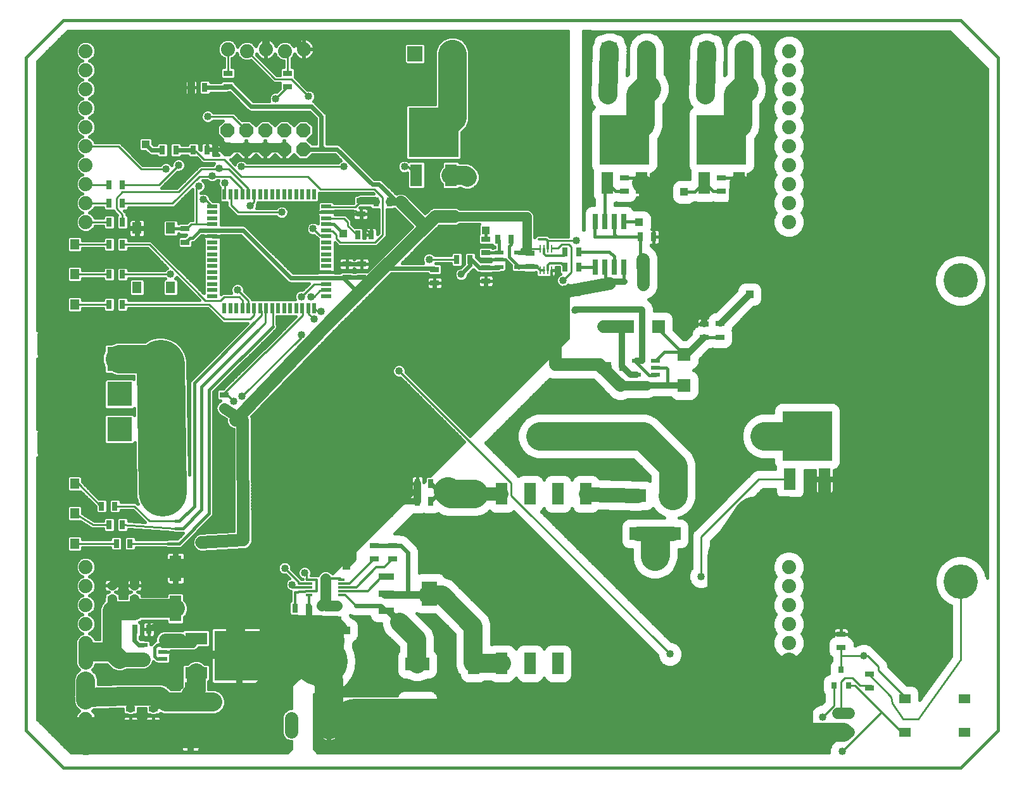
<source format=gtl>
G75*
G70*
%OFA0B0*%
%FSLAX24Y24*%
%IPPOS*%
%LPD*%
%AMOC8*
5,1,8,0,0,1.08239X$1,22.5*
%
%ADD10C,0.0160*%
%ADD11C,0.0740*%
%ADD12R,0.0315X0.0472*%
%ADD13R,0.0598X0.1150*%
%ADD14R,0.0500X0.0579*%
%ADD15R,0.0260X0.0800*%
%ADD16R,0.0472X0.0315*%
%ADD17R,0.0110X0.0420*%
%ADD18R,0.0800X0.0800*%
%ADD19C,0.0800*%
%ADD20R,0.0610X0.0512*%
%ADD21C,0.0705*%
%ADD22C,0.0600*%
%ADD23R,0.0315X0.0354*%
%ADD24R,0.0200X0.0580*%
%ADD25R,0.0580X0.0200*%
%ADD26C,0.1810*%
%ADD27OC8,0.1810*%
%ADD28R,0.0472X0.0551*%
%ADD29OC8,0.0740*%
%ADD30R,0.1300X0.1300*%
%ADD31R,0.1181X0.1181*%
%ADD32R,0.0709X0.0669*%
%ADD33R,0.0669X0.0709*%
%ADD34R,0.0866X0.0709*%
%ADD35R,0.0472X0.0217*%
%ADD36R,0.0515X0.0515*%
%ADD37R,0.2638X0.2638*%
%ADD38R,0.0630X0.1181*%
%ADD39R,0.0846X0.0374*%
%ADD40R,0.0846X0.1280*%
%ADD41C,0.0397*%
%ADD42R,0.0630X0.1378*%
%ADD43R,0.1260X0.0709*%
%ADD44R,0.0382X0.0122*%
%ADD45R,0.0512X0.0610*%
%ADD46R,0.1181X0.0630*%
%ADD47C,0.0320*%
%ADD48C,0.0120*%
%ADD49C,0.2540*%
%ADD50C,0.0700*%
%ADD51C,0.1500*%
%ADD52C,0.1000*%
%ADD53C,0.0100*%
%ADD54C,0.0500*%
%ADD55C,0.0660*%
%ADD56C,0.0240*%
%ADD57C,0.0400*%
%ADD58R,0.0396X0.0396*%
%ADD59C,0.0240*%
%ADD60C,0.0560*%
%ADD61C,0.0400*%
%ADD62C,0.0360*%
%ADD63C,0.0760*%
D10*
X038833Y002149D02*
X038833Y037582D01*
X040802Y039550D01*
X088046Y039550D01*
X090014Y037582D01*
X090014Y002149D01*
X088046Y000180D01*
X040802Y000180D01*
X038833Y002149D01*
X039424Y002739D02*
X039424Y016514D01*
X040661Y016514D01*
X040755Y016608D01*
X040755Y017922D01*
X040661Y018016D01*
X039424Y018016D01*
X039424Y021714D01*
X040661Y021714D01*
X040755Y021808D01*
X040755Y023122D01*
X040661Y023216D01*
X039424Y023216D01*
X039424Y037380D01*
X041034Y038990D01*
X067377Y038990D01*
X067377Y028146D01*
X066437Y028146D01*
X066434Y028148D01*
X066394Y028147D01*
X066306Y028235D01*
X065730Y028235D01*
X065606Y028110D01*
X065606Y028838D01*
X065607Y028841D01*
X065606Y028919D01*
X065606Y028998D01*
X065605Y029000D01*
X065602Y029198D01*
X065602Y029275D01*
X065600Y029279D01*
X065600Y029283D01*
X065570Y029355D01*
X065540Y029426D01*
X065537Y029429D01*
X065536Y029433D01*
X065480Y029487D01*
X065426Y029542D01*
X065422Y029544D01*
X065419Y029547D01*
X065347Y029575D01*
X065275Y029605D01*
X065271Y029605D01*
X065267Y029607D01*
X065190Y029606D01*
X061677Y029624D01*
X061670Y029631D01*
X061490Y029705D01*
X060291Y029705D01*
X060111Y029631D01*
X059973Y029493D01*
X059847Y029367D01*
X058835Y030379D01*
X058655Y030453D01*
X058460Y030453D01*
X058324Y030397D01*
X057575Y031146D01*
X057472Y031188D01*
X057178Y031188D01*
X055378Y032988D01*
X055275Y033031D01*
X054665Y033031D01*
X054665Y034547D01*
X054622Y034650D01*
X054543Y034728D01*
X054110Y035161D01*
X054110Y035161D01*
X054031Y035240D01*
X053960Y035270D01*
X054020Y035330D01*
X054075Y035463D01*
X054075Y035606D01*
X054020Y035738D01*
X053919Y035840D01*
X053787Y035894D01*
X053652Y035894D01*
X053020Y036527D01*
X053009Y036537D01*
X053009Y036979D01*
X052915Y037072D01*
X052823Y037072D01*
X052823Y037535D01*
X052913Y037625D01*
X052974Y037774D01*
X052993Y037737D01*
X053044Y037667D01*
X053105Y037606D01*
X053175Y037555D01*
X053252Y037516D01*
X053334Y037489D01*
X053420Y037475D01*
X053443Y037475D01*
X053443Y038005D01*
X053483Y038005D01*
X053483Y037475D01*
X053507Y037475D01*
X053592Y037489D01*
X053674Y037516D01*
X053752Y037555D01*
X053822Y037606D01*
X053883Y037667D01*
X053934Y037737D01*
X053973Y037814D01*
X054000Y037896D01*
X054013Y037982D01*
X054013Y038005D01*
X053483Y038005D01*
X053483Y038045D01*
X053443Y038045D01*
X053443Y038575D01*
X053420Y038575D01*
X053334Y038562D01*
X053252Y038535D01*
X053175Y038496D01*
X053105Y038445D01*
X053044Y038384D01*
X052993Y038314D01*
X052954Y038236D01*
X052934Y038175D01*
X052913Y038225D01*
X052763Y038375D01*
X052569Y038455D01*
X052358Y038455D01*
X052163Y038375D01*
X052014Y038225D01*
X051993Y038175D01*
X051973Y038236D01*
X051934Y038314D01*
X051883Y038384D01*
X051822Y038445D01*
X051752Y038496D01*
X051674Y038535D01*
X051592Y038562D01*
X051507Y038575D01*
X051483Y038575D01*
X051483Y038045D01*
X051443Y038045D01*
X051443Y038575D01*
X051420Y038575D01*
X051334Y038562D01*
X051252Y038535D01*
X051175Y038496D01*
X051105Y038445D01*
X051044Y038384D01*
X050993Y038314D01*
X050954Y038236D01*
X050934Y038175D01*
X050913Y038225D01*
X050763Y038375D01*
X050569Y038455D01*
X050358Y038455D01*
X050163Y038375D01*
X050014Y038225D01*
X049984Y038153D01*
X049913Y038325D01*
X049763Y038475D01*
X049569Y038555D01*
X049358Y038555D01*
X049163Y038475D01*
X049014Y038325D01*
X048933Y038131D01*
X048933Y037920D01*
X049014Y037725D01*
X049163Y037576D01*
X049253Y037539D01*
X049253Y037072D01*
X049161Y037072D01*
X049067Y036979D01*
X049067Y036531D01*
X049161Y036437D01*
X049766Y036437D01*
X049859Y036531D01*
X049859Y036979D01*
X049766Y037072D01*
X049673Y037072D01*
X049673Y037539D01*
X049763Y037576D01*
X049913Y037725D01*
X049943Y037797D01*
X050014Y037625D01*
X050163Y037476D01*
X050358Y037395D01*
X050569Y037395D01*
X050655Y037431D01*
X051857Y036230D01*
X052217Y036230D01*
X052217Y035947D01*
X052046Y035776D01*
X051911Y035776D01*
X051779Y035721D01*
X051678Y035620D01*
X051623Y035488D01*
X051623Y035345D01*
X051649Y035283D01*
X050800Y035283D01*
X049859Y036223D01*
X049859Y036270D01*
X049766Y036364D01*
X049161Y036364D01*
X049084Y036287D01*
X048560Y036287D01*
X048560Y036309D01*
X048467Y036403D01*
X048019Y036403D01*
X047925Y036309D01*
X047925Y035704D01*
X048019Y035611D01*
X048467Y035611D01*
X048560Y035704D01*
X048560Y035727D01*
X049480Y035727D01*
X049484Y035729D01*
X049562Y035729D01*
X050446Y034844D01*
X050525Y034765D01*
X050628Y034723D01*
X053757Y034723D01*
X054105Y034375D01*
X054105Y033031D01*
X053901Y033031D01*
X053681Y033251D01*
X053962Y033531D01*
X053962Y033970D01*
X053651Y034281D01*
X053212Y034281D01*
X052932Y034000D01*
X052651Y034281D01*
X052212Y034281D01*
X051932Y034000D01*
X051651Y034281D01*
X051212Y034281D01*
X050932Y034000D01*
X050651Y034281D01*
X050212Y034281D01*
X050200Y034268D01*
X049786Y034681D01*
X048699Y034681D01*
X048604Y034777D01*
X048472Y034831D01*
X048329Y034831D01*
X048196Y034777D01*
X048095Y034675D01*
X048040Y034543D01*
X048040Y034400D01*
X048095Y034267D01*
X048196Y034166D01*
X048329Y034111D01*
X048472Y034111D01*
X048604Y034166D01*
X048699Y034261D01*
X049193Y034261D01*
X048902Y033970D01*
X048902Y033531D01*
X049168Y033265D01*
X048882Y032979D01*
X048882Y032771D01*
X049412Y032771D01*
X049412Y032731D01*
X048882Y032731D01*
X048882Y032523D01*
X048968Y032437D01*
X048698Y032437D01*
X048698Y032440D01*
X048698Y032700D01*
X048698Y032960D01*
X048686Y033005D01*
X048662Y033046D01*
X048629Y033080D01*
X048588Y033104D01*
X048542Y033116D01*
X048361Y033116D01*
X048361Y032700D01*
X048361Y032700D01*
X048361Y033116D01*
X048180Y033116D01*
X048134Y033104D01*
X048093Y033080D01*
X048059Y033046D01*
X048036Y033005D01*
X048023Y032960D01*
X048023Y032704D01*
X047970Y032758D01*
X047970Y033002D01*
X047876Y033096D01*
X047428Y033096D01*
X047335Y033002D01*
X047335Y032980D01*
X047045Y032980D01*
X047045Y033002D01*
X046951Y033096D01*
X046503Y033096D01*
X046410Y033002D01*
X046410Y032397D01*
X046503Y032303D01*
X046951Y032303D01*
X047045Y032397D01*
X047045Y032420D01*
X047335Y032420D01*
X047335Y032397D01*
X047428Y032303D01*
X047830Y032303D01*
X048116Y032017D01*
X048744Y032017D01*
X048686Y031959D01*
X048672Y031925D01*
X047998Y031925D01*
X047875Y031802D01*
X046778Y030705D01*
X045954Y030705D01*
X046802Y031552D01*
X046936Y031552D01*
X047069Y031607D01*
X047170Y031708D01*
X047225Y031841D01*
X047225Y031984D01*
X047170Y032116D01*
X047069Y032217D01*
X046936Y032272D01*
X046793Y032272D01*
X046661Y032217D01*
X046560Y032116D01*
X046505Y031984D01*
X046505Y031909D01*
X046501Y031919D01*
X046399Y032021D01*
X046267Y032075D01*
X046124Y032075D01*
X045992Y032021D01*
X045896Y031925D01*
X044983Y031925D01*
X043925Y032984D01*
X043802Y033107D01*
X042479Y033107D01*
X042432Y033220D01*
X042283Y033369D01*
X042161Y033420D01*
X042283Y033471D01*
X042432Y033620D01*
X042513Y033815D01*
X042513Y034026D01*
X042432Y034220D01*
X042283Y034369D01*
X042161Y034420D01*
X042283Y034471D01*
X042432Y034620D01*
X042513Y034815D01*
X042513Y035026D01*
X042432Y035220D01*
X042283Y035369D01*
X042161Y035420D01*
X042283Y035471D01*
X042432Y035620D01*
X042513Y035815D01*
X042513Y036026D01*
X042432Y036220D01*
X042283Y036369D01*
X042161Y036420D01*
X042283Y036471D01*
X042432Y036620D01*
X042513Y036815D01*
X042513Y037026D01*
X042432Y037220D01*
X042283Y037369D01*
X042161Y037420D01*
X042283Y037471D01*
X042432Y037620D01*
X042513Y037815D01*
X042513Y038026D01*
X042432Y038220D01*
X048970Y038220D01*
X048933Y038062D02*
X042498Y038062D01*
X042513Y037903D02*
X048940Y037903D01*
X049006Y037745D02*
X042484Y037745D01*
X042398Y037586D02*
X049153Y037586D01*
X049253Y037428D02*
X042179Y037428D01*
X042384Y037269D02*
X049253Y037269D01*
X049253Y037111D02*
X042478Y037111D01*
X042513Y036952D02*
X049067Y036952D01*
X049067Y036794D02*
X042504Y036794D01*
X042439Y036635D02*
X049067Y036635D01*
X049122Y036477D02*
X042289Y036477D01*
X042335Y036318D02*
X047212Y036318D01*
X047209Y036312D02*
X047197Y036267D01*
X047197Y036007D01*
X047534Y036007D01*
X047534Y036423D01*
X047353Y036423D01*
X047307Y036411D01*
X047266Y036387D01*
X047233Y036354D01*
X047209Y036312D01*
X047197Y036160D02*
X042457Y036160D01*
X042513Y036001D02*
X047197Y036001D01*
X047197Y036007D02*
X047197Y035747D01*
X047209Y035701D01*
X047233Y035660D01*
X047266Y035627D01*
X047307Y035603D01*
X047353Y035591D01*
X047534Y035591D01*
X047534Y036007D01*
X047534Y036007D01*
X047534Y036007D01*
X047534Y036423D01*
X047715Y036423D01*
X047761Y036411D01*
X047802Y036387D01*
X047836Y036354D01*
X047859Y036312D01*
X047872Y036267D01*
X047872Y036007D01*
X047534Y036007D01*
X047197Y036007D01*
X047197Y035843D02*
X042513Y035843D01*
X042459Y035684D02*
X047219Y035684D01*
X047534Y035684D02*
X047534Y035684D01*
X047534Y035591D02*
X047715Y035591D01*
X047761Y035603D01*
X047802Y035627D01*
X047836Y035660D01*
X047859Y035701D01*
X047872Y035747D01*
X047872Y036007D01*
X047534Y036007D01*
X047534Y036007D01*
X047534Y036007D01*
X047534Y035591D01*
X047534Y035843D02*
X047534Y035843D01*
X047534Y036001D02*
X047534Y036001D01*
X047534Y036160D02*
X047534Y036160D01*
X047534Y036318D02*
X047534Y036318D01*
X047856Y036318D02*
X047934Y036318D01*
X047925Y036160D02*
X047872Y036160D01*
X047872Y036001D02*
X047925Y036001D01*
X047925Y035843D02*
X047872Y035843D01*
X047850Y035684D02*
X047946Y035684D01*
X048540Y035684D02*
X049607Y035684D01*
X049765Y035526D02*
X042338Y035526D01*
X042286Y035367D02*
X049924Y035367D01*
X050082Y035209D02*
X042437Y035209D01*
X042503Y035050D02*
X050241Y035050D01*
X050399Y034892D02*
X042513Y034892D01*
X042479Y034733D02*
X048153Y034733D01*
X048053Y034575D02*
X042387Y034575D01*
X042171Y034416D02*
X048040Y034416D01*
X048105Y034258D02*
X042395Y034258D01*
X042483Y034099D02*
X049030Y034099D01*
X048902Y033941D02*
X042513Y033941D01*
X042499Y033782D02*
X048902Y033782D01*
X048902Y033624D02*
X042434Y033624D01*
X042269Y033465D02*
X048968Y033465D01*
X049127Y033307D02*
X045463Y033307D01*
X045491Y033279D02*
X045397Y033373D01*
X044868Y033373D01*
X044774Y033279D01*
X044774Y032750D01*
X044868Y032657D01*
X045095Y032657D01*
X045289Y032462D01*
X045392Y032420D01*
X045701Y032420D01*
X045701Y032397D01*
X045795Y032303D01*
X046242Y032303D01*
X046336Y032397D01*
X046336Y033002D01*
X046242Y033096D01*
X045795Y033096D01*
X045701Y033002D01*
X045701Y032980D01*
X045563Y032980D01*
X045491Y033053D01*
X045491Y033279D01*
X045491Y033148D02*
X049051Y033148D01*
X048893Y032990D02*
X048690Y032990D01*
X048698Y032831D02*
X048882Y032831D01*
X048882Y032673D02*
X048698Y032673D01*
X048698Y032700D02*
X048361Y032700D01*
X048698Y032700D01*
X048698Y032514D02*
X048891Y032514D01*
X048361Y032700D02*
X048361Y032700D01*
X048361Y032831D02*
X048361Y032831D01*
X048361Y032990D02*
X048361Y032990D01*
X048031Y032990D02*
X047970Y032990D01*
X047970Y032831D02*
X048023Y032831D01*
X047937Y032197D02*
X047089Y032197D01*
X047003Y032356D02*
X047376Y032356D01*
X047202Y032039D02*
X048095Y032039D01*
X047953Y031880D02*
X047225Y031880D01*
X047175Y031722D02*
X047794Y031722D01*
X047636Y031563D02*
X046962Y031563D01*
X046654Y031405D02*
X047477Y031405D01*
X047319Y031246D02*
X046496Y031246D01*
X046337Y031088D02*
X047160Y031088D01*
X047002Y030929D02*
X046179Y030929D01*
X046020Y030771D02*
X046843Y030771D01*
X047237Y030295D02*
X047600Y030295D01*
X047600Y030137D02*
X047079Y030137D01*
X046920Y029978D02*
X047600Y029978D01*
X047600Y029820D02*
X046762Y029820D01*
X046637Y029694D02*
X047600Y030657D01*
X047600Y029012D01*
X047447Y029012D01*
X047318Y028883D01*
X046917Y028883D01*
X046867Y028834D01*
X046867Y028967D01*
X046774Y029060D01*
X046129Y029060D01*
X046036Y028967D01*
X046036Y028224D01*
X046129Y028130D01*
X046774Y028130D01*
X046867Y028224D01*
X046867Y028298D01*
X046917Y028248D01*
X047271Y028248D01*
X047252Y028229D01*
X047197Y028175D01*
X046917Y028175D01*
X046823Y028081D01*
X046823Y027633D01*
X046917Y027540D01*
X047522Y027540D01*
X047615Y027633D01*
X047615Y027853D01*
X047661Y027853D01*
X047749Y027890D01*
X047816Y027957D01*
X048064Y028205D01*
X048170Y028205D01*
X048170Y028175D01*
X048640Y028175D01*
X048640Y028175D01*
X048170Y028175D01*
X048170Y028051D01*
X048183Y028005D01*
X048190Y027992D01*
X048190Y025175D01*
X045416Y027949D01*
X044230Y027949D01*
X044230Y028042D01*
X044136Y028135D01*
X043688Y028135D01*
X043595Y028042D01*
X043595Y027437D01*
X043688Y027343D01*
X044136Y027343D01*
X044230Y027437D01*
X044230Y027529D01*
X045242Y027529D01*
X046280Y026491D01*
X044205Y026491D01*
X044230Y026467D02*
X044136Y026560D01*
X043688Y026560D01*
X043595Y026467D01*
X043595Y025862D01*
X043688Y025768D01*
X044136Y025768D01*
X044230Y025862D01*
X044230Y025954D01*
X046133Y025954D01*
X046156Y025931D01*
X046129Y025931D01*
X046036Y025837D01*
X046036Y025094D01*
X046129Y025000D01*
X046774Y025000D01*
X046867Y025094D01*
X046867Y025837D01*
X046774Y025931D01*
X046707Y025931D01*
X046737Y025960D01*
X046759Y026013D01*
X047972Y024799D01*
X044230Y024799D01*
X044230Y024892D01*
X044136Y024986D01*
X043688Y024986D01*
X043595Y024892D01*
X043595Y024287D01*
X043688Y024193D01*
X044136Y024193D01*
X044230Y024287D01*
X044230Y024379D01*
X048392Y024379D01*
X049056Y023715D01*
X049179Y023592D01*
X050489Y023592D01*
X047488Y020592D01*
X047452Y020503D01*
X047452Y015624D01*
X047346Y021653D01*
X047243Y022015D01*
X047049Y022338D01*
X046778Y022599D01*
X046449Y022782D01*
X046083Y022873D01*
X045707Y022866D01*
X045345Y022763D01*
X045116Y022625D01*
X043574Y022625D01*
X043332Y022525D01*
X043038Y022525D01*
X042945Y022431D01*
X042945Y022137D01*
X042845Y021896D01*
X042845Y021534D01*
X042945Y021293D01*
X042945Y020999D01*
X043038Y020905D01*
X043332Y020905D01*
X043574Y020805D01*
X044501Y020805D01*
X044504Y020642D01*
X044471Y020675D01*
X043038Y020675D01*
X042945Y020581D01*
X042945Y019149D01*
X043038Y019055D01*
X044471Y019055D01*
X044530Y019114D01*
X044536Y018759D01*
X044471Y018825D01*
X043038Y018825D01*
X042945Y018731D01*
X042945Y017299D01*
X043038Y017205D01*
X044471Y017205D01*
X044562Y017296D01*
X044612Y014455D01*
X044715Y014093D01*
X044730Y014068D01*
X044629Y014170D01*
X043836Y014170D01*
X043836Y014262D01*
X043742Y014356D01*
X043295Y014356D01*
X043201Y014262D01*
X043201Y013657D01*
X043295Y013563D01*
X043742Y013563D01*
X043836Y013657D01*
X043836Y013750D01*
X044455Y013750D01*
X045103Y013102D01*
X044230Y013163D01*
X044230Y013278D01*
X044136Y013371D01*
X043688Y013371D01*
X043595Y013278D01*
X043595Y012673D01*
X043688Y012579D01*
X044136Y012579D01*
X044230Y012673D01*
X044230Y012742D01*
X046569Y012578D01*
X046571Y012575D01*
X046660Y012538D01*
X047112Y012538D01*
X046805Y012231D01*
X046266Y012231D01*
X046193Y012201D01*
X044623Y012201D01*
X044623Y012294D01*
X044530Y012387D01*
X044082Y012387D01*
X043988Y012294D01*
X043988Y011689D01*
X044082Y011595D01*
X044530Y011595D01*
X044623Y011689D01*
X044623Y011781D01*
X046193Y011781D01*
X046266Y011751D01*
X046952Y011751D01*
X047040Y011788D01*
X047108Y011855D01*
X048682Y013430D01*
X048719Y013518D01*
X048719Y019962D01*
X052029Y023272D01*
X052065Y023361D01*
X052065Y023456D01*
X052035Y023529D01*
X052035Y023935D01*
X053039Y023935D01*
X051355Y022251D01*
X051342Y022251D01*
X049215Y020143D01*
X048964Y020143D01*
X048870Y020049D01*
X048870Y019602D01*
X048964Y019508D01*
X049058Y019508D01*
X048943Y019428D01*
X048917Y019388D01*
X048870Y019341D01*
X048870Y019314D01*
X048849Y019280D01*
X048818Y019108D01*
X048855Y018937D01*
X048870Y018916D01*
X048870Y018893D01*
X048922Y018841D01*
X048956Y018794D01*
X049366Y018531D01*
X049367Y018483D01*
X049367Y018390D01*
X049369Y018385D01*
X049369Y018381D01*
X049406Y018295D01*
X049442Y018210D01*
X049445Y018206D01*
X049447Y018202D01*
X049514Y018137D01*
X049579Y018072D01*
X049584Y018070D01*
X049587Y018067D01*
X049674Y018033D01*
X049759Y017997D01*
X049762Y017997D01*
X049775Y012635D01*
X047961Y012534D01*
X047785Y012449D01*
X047655Y012304D01*
X047591Y012120D01*
X047602Y011925D01*
X047686Y011750D01*
X047831Y011620D01*
X048015Y011555D01*
X050281Y011682D01*
X050365Y011682D01*
X050378Y011688D01*
X050391Y011688D01*
X050467Y011725D01*
X050545Y011757D01*
X050555Y011767D01*
X050567Y011773D01*
X050623Y011836D01*
X050682Y011896D01*
X050688Y011908D01*
X050697Y011918D01*
X050725Y011998D01*
X050757Y012076D01*
X050757Y012089D01*
X050761Y012102D01*
X050756Y012186D01*
X050741Y018488D01*
X050741Y018585D01*
X050740Y018585D01*
X050740Y018586D01*
X050708Y018664D01*
X055166Y023287D01*
X055166Y023287D01*
X055231Y023354D01*
X055297Y023420D01*
X055299Y023424D01*
X055301Y023427D01*
X055301Y023427D01*
X055366Y023494D01*
X055432Y023560D01*
X055433Y023564D01*
X055522Y023656D01*
X056690Y024824D01*
X057930Y026064D01*
X058065Y026199D01*
X059953Y026199D01*
X059953Y026196D01*
X060047Y026103D01*
X060652Y026103D01*
X060745Y026196D01*
X060745Y026644D01*
X060652Y026738D01*
X060398Y026738D01*
X060388Y026742D01*
X061193Y026742D01*
X061193Y026649D01*
X061287Y026555D01*
X061734Y026555D01*
X061828Y026649D01*
X061828Y027254D01*
X061734Y027348D01*
X061287Y027348D01*
X061193Y027254D01*
X061193Y027162D01*
X060353Y027162D01*
X060258Y027257D01*
X060125Y027312D01*
X059982Y027312D01*
X059850Y027257D01*
X059749Y027156D01*
X059694Y027023D01*
X059694Y026880D01*
X059744Y026759D01*
X058625Y026759D01*
X060164Y028298D01*
X060164Y028298D01*
X060302Y028436D01*
X060591Y028725D01*
X061490Y028725D01*
X061670Y028800D01*
X061674Y028804D01*
X062715Y028799D01*
X062668Y028751D01*
X062668Y028277D01*
X062630Y028238D01*
X062630Y027791D01*
X062724Y027697D01*
X063329Y027697D01*
X063358Y027727D01*
X063358Y027712D01*
X063452Y027618D01*
X063495Y027618D01*
X063495Y027574D01*
X063432Y027574D01*
X063405Y027547D01*
X063329Y027623D01*
X062724Y027623D01*
X062630Y027530D01*
X062630Y027082D01*
X062724Y026989D01*
X063319Y026989D01*
X063319Y026932D01*
X063735Y026932D01*
X064085Y026932D01*
X063735Y026932D01*
X063735Y026932D01*
X064050Y026932D01*
X064085Y026932D02*
X064085Y026932D01*
X064151Y026865D02*
X064362Y026654D01*
X064362Y026383D01*
X064456Y026290D01*
X064675Y026290D01*
X064703Y026278D01*
X064814Y026278D01*
X064843Y026290D01*
X065037Y026290D01*
X065066Y026260D01*
X065671Y026260D01*
X065681Y026269D01*
X065681Y026115D01*
X065774Y026022D01*
X066358Y026022D01*
X066371Y026014D01*
X066417Y026002D01*
X066496Y026002D01*
X066574Y026002D01*
X066620Y026014D01*
X066661Y026038D01*
X066695Y026071D01*
X066718Y026112D01*
X066731Y026158D01*
X066731Y026392D01*
X066731Y026535D01*
X066902Y026535D01*
X066902Y026255D01*
X066972Y026185D01*
X066897Y026154D01*
X066796Y026053D01*
X066741Y025921D01*
X066741Y025778D01*
X066796Y025645D01*
X066897Y025544D01*
X067029Y025489D01*
X067173Y025489D01*
X067305Y025544D01*
X067377Y025616D01*
X067377Y022818D01*
X062210Y017651D01*
X058839Y021022D01*
X058839Y021157D01*
X058784Y021289D01*
X058683Y021391D01*
X058551Y021446D01*
X058407Y021446D01*
X058275Y021391D01*
X058174Y021289D01*
X058119Y021157D01*
X058119Y021014D01*
X058174Y020882D01*
X058275Y020780D01*
X058407Y020726D01*
X058542Y020726D01*
X061913Y017354D01*
X060115Y015557D01*
X059928Y015557D01*
X059835Y015463D01*
X059835Y015276D01*
X059781Y015222D01*
X059781Y015420D01*
X059769Y015466D01*
X059745Y015507D01*
X059712Y015541D01*
X059671Y015564D01*
X059625Y015577D01*
X059444Y015577D01*
X059444Y015160D01*
X059444Y015160D01*
X059106Y015160D01*
X059106Y014900D01*
X059118Y014855D01*
X059142Y014814D01*
X059176Y014780D01*
X059217Y014756D01*
X059262Y014744D01*
X059303Y014744D01*
X054961Y010403D01*
X054850Y010514D01*
X054689Y010581D01*
X054514Y010581D01*
X054352Y010514D01*
X054228Y010390D01*
X054191Y010302D01*
X054057Y010302D01*
X054055Y010300D01*
X053999Y010300D01*
X053998Y010301D01*
X053827Y010301D01*
X053827Y010307D01*
X053859Y010384D01*
X053859Y010527D01*
X053804Y010660D01*
X053703Y010761D01*
X053570Y010816D01*
X053427Y010816D01*
X053295Y010761D01*
X053193Y010660D01*
X053139Y010527D01*
X053139Y010384D01*
X053193Y010252D01*
X053295Y010150D01*
X053390Y010111D01*
X053390Y010105D01*
X053339Y010105D01*
X053290Y010154D01*
X052815Y010629D01*
X052815Y010763D01*
X052761Y010896D01*
X052659Y010997D01*
X052527Y011052D01*
X052384Y011052D01*
X052251Y010997D01*
X052150Y010896D01*
X052095Y010763D01*
X052095Y010620D01*
X052150Y010488D01*
X052251Y010387D01*
X052384Y010332D01*
X052518Y010332D01*
X052698Y010153D01*
X052645Y010131D01*
X052544Y010030D01*
X052489Y009897D01*
X052489Y009754D01*
X052544Y009622D01*
X052645Y009520D01*
X052759Y009473D01*
X052767Y009401D01*
X052767Y008982D01*
X052763Y008982D01*
X052669Y008888D01*
X052669Y008283D01*
X052763Y008189D01*
X052810Y008189D01*
X052810Y003301D01*
X052708Y003301D01*
X052519Y003223D01*
X052375Y003079D01*
X052297Y002890D01*
X052297Y001981D01*
X052375Y001793D01*
X052519Y001649D01*
X052708Y001571D01*
X052810Y001571D01*
X052810Y001164D01*
X052613Y000967D01*
X041196Y000967D01*
X039424Y002739D01*
X039447Y002716D02*
X041433Y002716D01*
X041433Y002712D02*
X041446Y002626D01*
X041473Y002544D01*
X041513Y002467D01*
X041563Y002397D01*
X041625Y002335D01*
X041695Y002284D01*
X041753Y002255D01*
X041695Y002225D01*
X041625Y002174D01*
X041563Y002113D01*
X041513Y002043D01*
X041473Y001966D01*
X041446Y001884D01*
X041433Y001798D01*
X041433Y001775D01*
X041963Y001775D01*
X041963Y002735D01*
X041433Y002735D01*
X041433Y002712D01*
X041433Y002775D02*
X041963Y002775D01*
X041963Y002735D01*
X042003Y002735D01*
X042003Y002775D01*
X042533Y002775D01*
X042533Y002798D01*
X042519Y002884D01*
X042493Y002966D01*
X042453Y003043D01*
X042402Y003113D01*
X042341Y003174D01*
X042329Y003184D01*
X042357Y003195D01*
X042396Y003235D01*
X043949Y003289D01*
X043949Y003066D01*
X044043Y002973D01*
X044171Y002973D01*
X044274Y002930D01*
X044417Y002930D01*
X044519Y002973D01*
X044648Y002973D01*
X044741Y003066D01*
X044741Y003300D01*
X045130Y003300D01*
X045130Y003066D01*
X045224Y002973D01*
X045352Y002973D01*
X045455Y002930D01*
X045598Y002930D01*
X045701Y002973D01*
X045829Y002973D01*
X045906Y003050D01*
X046064Y002985D01*
X048807Y002985D01*
X049050Y003085D01*
X049235Y003271D01*
X049336Y003513D01*
X049336Y003776D01*
X049235Y004018D01*
X049050Y004204D01*
X048807Y004305D01*
X048450Y004305D01*
X048450Y004708D01*
X048541Y004799D01*
X048541Y005561D01*
X048447Y005655D01*
X048248Y005655D01*
X048164Y005740D01*
X047921Y005840D01*
X047659Y005840D01*
X047416Y005740D01*
X047332Y005655D01*
X047133Y005655D01*
X047039Y005561D01*
X047039Y004799D01*
X047052Y004786D01*
X047020Y004754D01*
X047020Y004457D01*
X046935Y004373D01*
X046907Y004305D01*
X046540Y004305D01*
X046507Y004318D01*
X046455Y004318D01*
X046254Y004519D01*
X046012Y004620D01*
X044346Y004620D01*
X044335Y004624D01*
X044248Y004621D01*
X044215Y004620D01*
X044096Y004620D01*
X044085Y004615D01*
X042643Y004564D01*
X042643Y004886D01*
X042542Y005129D01*
X042357Y005314D01*
X042321Y005329D01*
X042441Y005449D01*
X042513Y005622D01*
X043088Y005622D01*
X043381Y005329D01*
X043623Y005229D01*
X043886Y005229D01*
X044128Y005329D01*
X044148Y005349D01*
X045102Y005349D01*
X045301Y005431D01*
X045453Y005583D01*
X045533Y005778D01*
X045607Y005705D01*
X045695Y005668D01*
X045707Y005668D01*
X045736Y005640D01*
X046341Y005640D01*
X046434Y005734D01*
X046434Y006083D01*
X046431Y006086D01*
X046442Y006105D01*
X046454Y006150D01*
X046454Y006282D01*
X046038Y006282D01*
X046038Y006282D01*
X049857Y006282D01*
X049974Y006203D02*
X050134Y006203D01*
X050134Y006166D02*
X049974Y006166D01*
X049974Y007584D01*
X048711Y007584D01*
X048665Y007572D01*
X048624Y007548D01*
X048591Y007515D01*
X048567Y007474D01*
X048555Y007428D01*
X048555Y006166D01*
X049974Y006166D01*
X049974Y006006D01*
X048555Y006006D01*
X048555Y004743D01*
X048567Y004697D01*
X048591Y004656D01*
X048624Y004623D01*
X048665Y004599D01*
X048711Y004587D01*
X049974Y004587D01*
X049974Y006006D01*
X050134Y006006D01*
X050134Y006166D01*
X050134Y007584D01*
X051396Y007584D01*
X051442Y007572D01*
X051483Y007548D01*
X051517Y007515D01*
X051540Y007474D01*
X051553Y007428D01*
X051553Y006166D01*
X050134Y006166D01*
X050134Y006045D02*
X052810Y006045D01*
X052810Y006203D02*
X051553Y006203D01*
X051553Y006362D02*
X052810Y006362D01*
X052810Y006520D02*
X051553Y006520D01*
X051553Y006679D02*
X052810Y006679D01*
X052810Y006837D02*
X051553Y006837D01*
X051553Y006996D02*
X052810Y006996D01*
X052810Y007154D02*
X051553Y007154D01*
X051553Y007313D02*
X052810Y007313D01*
X052810Y007471D02*
X051541Y007471D01*
X052810Y007630D02*
X045628Y007630D01*
X045628Y007723D02*
X045628Y007463D01*
X045290Y007463D01*
X045290Y007047D01*
X045290Y007463D01*
X045290Y007463D01*
X044953Y007463D01*
X044953Y007204D01*
X044965Y007158D01*
X044989Y007117D01*
X045022Y007083D01*
X045063Y007060D01*
X045109Y007047D01*
X045290Y007047D01*
X045471Y007047D01*
X045517Y007060D01*
X045558Y007083D01*
X045592Y007117D01*
X045615Y007158D01*
X045628Y007204D01*
X045628Y007463D01*
X045290Y007463D01*
X045290Y007463D01*
X045290Y007463D01*
X044953Y007463D01*
X044953Y007723D01*
X044965Y007769D01*
X044989Y007810D01*
X045022Y007844D01*
X045063Y007867D01*
X045109Y007880D01*
X045290Y007880D01*
X045471Y007880D01*
X045517Y007867D01*
X045558Y007844D01*
X045592Y007810D01*
X045615Y007769D01*
X045628Y007723D01*
X045604Y007788D02*
X046255Y007788D01*
X046232Y007811D02*
X046326Y007717D01*
X047089Y007717D01*
X047182Y007811D01*
X047182Y008107D01*
X047267Y008192D01*
X047367Y008435D01*
X047367Y008697D01*
X047267Y008940D01*
X047182Y009024D01*
X047182Y009321D01*
X047089Y009415D01*
X046326Y009415D01*
X046232Y009321D01*
X046232Y009226D01*
X044938Y009226D01*
X044938Y009301D01*
X044844Y009395D01*
X044804Y009395D01*
X044774Y009425D01*
X044717Y009449D01*
X044802Y009449D01*
X044848Y009461D01*
X044889Y009485D01*
X044922Y009518D01*
X044946Y009559D01*
X044958Y009605D01*
X044958Y009786D01*
X044542Y009786D01*
X044126Y009786D01*
X044126Y009605D01*
X044138Y009559D01*
X044162Y009518D01*
X044195Y009485D01*
X044236Y009461D01*
X044282Y009449D01*
X044367Y009449D01*
X044310Y009425D01*
X044280Y009395D01*
X044239Y009395D01*
X044146Y009301D01*
X044146Y009192D01*
X044132Y009159D01*
X044132Y009108D01*
X043771Y009108D01*
X043771Y009159D01*
X043757Y009192D01*
X043757Y009301D01*
X043663Y009395D01*
X043623Y009395D01*
X043593Y009425D01*
X043536Y009449D01*
X043621Y009449D01*
X043667Y009461D01*
X043708Y009485D01*
X043741Y009518D01*
X043765Y009559D01*
X043777Y009605D01*
X043777Y009786D01*
X043361Y009786D01*
X043361Y009786D01*
X042945Y009786D01*
X042945Y009605D01*
X042957Y009559D01*
X042981Y009518D01*
X043014Y009485D01*
X043055Y009461D01*
X043101Y009449D01*
X043186Y009449D01*
X043129Y009425D01*
X043099Y009395D01*
X043058Y009395D01*
X042965Y009301D01*
X042965Y009192D01*
X042951Y009159D01*
X042951Y008971D01*
X042801Y008822D01*
X042701Y008579D01*
X042701Y006942D01*
X042490Y006942D01*
X042441Y007061D01*
X042289Y007213D01*
X042174Y007260D01*
X042283Y007305D01*
X042432Y007455D01*
X042513Y007649D01*
X042513Y007860D01*
X042432Y008055D01*
X042283Y008204D01*
X042161Y008255D01*
X042283Y008305D01*
X042432Y008455D01*
X042513Y008649D01*
X042513Y008860D01*
X042432Y009055D01*
X042283Y009204D01*
X042161Y009255D01*
X042283Y009305D01*
X042432Y009455D01*
X042513Y009649D01*
X042513Y009860D01*
X042432Y010055D01*
X042283Y010204D01*
X042161Y010255D01*
X042283Y010305D01*
X042432Y010455D01*
X042513Y010649D01*
X042513Y010860D01*
X042432Y011055D01*
X042283Y011204D01*
X042088Y011285D01*
X041878Y011285D01*
X041683Y011204D01*
X041534Y011055D01*
X041453Y010860D01*
X041453Y010649D01*
X041534Y010455D01*
X041683Y010305D01*
X041805Y010255D01*
X041683Y010204D01*
X041534Y010055D01*
X041453Y009860D01*
X041453Y009649D01*
X041534Y009455D01*
X041683Y009305D01*
X041805Y009255D01*
X041683Y009204D01*
X041534Y009055D01*
X041453Y008860D01*
X041453Y008649D01*
X041534Y008455D01*
X041683Y008305D01*
X041805Y008255D01*
X041683Y008204D01*
X041534Y008055D01*
X041453Y007860D01*
X041453Y007649D01*
X041534Y007455D01*
X041683Y007305D01*
X041792Y007260D01*
X041677Y007213D01*
X041525Y007061D01*
X041443Y006862D01*
X041443Y005647D01*
X041525Y005449D01*
X041645Y005329D01*
X041609Y005314D01*
X041423Y005129D01*
X041323Y004886D01*
X041323Y004000D01*
X041319Y003989D01*
X041323Y003869D01*
X041323Y003624D01*
X041423Y003381D01*
X041609Y003195D01*
X041637Y003184D01*
X041625Y003174D01*
X041563Y003113D01*
X041513Y003043D01*
X041473Y002966D01*
X041446Y002884D01*
X041433Y002798D01*
X041433Y002775D01*
X041445Y002875D02*
X039424Y002875D01*
X039424Y003033D02*
X041507Y003033D01*
X041618Y003192D02*
X039424Y003192D01*
X039424Y003350D02*
X041454Y003350D01*
X041371Y003509D02*
X039424Y003509D01*
X039424Y003667D02*
X041323Y003667D01*
X041323Y003826D02*
X039424Y003826D01*
X039424Y003984D02*
X041319Y003984D01*
X041323Y004143D02*
X039424Y004143D01*
X039424Y004301D02*
X041323Y004301D01*
X041323Y004460D02*
X039424Y004460D01*
X039424Y004618D02*
X041323Y004618D01*
X041323Y004777D02*
X039424Y004777D01*
X039424Y004935D02*
X041343Y004935D01*
X041409Y005094D02*
X039424Y005094D01*
X039424Y005252D02*
X041547Y005252D01*
X041564Y005411D02*
X039424Y005411D01*
X039424Y005569D02*
X041475Y005569D01*
X041443Y005728D02*
X039424Y005728D01*
X039424Y005886D02*
X041443Y005886D01*
X041443Y006045D02*
X039424Y006045D01*
X039424Y006203D02*
X041443Y006203D01*
X041443Y006362D02*
X039424Y006362D01*
X039424Y006520D02*
X041443Y006520D01*
X041443Y006679D02*
X039424Y006679D01*
X039424Y006837D02*
X041443Y006837D01*
X041498Y006996D02*
X039424Y006996D01*
X039424Y007154D02*
X041618Y007154D01*
X041676Y007313D02*
X039424Y007313D01*
X039424Y007471D02*
X041527Y007471D01*
X041461Y007630D02*
X039424Y007630D01*
X039424Y007788D02*
X041453Y007788D01*
X041489Y007947D02*
X039424Y007947D01*
X039424Y008105D02*
X041584Y008105D01*
X041784Y008264D02*
X039424Y008264D01*
X039424Y008422D02*
X041566Y008422D01*
X041481Y008581D02*
X039424Y008581D01*
X039424Y008739D02*
X041453Y008739D01*
X041468Y008898D02*
X039424Y008898D01*
X039424Y009056D02*
X041535Y009056D01*
X041708Y009215D02*
X039424Y009215D01*
X039424Y009373D02*
X041615Y009373D01*
X041502Y009532D02*
X039424Y009532D01*
X039424Y009690D02*
X041453Y009690D01*
X041453Y009849D02*
X039424Y009849D01*
X039424Y010007D02*
X041514Y010007D01*
X041644Y010166D02*
X039424Y010166D01*
X039424Y010324D02*
X041664Y010324D01*
X041522Y010483D02*
X039424Y010483D01*
X039424Y010641D02*
X041456Y010641D01*
X041453Y010800D02*
X039424Y010800D01*
X039424Y010958D02*
X041493Y010958D01*
X041595Y011117D02*
X039424Y011117D01*
X039424Y011275D02*
X041854Y011275D01*
X042112Y011275D02*
X046212Y011275D01*
X046212Y011404D02*
X046212Y010769D01*
X046630Y010769D01*
X046630Y010614D01*
X046785Y010614D01*
X046785Y009823D01*
X047046Y009823D01*
X047092Y009835D01*
X047133Y009859D01*
X047166Y009892D01*
X047190Y009933D01*
X047202Y009979D01*
X047202Y010614D01*
X046785Y010614D01*
X046785Y010769D01*
X047202Y010769D01*
X047202Y011404D01*
X047190Y011450D01*
X047166Y011491D01*
X047133Y011525D01*
X047092Y011549D01*
X047046Y011561D01*
X046785Y011561D01*
X046785Y010769D01*
X046630Y010769D01*
X046630Y011561D01*
X046369Y011561D01*
X046323Y011549D01*
X046282Y011525D01*
X046248Y011491D01*
X046225Y011450D01*
X046212Y011404D01*
X046220Y011434D02*
X039424Y011434D01*
X039424Y011592D02*
X039844Y011592D01*
X039831Y011605D02*
X039865Y011571D01*
X039906Y011548D01*
X039951Y011535D01*
X040173Y011535D01*
X040173Y011953D01*
X039795Y011953D01*
X039795Y011692D01*
X039807Y011646D01*
X039831Y011605D01*
X039795Y011751D02*
X039424Y011751D01*
X039424Y011909D02*
X039795Y011909D01*
X039795Y012029D02*
X040173Y012029D01*
X040173Y011953D01*
X040249Y011953D01*
X040249Y011535D01*
X040471Y011535D01*
X040517Y011548D01*
X040558Y011571D01*
X040592Y011605D01*
X040615Y011646D01*
X040628Y011692D01*
X040628Y011953D01*
X040249Y011953D01*
X040249Y012029D01*
X040173Y012029D01*
X040173Y012447D01*
X039951Y012447D01*
X039906Y012434D01*
X039865Y012411D01*
X039831Y012377D01*
X039807Y012336D01*
X039795Y012290D01*
X039795Y012029D01*
X039795Y012068D02*
X039424Y012068D01*
X039424Y012226D02*
X039795Y012226D01*
X039838Y012385D02*
X039424Y012385D01*
X039424Y012543D02*
X046649Y012543D01*
X046707Y012778D02*
X047101Y012778D01*
X048085Y013763D01*
X048085Y020259D01*
X051038Y023211D01*
X050841Y023605D02*
X047692Y020456D01*
X047692Y013960D01*
X046904Y013172D01*
X046707Y013172D01*
X046904Y011991D02*
X048479Y013566D01*
X048479Y020062D01*
X051825Y023408D01*
X052049Y023321D02*
X052425Y023321D01*
X052267Y023163D02*
X051919Y023163D01*
X051761Y023004D02*
X052108Y023004D01*
X051950Y022846D02*
X051602Y022846D01*
X051444Y022687D02*
X051791Y022687D01*
X051633Y022529D02*
X051285Y022529D01*
X051127Y022370D02*
X051474Y022370D01*
X051302Y022212D02*
X050968Y022212D01*
X050810Y022053D02*
X051142Y022053D01*
X050982Y021895D02*
X050651Y021895D01*
X050493Y021736D02*
X050822Y021736D01*
X050662Y021578D02*
X050334Y021578D01*
X050176Y021419D02*
X050502Y021419D01*
X050343Y021261D02*
X050017Y021261D01*
X049859Y021102D02*
X050183Y021102D01*
X050023Y020944D02*
X049700Y020944D01*
X049542Y020785D02*
X049863Y020785D01*
X049703Y020627D02*
X049383Y020627D01*
X049225Y020468D02*
X049543Y020468D01*
X049383Y020310D02*
X049066Y020310D01*
X049223Y020151D02*
X048908Y020151D01*
X048870Y019993D02*
X048749Y019993D01*
X048719Y019834D02*
X048870Y019834D01*
X048870Y019676D02*
X048719Y019676D01*
X048719Y019517D02*
X048955Y019517D01*
X048888Y019359D02*
X048719Y019359D01*
X048719Y019200D02*
X048834Y019200D01*
X048832Y019042D02*
X048719Y019042D01*
X048719Y018883D02*
X048880Y018883D01*
X048719Y018725D02*
X049063Y018725D01*
X049311Y018566D02*
X048719Y018566D01*
X048719Y018408D02*
X049367Y018408D01*
X049425Y018249D02*
X048719Y018249D01*
X048719Y018091D02*
X049561Y018091D01*
X049762Y017932D02*
X048719Y017932D01*
X048719Y017774D02*
X049762Y017774D01*
X049763Y017615D02*
X048719Y017615D01*
X048719Y017457D02*
X049763Y017457D01*
X049764Y017298D02*
X048719Y017298D01*
X048719Y017140D02*
X049764Y017140D01*
X049764Y016981D02*
X048719Y016981D01*
X048719Y016823D02*
X049765Y016823D01*
X049765Y016664D02*
X048719Y016664D01*
X048719Y016506D02*
X049766Y016506D01*
X049766Y016347D02*
X048719Y016347D01*
X048719Y016189D02*
X049766Y016189D01*
X049767Y016030D02*
X048719Y016030D01*
X048719Y015872D02*
X049767Y015872D01*
X049768Y015713D02*
X048719Y015713D01*
X048719Y015555D02*
X049768Y015555D01*
X049768Y015396D02*
X048719Y015396D01*
X048719Y015238D02*
X049769Y015238D01*
X049769Y015079D02*
X048719Y015079D01*
X048719Y014921D02*
X049770Y014921D01*
X049770Y014762D02*
X048719Y014762D01*
X048719Y014604D02*
X049770Y014604D01*
X049771Y014445D02*
X048719Y014445D01*
X048719Y014287D02*
X049771Y014287D01*
X049772Y014128D02*
X048719Y014128D01*
X048719Y013970D02*
X049772Y013970D01*
X049772Y013811D02*
X048719Y013811D01*
X048719Y013653D02*
X049773Y013653D01*
X049773Y013494D02*
X048709Y013494D01*
X048588Y013336D02*
X049774Y013336D01*
X049774Y013177D02*
X048430Y013177D01*
X048271Y013019D02*
X049774Y013019D01*
X049775Y012860D02*
X048113Y012860D01*
X047954Y012702D02*
X049775Y012702D01*
X050755Y012702D02*
X057260Y012702D01*
X057419Y012860D02*
X050755Y012860D01*
X050754Y013019D02*
X057577Y013019D01*
X057736Y013177D02*
X050754Y013177D01*
X050754Y013336D02*
X057894Y013336D01*
X058053Y013494D02*
X050753Y013494D01*
X050753Y013653D02*
X058211Y013653D01*
X058370Y013811D02*
X050752Y013811D01*
X050752Y013970D02*
X058528Y013970D01*
X058687Y014128D02*
X050752Y014128D01*
X050751Y014287D02*
X058845Y014287D01*
X059004Y014445D02*
X050751Y014445D01*
X050750Y014604D02*
X059162Y014604D01*
X059207Y014762D02*
X050750Y014762D01*
X050750Y014921D02*
X059106Y014921D01*
X059106Y015079D02*
X050749Y015079D01*
X050749Y015238D02*
X059106Y015238D01*
X059106Y015160D02*
X059444Y015160D01*
X059444Y015160D01*
X059444Y015577D01*
X059262Y015577D01*
X059217Y015564D01*
X059176Y015541D01*
X059142Y015507D01*
X059118Y015466D01*
X059106Y015420D01*
X059106Y015160D01*
X059106Y015396D02*
X050748Y015396D01*
X050748Y015555D02*
X059200Y015555D01*
X059444Y015555D02*
X059444Y015555D01*
X059444Y015396D02*
X059444Y015396D01*
X059444Y015238D02*
X059444Y015238D01*
X059781Y015238D02*
X059796Y015238D01*
X059781Y015396D02*
X059835Y015396D01*
X059926Y015555D02*
X059687Y015555D01*
X060272Y015713D02*
X050748Y015713D01*
X050747Y015872D02*
X060430Y015872D01*
X060589Y016030D02*
X050747Y016030D01*
X050746Y016189D02*
X060747Y016189D01*
X060906Y016347D02*
X050746Y016347D01*
X050746Y016506D02*
X061064Y016506D01*
X061223Y016664D02*
X050745Y016664D01*
X050745Y016823D02*
X061381Y016823D01*
X061540Y016981D02*
X050744Y016981D01*
X050744Y017140D02*
X061698Y017140D01*
X061857Y017298D02*
X050744Y017298D01*
X050743Y017457D02*
X061811Y017457D01*
X061653Y017615D02*
X050743Y017615D01*
X050742Y017774D02*
X061494Y017774D01*
X061336Y017932D02*
X050742Y017932D01*
X050742Y018091D02*
X061177Y018091D01*
X061019Y018249D02*
X050741Y018249D01*
X050741Y018408D02*
X060860Y018408D01*
X060701Y018566D02*
X050741Y018566D01*
X050767Y018725D02*
X060543Y018725D01*
X060384Y018883D02*
X050919Y018883D01*
X051072Y019042D02*
X060226Y019042D01*
X060067Y019200D02*
X051225Y019200D01*
X051378Y019359D02*
X059909Y019359D01*
X059750Y019517D02*
X051531Y019517D01*
X051684Y019676D02*
X059592Y019676D01*
X059433Y019834D02*
X051836Y019834D01*
X051989Y019993D02*
X059275Y019993D01*
X059116Y020151D02*
X052142Y020151D01*
X052295Y020310D02*
X058958Y020310D01*
X058799Y020468D02*
X052448Y020468D01*
X052601Y020627D02*
X058641Y020627D01*
X058270Y020785D02*
X052754Y020785D01*
X052906Y020944D02*
X058148Y020944D01*
X058119Y021102D02*
X053059Y021102D01*
X053212Y021261D02*
X058162Y021261D01*
X058343Y021419D02*
X053365Y021419D01*
X053518Y021578D02*
X066136Y021578D01*
X066295Y021736D02*
X053671Y021736D01*
X053823Y021895D02*
X066453Y021895D01*
X066612Y022053D02*
X053976Y022053D01*
X054129Y022212D02*
X066770Y022212D01*
X066929Y022370D02*
X054282Y022370D01*
X054435Y022529D02*
X067087Y022529D01*
X067246Y022687D02*
X054588Y022687D01*
X054740Y022846D02*
X067377Y022846D01*
X067377Y023004D02*
X054893Y023004D01*
X055046Y023163D02*
X067377Y023163D01*
X067377Y023321D02*
X055199Y023321D01*
X055352Y023480D02*
X067377Y023480D01*
X067377Y023638D02*
X055505Y023638D01*
X055663Y023797D02*
X067377Y023797D01*
X067377Y023955D02*
X055821Y023955D01*
X055980Y024114D02*
X067377Y024114D01*
X067377Y024272D02*
X056138Y024272D01*
X056297Y024431D02*
X067377Y024431D01*
X067377Y024589D02*
X056455Y024589D01*
X056614Y024748D02*
X067377Y024748D01*
X067377Y024906D02*
X056772Y024906D01*
X056931Y025065D02*
X067377Y025065D01*
X067377Y025223D02*
X057089Y025223D01*
X057248Y025382D02*
X060061Y025382D01*
X060043Y025386D02*
X060089Y025374D01*
X060349Y025374D01*
X060349Y025711D01*
X060349Y025711D01*
X060349Y025374D01*
X060609Y025374D01*
X060655Y025386D01*
X060696Y025410D01*
X060729Y025443D01*
X060753Y025485D01*
X060765Y025530D01*
X060765Y025711D01*
X060349Y025711D01*
X059933Y025711D01*
X059933Y025530D01*
X059945Y025485D01*
X059969Y025443D01*
X060002Y025410D01*
X060043Y025386D01*
X059933Y025540D02*
X057406Y025540D01*
X057565Y025699D02*
X059933Y025699D01*
X059933Y025712D02*
X060349Y025712D01*
X060349Y026049D01*
X060089Y026049D01*
X060043Y026037D01*
X060002Y026013D01*
X059969Y025979D01*
X059945Y025938D01*
X059933Y025893D01*
X059933Y025712D01*
X059933Y025857D02*
X057723Y025857D01*
X057882Y026016D02*
X060007Y026016D01*
X059975Y026174D02*
X058040Y026174D01*
X058674Y026808D02*
X059724Y026808D01*
X059694Y026967D02*
X058833Y026967D01*
X058991Y027125D02*
X059736Y027125D01*
X059914Y027284D02*
X059150Y027284D01*
X059308Y027442D02*
X062630Y027442D01*
X062630Y027284D02*
X062507Y027284D01*
X062537Y027254D02*
X062443Y027348D01*
X061995Y027348D01*
X061902Y027254D01*
X061902Y026715D01*
X061709Y026523D01*
X061675Y026523D01*
X061544Y026468D01*
X061443Y026367D01*
X061388Y026236D01*
X061388Y026093D01*
X061443Y025961D01*
X061544Y025860D01*
X061675Y025806D01*
X061818Y025806D01*
X061950Y025860D01*
X062051Y025961D01*
X062105Y026093D01*
X062105Y026127D01*
X062378Y026399D01*
X062396Y026418D01*
X062533Y026281D01*
X062636Y026239D01*
X062706Y026239D01*
X062743Y026201D01*
X063348Y026201D01*
X063386Y026239D01*
X063751Y026239D01*
X063854Y026281D01*
X063863Y026290D01*
X064037Y026290D01*
X064131Y026383D01*
X064131Y026732D01*
X064128Y026736D01*
X064139Y026754D01*
X064151Y026800D01*
X064151Y026865D01*
X064151Y026808D02*
X064208Y026808D01*
X064131Y026650D02*
X064362Y026650D01*
X064362Y026491D02*
X064131Y026491D01*
X064080Y026333D02*
X064413Y026333D01*
X064778Y026578D02*
X064266Y027089D01*
X064266Y027641D01*
X064385Y027759D01*
X064385Y028015D01*
X063735Y027956D02*
X063735Y027306D01*
X063026Y027306D01*
X062630Y027125D02*
X062537Y027125D01*
X062537Y027070D02*
X062537Y027254D01*
X062537Y027070D02*
X062770Y026836D01*
X063319Y026836D01*
X063319Y026932D01*
X063735Y026932D01*
X063735Y026932D01*
X063319Y026967D02*
X062640Y026967D01*
X062701Y027601D02*
X059467Y027601D01*
X059625Y027759D02*
X062662Y027759D01*
X062630Y027918D02*
X059784Y027918D01*
X059942Y028076D02*
X062630Y028076D01*
X062630Y028235D02*
X060101Y028235D01*
X060259Y028393D02*
X062668Y028393D01*
X062668Y028552D02*
X060418Y028552D01*
X060302Y028436D02*
X060302Y028436D01*
X060576Y028710D02*
X062668Y028710D01*
X063026Y028487D02*
X063026Y028015D01*
X063352Y027601D02*
X063495Y027601D01*
X063735Y027956D02*
X063676Y028015D01*
X064945Y027492D02*
X065196Y027497D01*
X065606Y028235D02*
X065730Y028235D01*
X065606Y028393D02*
X067377Y028393D01*
X067377Y028235D02*
X066306Y028235D01*
X065606Y028552D02*
X067377Y028552D01*
X067377Y028710D02*
X065606Y028710D01*
X065607Y028869D02*
X067377Y028869D01*
X067377Y029027D02*
X065604Y029027D01*
X065602Y029186D02*
X067377Y029186D01*
X067377Y029344D02*
X065574Y029344D01*
X065465Y029503D02*
X067377Y029503D01*
X067377Y029661D02*
X061597Y029661D01*
X060184Y029661D02*
X059553Y029661D01*
X059395Y029820D02*
X067377Y029820D01*
X067377Y029978D02*
X059236Y029978D01*
X059078Y030137D02*
X067377Y030137D01*
X067377Y030295D02*
X058919Y030295D01*
X059003Y030630D02*
X058910Y030724D01*
X058910Y031508D01*
X058826Y031474D01*
X058683Y031474D01*
X058551Y031528D01*
X058449Y031630D01*
X058395Y031762D01*
X058395Y031905D01*
X058449Y032037D01*
X058551Y032139D01*
X058683Y032194D01*
X058826Y032194D01*
X058959Y032139D01*
X058985Y032113D01*
X059003Y032131D01*
X059766Y032131D01*
X059859Y032038D01*
X059859Y030724D01*
X059766Y030630D01*
X059003Y030630D01*
X058910Y030771D02*
X057950Y030771D01*
X057791Y030929D02*
X058910Y030929D01*
X058910Y031088D02*
X057633Y031088D01*
X057120Y031246D02*
X058910Y031246D01*
X058910Y031405D02*
X056961Y031405D01*
X056803Y031563D02*
X058516Y031563D01*
X058411Y031722D02*
X056644Y031722D01*
X056486Y031880D02*
X058395Y031880D01*
X058450Y032039D02*
X056327Y032039D01*
X056169Y032197D02*
X058873Y032197D01*
X058905Y032166D02*
X058811Y032259D01*
X058811Y035030D01*
X058905Y035123D01*
X060364Y035123D01*
X060364Y037959D01*
X060503Y038294D01*
X060759Y038550D01*
X061093Y038688D01*
X061455Y038688D01*
X061790Y038550D01*
X062046Y038294D01*
X062184Y037959D01*
X062184Y034251D01*
X062046Y033916D01*
X061947Y033818D01*
X061769Y033640D01*
X061769Y032259D01*
X061675Y032166D01*
X058905Y032166D01*
X058811Y032356D02*
X056010Y032356D01*
X055852Y032514D02*
X058811Y032514D01*
X058811Y032673D02*
X055693Y032673D01*
X055535Y032831D02*
X058811Y032831D01*
X058811Y032990D02*
X055375Y032990D01*
X054665Y033148D02*
X058811Y033148D01*
X058811Y033307D02*
X054665Y033307D01*
X054665Y033465D02*
X058811Y033465D01*
X058811Y033624D02*
X054665Y033624D01*
X054665Y033782D02*
X058811Y033782D01*
X058811Y033941D02*
X054665Y033941D01*
X054665Y034099D02*
X058811Y034099D01*
X058811Y034258D02*
X054665Y034258D01*
X054665Y034416D02*
X058811Y034416D01*
X058811Y034575D02*
X054653Y034575D01*
X054543Y034728D02*
X054543Y034728D01*
X054538Y034733D02*
X058811Y034733D01*
X058811Y034892D02*
X054380Y034892D01*
X054221Y035050D02*
X058831Y035050D01*
X059503Y034432D02*
X060290Y033645D01*
X060093Y033251D02*
X059896Y033251D01*
X059503Y032857D01*
X060093Y033251D02*
X060684Y033251D01*
X061077Y032857D01*
X061769Y032831D02*
X067377Y032831D01*
X067377Y032673D02*
X061769Y032673D01*
X061769Y032514D02*
X067377Y032514D01*
X067377Y032356D02*
X061769Y032356D01*
X061707Y032197D02*
X067377Y032197D01*
X067377Y032039D02*
X062100Y032039D01*
X062095Y032041D02*
X061667Y032041D01*
X061577Y032131D01*
X060814Y032131D01*
X060721Y032038D01*
X060721Y031839D01*
X060636Y031755D01*
X060536Y031512D01*
X060536Y031250D01*
X060636Y031007D01*
X060721Y030922D01*
X060721Y030724D01*
X060814Y030630D01*
X061577Y030630D01*
X061667Y030721D01*
X061693Y030721D01*
X061930Y030622D01*
X062193Y030622D01*
X062436Y030723D01*
X062621Y030909D01*
X062722Y031151D01*
X062722Y031414D01*
X062621Y031656D01*
X062337Y031940D01*
X062095Y032041D01*
X062397Y031880D02*
X067377Y031880D01*
X067377Y031722D02*
X062556Y031722D01*
X062660Y031563D02*
X067377Y031563D01*
X067377Y031405D02*
X062722Y031405D01*
X062722Y031246D02*
X067377Y031246D01*
X067377Y031088D02*
X062695Y031088D01*
X062630Y030929D02*
X067377Y030929D01*
X067377Y030771D02*
X062483Y030771D01*
X060721Y030771D02*
X059859Y030771D01*
X059859Y030929D02*
X060714Y030929D01*
X060603Y031088D02*
X059859Y031088D01*
X059859Y031246D02*
X060537Y031246D01*
X060536Y031405D02*
X059859Y031405D01*
X059859Y031563D02*
X060557Y031563D01*
X060622Y031722D02*
X059859Y031722D01*
X059859Y031880D02*
X060721Y031880D01*
X060722Y032039D02*
X059859Y032039D01*
X061769Y032990D02*
X067377Y032990D01*
X067377Y033148D02*
X061769Y033148D01*
X061769Y033307D02*
X067377Y033307D01*
X067377Y033465D02*
X061769Y033465D01*
X061769Y033624D02*
X067377Y033624D01*
X067377Y033782D02*
X061911Y033782D01*
X062056Y033941D02*
X067377Y033941D01*
X067377Y034099D02*
X062121Y034099D01*
X062184Y034258D02*
X067377Y034258D01*
X067377Y034416D02*
X062184Y034416D01*
X062184Y034575D02*
X067377Y034575D01*
X067377Y034733D02*
X062184Y034733D01*
X062184Y034892D02*
X067377Y034892D01*
X067377Y035050D02*
X062184Y035050D01*
X062184Y035209D02*
X067377Y035209D01*
X067377Y035367D02*
X062184Y035367D01*
X062184Y035526D02*
X067377Y035526D01*
X067377Y035684D02*
X062184Y035684D01*
X062184Y035843D02*
X067377Y035843D01*
X067377Y036001D02*
X062184Y036001D01*
X062184Y036160D02*
X067377Y036160D01*
X067377Y036318D02*
X062184Y036318D01*
X062184Y036477D02*
X067377Y036477D01*
X067377Y036635D02*
X062184Y036635D01*
X062184Y036794D02*
X067377Y036794D01*
X067377Y036952D02*
X062184Y036952D01*
X062184Y037111D02*
X067377Y037111D01*
X067377Y037269D02*
X062184Y037269D01*
X062184Y037428D02*
X067377Y037428D01*
X067377Y037586D02*
X062184Y037586D01*
X062184Y037745D02*
X067377Y037745D01*
X067377Y037903D02*
X062184Y037903D01*
X062142Y038062D02*
X067377Y038062D01*
X067377Y038220D02*
X062076Y038220D01*
X061961Y038379D02*
X067377Y038379D01*
X067377Y038537D02*
X061803Y038537D01*
X060746Y038537D02*
X053668Y038537D01*
X053674Y038535D02*
X053592Y038562D01*
X053507Y038575D01*
X053483Y038575D01*
X053483Y038045D01*
X054013Y038045D01*
X054013Y038069D01*
X054000Y038154D01*
X053973Y038236D01*
X053934Y038314D01*
X053883Y038384D01*
X053822Y038445D01*
X053752Y038496D01*
X053674Y038535D01*
X053483Y038537D02*
X053443Y038537D01*
X053443Y038379D02*
X053483Y038379D01*
X053483Y038220D02*
X053443Y038220D01*
X053443Y038062D02*
X053483Y038062D01*
X053483Y037903D02*
X053443Y037903D01*
X053443Y037745D02*
X053483Y037745D01*
X053483Y037586D02*
X053443Y037586D01*
X053132Y037586D02*
X052874Y037586D01*
X052823Y037428D02*
X058746Y037428D01*
X058746Y037312D02*
X058839Y037218D01*
X059772Y037218D01*
X059866Y037312D01*
X059866Y038245D01*
X059772Y038338D01*
X058839Y038338D01*
X058746Y038245D01*
X058746Y037312D01*
X058789Y037269D02*
X052823Y037269D01*
X052823Y037111D02*
X060364Y037111D01*
X060364Y037269D02*
X059823Y037269D01*
X059866Y037428D02*
X060364Y037428D01*
X060364Y037586D02*
X059866Y037586D01*
X059866Y037745D02*
X060364Y037745D01*
X060364Y037903D02*
X059866Y037903D01*
X059866Y038062D02*
X060407Y038062D01*
X060472Y038220D02*
X059866Y038220D01*
X060587Y038379D02*
X053886Y038379D01*
X053978Y038220D02*
X058746Y038220D01*
X058746Y038062D02*
X054013Y038062D01*
X054001Y037903D02*
X058746Y037903D01*
X058746Y037745D02*
X053938Y037745D01*
X053794Y037586D02*
X058746Y037586D01*
X060364Y036952D02*
X053009Y036952D01*
X053009Y036794D02*
X060364Y036794D01*
X060364Y036635D02*
X053009Y036635D01*
X053020Y036527D02*
X053020Y036527D01*
X053070Y036477D02*
X060364Y036477D01*
X060364Y036318D02*
X053228Y036318D01*
X053387Y036160D02*
X060364Y036160D01*
X060364Y036001D02*
X053545Y036001D01*
X053912Y035843D02*
X060364Y035843D01*
X060364Y035684D02*
X054043Y035684D01*
X054075Y035526D02*
X060364Y035526D01*
X060364Y035367D02*
X054036Y035367D01*
X054063Y035209D02*
X060364Y035209D01*
X061077Y034432D02*
X061176Y034334D01*
X055414Y032160D02*
X055362Y032139D01*
X055266Y032044D01*
X050471Y032044D01*
X050376Y032139D01*
X050244Y032194D01*
X050100Y032194D01*
X049968Y032139D01*
X049867Y032037D01*
X049833Y031957D01*
X049590Y032201D01*
X049660Y032201D01*
X049932Y032473D01*
X050204Y032201D01*
X050412Y032201D01*
X050412Y032731D01*
X050452Y032731D01*
X050452Y032771D01*
X050882Y032771D01*
X051412Y032771D01*
X051412Y033221D01*
X051452Y033221D01*
X051452Y032771D01*
X051882Y032771D01*
X052412Y032771D01*
X052412Y033221D01*
X052452Y033221D01*
X052452Y032771D01*
X052412Y032771D01*
X052412Y032731D01*
X052452Y032731D01*
X052452Y032201D01*
X052660Y032201D01*
X052946Y032487D01*
X053212Y032221D01*
X053651Y032221D01*
X053901Y032471D01*
X055103Y032471D01*
X055414Y032160D01*
X055377Y032197D02*
X049594Y032197D01*
X049752Y032039D02*
X049868Y032039D01*
X049814Y032356D02*
X050049Y032356D01*
X050412Y032356D02*
X050452Y032356D01*
X050452Y032201D02*
X050660Y032201D01*
X050932Y032473D01*
X051204Y032201D01*
X051412Y032201D01*
X051412Y032731D01*
X051452Y032731D01*
X051452Y032771D01*
X051412Y032771D01*
X051412Y032731D01*
X050452Y032731D01*
X050452Y032201D01*
X050452Y032514D02*
X050412Y032514D01*
X050412Y032673D02*
X050452Y032673D01*
X050412Y032731D02*
X049452Y032731D01*
X049452Y032771D01*
X049982Y032771D01*
X050412Y032771D01*
X050412Y033221D01*
X050452Y033221D01*
X050452Y032771D01*
X050412Y032771D01*
X050412Y032731D01*
X050412Y032831D02*
X050452Y032831D01*
X050452Y032990D02*
X050412Y032990D01*
X050412Y033148D02*
X050452Y033148D01*
X050814Y032356D02*
X051049Y032356D01*
X051412Y032356D02*
X051452Y032356D01*
X051452Y032201D02*
X051660Y032201D01*
X051932Y032473D01*
X052204Y032201D01*
X052412Y032201D01*
X052412Y032731D01*
X051452Y032731D01*
X051452Y032201D01*
X051452Y032514D02*
X051412Y032514D01*
X051412Y032673D02*
X051452Y032673D01*
X051452Y032831D02*
X051412Y032831D01*
X051412Y032990D02*
X051452Y032990D01*
X051452Y033148D02*
X051412Y033148D01*
X052412Y033148D02*
X052452Y033148D01*
X052452Y032990D02*
X052412Y032990D01*
X052412Y032831D02*
X052452Y032831D01*
X052452Y032673D02*
X052412Y032673D01*
X052412Y032514D02*
X052452Y032514D01*
X052452Y032356D02*
X052412Y032356D01*
X052049Y032356D02*
X051814Y032356D01*
X052814Y032356D02*
X053078Y032356D01*
X053786Y032356D02*
X055218Y032356D01*
X054105Y033148D02*
X053784Y033148D01*
X053737Y033307D02*
X054105Y033307D01*
X054105Y033465D02*
X053895Y033465D01*
X053962Y033624D02*
X054105Y033624D01*
X054105Y033782D02*
X053962Y033782D01*
X053962Y033941D02*
X054105Y033941D01*
X054105Y034099D02*
X053833Y034099D01*
X053675Y034258D02*
X054105Y034258D01*
X054064Y034416D02*
X050052Y034416D01*
X049893Y034575D02*
X053905Y034575D01*
X053189Y034258D02*
X052675Y034258D01*
X052833Y034099D02*
X053030Y034099D01*
X052189Y034258D02*
X051675Y034258D01*
X051833Y034099D02*
X052030Y034099D01*
X051189Y034258D02*
X050675Y034258D01*
X050833Y034099D02*
X051030Y034099D01*
X050603Y034733D02*
X048648Y034733D01*
X048696Y034258D02*
X049189Y034258D01*
X050715Y035367D02*
X051623Y035367D01*
X051639Y035526D02*
X050557Y035526D01*
X050398Y035684D02*
X051742Y035684D01*
X052112Y035843D02*
X050240Y035843D01*
X050081Y036001D02*
X052217Y036001D01*
X052217Y036160D02*
X049923Y036160D01*
X049811Y036318D02*
X051768Y036318D01*
X051610Y036477D02*
X049805Y036477D01*
X049859Y036635D02*
X051451Y036635D01*
X051293Y036794D02*
X049859Y036794D01*
X049859Y036952D02*
X051134Y036952D01*
X050976Y037111D02*
X049673Y037111D01*
X049673Y037269D02*
X050817Y037269D01*
X050659Y037428D02*
X050647Y037428D01*
X050280Y037428D02*
X049673Y037428D01*
X049774Y037586D02*
X050053Y037586D01*
X049964Y037745D02*
X049921Y037745D01*
X050954Y037726D02*
X050974Y037774D01*
X050993Y037737D01*
X051044Y037667D01*
X051105Y037606D01*
X051175Y037555D01*
X051252Y037516D01*
X051334Y037489D01*
X051420Y037475D01*
X051443Y037475D01*
X051443Y038005D01*
X051483Y038005D01*
X051483Y037475D01*
X051507Y037475D01*
X051592Y037489D01*
X051674Y037516D01*
X051752Y037555D01*
X051822Y037606D01*
X051883Y037667D01*
X051934Y037737D01*
X051952Y037774D01*
X052014Y037625D01*
X052163Y037476D01*
X052358Y037395D01*
X052403Y037395D01*
X052403Y037072D01*
X052310Y037072D01*
X052217Y036979D01*
X052217Y036650D01*
X052031Y036650D01*
X050954Y037726D01*
X050962Y037745D02*
X050989Y037745D01*
X051094Y037586D02*
X051132Y037586D01*
X051253Y037428D02*
X052280Y037428D01*
X052403Y037269D02*
X051411Y037269D01*
X051570Y037111D02*
X052403Y037111D01*
X052217Y036952D02*
X051728Y036952D01*
X051887Y036794D02*
X052217Y036794D01*
X052053Y037586D02*
X051794Y037586D01*
X051938Y037745D02*
X051964Y037745D01*
X051483Y037745D02*
X051443Y037745D01*
X051443Y037903D02*
X051483Y037903D01*
X051483Y038062D02*
X051443Y038062D01*
X051443Y038220D02*
X051483Y038220D01*
X051483Y038379D02*
X051443Y038379D01*
X051443Y038537D02*
X051483Y038537D01*
X051668Y038537D02*
X053259Y038537D01*
X053040Y038379D02*
X052754Y038379D01*
X052915Y038220D02*
X052948Y038220D01*
X052173Y038379D02*
X051886Y038379D01*
X051978Y038220D02*
X052012Y038220D01*
X051259Y038537D02*
X049613Y038537D01*
X049860Y038379D02*
X050173Y038379D01*
X050012Y038220D02*
X049956Y038220D01*
X049314Y038537D02*
X040581Y038537D01*
X040739Y038696D02*
X067377Y038696D01*
X067377Y038854D02*
X040898Y038854D01*
X040422Y038379D02*
X041705Y038379D01*
X041683Y038369D02*
X041534Y038220D01*
X041533Y038220D02*
X040264Y038220D01*
X040105Y038062D02*
X041468Y038062D01*
X041453Y038026D02*
X041453Y037815D01*
X041534Y037620D01*
X041683Y037471D01*
X041805Y037420D01*
X041683Y037369D01*
X041534Y037220D01*
X041453Y037026D01*
X041453Y036815D01*
X041534Y036620D01*
X041683Y036471D01*
X041805Y036420D01*
X041683Y036369D01*
X041534Y036220D01*
X041453Y036026D01*
X041453Y035815D01*
X041534Y035620D01*
X041683Y035471D01*
X041805Y035420D01*
X041683Y035369D01*
X041534Y035220D01*
X041453Y035026D01*
X041453Y034815D01*
X041534Y034620D01*
X041683Y034471D01*
X041805Y034420D01*
X041683Y034369D01*
X041534Y034220D01*
X041453Y034026D01*
X041453Y033815D01*
X041534Y033620D01*
X041683Y033471D01*
X041805Y033420D01*
X041683Y033369D01*
X041534Y033220D01*
X041453Y033026D01*
X041453Y032815D01*
X041534Y032620D01*
X041683Y032471D01*
X041805Y032420D01*
X041683Y032369D01*
X041534Y032220D01*
X041453Y032026D01*
X041453Y031815D01*
X041534Y031620D01*
X041683Y031471D01*
X041805Y031420D01*
X041683Y031369D01*
X041534Y031220D01*
X041453Y031026D01*
X041453Y030815D01*
X041534Y030620D01*
X041683Y030471D01*
X041805Y030420D01*
X041683Y030369D01*
X041534Y030220D01*
X041453Y030026D01*
X041453Y029815D01*
X041534Y029620D01*
X041683Y029471D01*
X041805Y029420D01*
X041683Y029369D01*
X041534Y029220D01*
X041453Y029026D01*
X041453Y028815D01*
X041534Y028620D01*
X041683Y028471D01*
X041878Y028390D01*
X042088Y028390D01*
X042283Y028471D01*
X042432Y028620D01*
X042470Y028710D01*
X042886Y028710D01*
X042470Y028710D01*
X042364Y028552D02*
X042952Y028552D01*
X042980Y028524D02*
X042886Y028618D01*
X042886Y028710D01*
X042980Y028524D02*
X043427Y028524D01*
X043521Y028618D01*
X043521Y029223D01*
X043427Y029316D01*
X042980Y029316D01*
X042886Y029223D01*
X042886Y029130D01*
X042470Y029130D01*
X042432Y029220D01*
X042283Y029369D01*
X042161Y029420D01*
X042283Y029471D01*
X042432Y029620D01*
X042462Y029693D01*
X042495Y029691D01*
X042499Y029694D01*
X042886Y029694D01*
X042886Y029602D01*
X042980Y029508D01*
X043421Y029508D01*
X043510Y029419D01*
X043650Y029279D01*
X043595Y029223D01*
X043595Y028618D01*
X043688Y028524D01*
X044136Y028524D01*
X044230Y028618D01*
X044230Y029223D01*
X044136Y029316D01*
X044122Y029316D01*
X044122Y029401D01*
X044015Y029508D01*
X044136Y029508D01*
X044230Y029602D01*
X044230Y029694D01*
X046637Y029694D01*
X046807Y029027D02*
X047600Y029027D01*
X047600Y029186D02*
X044230Y029186D01*
X044230Y029027D02*
X044296Y029027D01*
X044280Y029011D02*
X044256Y028970D01*
X044244Y028924D01*
X044244Y028643D01*
X044632Y028643D01*
X044632Y028547D01*
X044728Y028547D01*
X044728Y028110D01*
X044959Y028110D01*
X045005Y028123D01*
X045046Y028146D01*
X045080Y028180D01*
X045103Y028221D01*
X045116Y028267D01*
X045116Y028547D01*
X044728Y028547D01*
X044728Y028643D01*
X045116Y028643D01*
X045116Y028924D01*
X045103Y028970D01*
X045080Y029011D01*
X045046Y029045D01*
X045005Y029068D01*
X044959Y029080D01*
X044728Y029080D01*
X044728Y028643D01*
X044632Y028643D01*
X044632Y029080D01*
X044400Y029080D01*
X044354Y029068D01*
X044313Y029045D01*
X044280Y029011D01*
X044244Y028869D02*
X044230Y028869D01*
X044230Y028710D02*
X044244Y028710D01*
X044244Y028547D02*
X044244Y028267D01*
X044256Y028221D01*
X044280Y028180D01*
X044313Y028146D01*
X044354Y028123D01*
X044400Y028110D01*
X044632Y028110D01*
X044632Y028547D01*
X044244Y028547D01*
X044163Y028552D02*
X044632Y028552D01*
X044680Y028595D02*
X044709Y028566D01*
X045270Y028566D01*
X046629Y027208D01*
X047534Y027208D01*
X047908Y027582D01*
X047908Y027897D01*
X048186Y028175D01*
X048640Y028175D01*
X048663Y028152D01*
X049385Y028152D01*
X049110Y028175D02*
X048640Y028175D01*
X049110Y028175D01*
X049110Y028205D01*
X050137Y028205D01*
X052533Y025809D01*
X052612Y025730D01*
X052715Y025687D01*
X053729Y025687D01*
X053385Y025343D01*
X053250Y025343D01*
X053118Y025288D01*
X053016Y025187D01*
X052962Y025055D01*
X052962Y024912D01*
X052993Y024835D01*
X050736Y024835D01*
X050736Y024873D01*
X050613Y024996D01*
X050335Y025274D01*
X050335Y025409D01*
X050280Y025541D01*
X050179Y025643D01*
X050047Y025697D01*
X049903Y025697D01*
X049771Y025643D01*
X049670Y025541D01*
X049615Y025409D01*
X049615Y025266D01*
X049645Y025193D01*
X049179Y025193D01*
X049090Y025104D01*
X049090Y025191D01*
X049090Y027992D01*
X049098Y028005D01*
X049110Y028051D01*
X049110Y028175D01*
X049110Y028076D02*
X050266Y028076D01*
X050424Y027918D02*
X049090Y027918D01*
X049090Y027759D02*
X050583Y027759D01*
X050741Y027601D02*
X049090Y027601D01*
X049090Y027442D02*
X050900Y027442D01*
X051058Y027284D02*
X049090Y027284D01*
X049090Y027125D02*
X051217Y027125D01*
X051375Y026967D02*
X049090Y026967D01*
X049090Y026808D02*
X051534Y026808D01*
X051692Y026650D02*
X049090Y026650D01*
X049090Y026491D02*
X051851Y026491D01*
X052009Y026333D02*
X049090Y026333D01*
X049090Y026174D02*
X052168Y026174D01*
X052326Y026016D02*
X049090Y026016D01*
X049090Y025857D02*
X052485Y025857D01*
X052688Y025699D02*
X049090Y025699D01*
X049090Y025540D02*
X049669Y025540D01*
X049615Y025382D02*
X049090Y025382D01*
X049090Y025223D02*
X049633Y025223D01*
X050335Y025382D02*
X053423Y025382D01*
X053581Y025540D02*
X050281Y025540D01*
X050386Y025223D02*
X053052Y025223D01*
X052966Y025065D02*
X050545Y025065D01*
X050703Y024906D02*
X052964Y024906D01*
X052901Y023797D02*
X052035Y023797D01*
X052035Y023638D02*
X052742Y023638D01*
X052584Y023480D02*
X052056Y023480D01*
X050376Y023480D02*
X039424Y023480D01*
X039424Y023638D02*
X049133Y023638D01*
X048975Y023797D02*
X039424Y023797D01*
X039424Y023955D02*
X048816Y023955D01*
X048658Y024114D02*
X039424Y024114D01*
X039424Y024272D02*
X039800Y024272D01*
X039795Y024290D02*
X039807Y024244D01*
X039831Y024203D01*
X039865Y024170D01*
X039906Y024146D01*
X039951Y024134D01*
X040173Y024134D01*
X040173Y024551D01*
X040249Y024551D01*
X040249Y024134D01*
X040471Y024134D01*
X040517Y024146D01*
X040558Y024170D01*
X040592Y024203D01*
X040615Y024244D01*
X040628Y024290D01*
X040628Y024551D01*
X040249Y024551D01*
X040249Y024628D01*
X040173Y024628D01*
X040173Y025045D01*
X039951Y025045D01*
X039906Y025033D01*
X039865Y025009D01*
X039831Y024976D01*
X039807Y024935D01*
X039795Y024889D01*
X039795Y024628D01*
X040173Y024628D01*
X040173Y024551D01*
X039795Y024551D01*
X039795Y024290D01*
X039795Y024431D02*
X039424Y024431D01*
X039424Y024589D02*
X040173Y024589D01*
X040249Y024589D02*
X040996Y024589D01*
X040996Y024431D02*
X040628Y024431D01*
X040623Y024272D02*
X040996Y024272D01*
X040996Y024248D02*
X041090Y024154D01*
X041695Y024154D01*
X041789Y024248D01*
X041789Y024379D01*
X042886Y024379D01*
X042886Y024287D01*
X042980Y024193D01*
X043427Y024193D01*
X043521Y024287D01*
X043521Y024892D01*
X043427Y024986D01*
X042980Y024986D01*
X042886Y024892D01*
X042886Y024799D01*
X041789Y024799D01*
X041789Y024931D01*
X041695Y025025D01*
X041090Y025025D01*
X040996Y024931D01*
X040996Y024248D01*
X040996Y024748D02*
X040628Y024748D01*
X040628Y024628D02*
X040628Y024889D01*
X040615Y024935D01*
X040592Y024976D01*
X040558Y025009D01*
X040517Y025033D01*
X040471Y025045D01*
X040249Y025045D01*
X040249Y024628D01*
X040628Y024628D01*
X040623Y024906D02*
X040996Y024906D01*
X040249Y024906D02*
X040173Y024906D01*
X040173Y024748D02*
X040249Y024748D01*
X040249Y024431D02*
X040173Y024431D01*
X040173Y024272D02*
X040249Y024272D01*
X039795Y024748D02*
X039424Y024748D01*
X039424Y024906D02*
X039800Y024906D01*
X039424Y025065D02*
X044293Y025065D01*
X044264Y025094D02*
X044358Y025000D01*
X045002Y025000D01*
X045096Y025094D01*
X045096Y025837D01*
X045002Y025931D01*
X044358Y025931D01*
X044264Y025837D01*
X044264Y025094D01*
X044264Y025223D02*
X039424Y025223D01*
X039424Y025382D02*
X044264Y025382D01*
X044264Y025540D02*
X039424Y025540D01*
X039424Y025699D02*
X044264Y025699D01*
X044284Y025857D02*
X044225Y025857D01*
X044230Y026374D02*
X044230Y026467D01*
X044230Y026374D02*
X046133Y026374D01*
X046228Y026469D01*
X046280Y026491D01*
X046122Y026650D02*
X039424Y026650D01*
X039424Y026808D02*
X045963Y026808D01*
X045805Y026967D02*
X039424Y026967D01*
X039424Y027125D02*
X045646Y027125D01*
X045488Y027284D02*
X040471Y027284D01*
X040471Y027283D02*
X040517Y027296D01*
X040558Y027319D01*
X040592Y027353D01*
X040615Y027394D01*
X040628Y027440D01*
X040628Y027701D01*
X040249Y027701D01*
X040249Y027283D01*
X040471Y027283D01*
X040249Y027284D02*
X040173Y027284D01*
X040173Y027283D02*
X039951Y027283D01*
X039951Y027284D02*
X039424Y027284D01*
X039424Y027442D02*
X039795Y027442D01*
X039795Y027440D02*
X039807Y027394D01*
X039831Y027353D01*
X039865Y027319D01*
X039906Y027296D01*
X039951Y027283D01*
X039795Y027440D02*
X039795Y027701D01*
X040173Y027701D01*
X040173Y027777D01*
X039795Y027777D01*
X039795Y028038D01*
X039807Y028084D01*
X039831Y028125D01*
X039865Y028159D01*
X039906Y028182D01*
X039951Y028195D01*
X040173Y028195D01*
X040173Y027777D01*
X040249Y027777D01*
X040249Y028195D01*
X040471Y028195D01*
X040517Y028182D01*
X040558Y028159D01*
X040592Y028125D01*
X040615Y028084D01*
X040628Y028038D01*
X040628Y027777D01*
X040249Y027777D01*
X040249Y027701D01*
X040173Y027701D01*
X040173Y027283D01*
X040173Y027442D02*
X040249Y027442D01*
X040249Y027601D02*
X040173Y027601D01*
X040173Y027759D02*
X039424Y027759D01*
X039424Y027601D02*
X039795Y027601D01*
X039795Y027918D02*
X039424Y027918D01*
X039424Y028076D02*
X039805Y028076D01*
X040173Y028076D02*
X040249Y028076D01*
X040249Y027918D02*
X040173Y027918D01*
X040249Y027759D02*
X040996Y027759D01*
X040996Y027601D02*
X040628Y027601D01*
X040628Y027442D02*
X040996Y027442D01*
X040996Y027397D02*
X041090Y027303D01*
X041695Y027303D01*
X041789Y027397D01*
X041789Y027529D01*
X042886Y027529D01*
X042886Y027437D01*
X042980Y027343D01*
X043427Y027343D01*
X043521Y027437D01*
X043521Y028042D01*
X043427Y028135D01*
X042980Y028135D01*
X042886Y028042D01*
X042886Y027949D01*
X041789Y027949D01*
X041789Y028081D01*
X041695Y028175D01*
X041090Y028175D01*
X040996Y028081D01*
X040996Y027397D01*
X040996Y027918D02*
X040628Y027918D01*
X040617Y028076D02*
X040996Y028076D01*
X041789Y028076D02*
X042920Y028076D01*
X043486Y028076D02*
X043629Y028076D01*
X043595Y027918D02*
X043521Y027918D01*
X043521Y027759D02*
X043595Y027759D01*
X043595Y027601D02*
X043521Y027601D01*
X043521Y027442D02*
X043595Y027442D01*
X044230Y027442D02*
X045329Y027442D01*
X045606Y027759D02*
X046823Y027759D01*
X046823Y027918D02*
X045448Y027918D01*
X045765Y027601D02*
X046856Y027601D01*
X047219Y027857D02*
X047455Y028093D01*
X047613Y028093D01*
X048004Y028485D01*
X047935Y028076D02*
X048170Y028076D01*
X048190Y027918D02*
X047776Y027918D01*
X047615Y027759D02*
X048190Y027759D01*
X048190Y027601D02*
X047583Y027601D01*
X048190Y027442D02*
X045923Y027442D01*
X046082Y027284D02*
X048190Y027284D01*
X048190Y027125D02*
X046240Y027125D01*
X046399Y026967D02*
X048190Y026967D01*
X048190Y026808D02*
X046557Y026808D01*
X046716Y026650D02*
X048190Y026650D01*
X048190Y026491D02*
X046874Y026491D01*
X047033Y026333D02*
X048190Y026333D01*
X048190Y026174D02*
X047191Y026174D01*
X047350Y026016D02*
X048190Y026016D01*
X048190Y025857D02*
X047508Y025857D01*
X047667Y025699D02*
X048190Y025699D01*
X048190Y025540D02*
X047825Y025540D01*
X047984Y025382D02*
X048190Y025382D01*
X048190Y025223D02*
X048142Y025223D01*
X047865Y024906D02*
X044215Y024906D01*
X043609Y024906D02*
X043507Y024906D01*
X043521Y024748D02*
X043595Y024748D01*
X043595Y024589D02*
X043521Y024589D01*
X043521Y024431D02*
X043595Y024431D01*
X043610Y024272D02*
X043506Y024272D01*
X042901Y024272D02*
X041789Y024272D01*
X041789Y024906D02*
X042900Y024906D01*
X044215Y024272D02*
X048499Y024272D01*
X047707Y025065D02*
X046838Y025065D01*
X046867Y025223D02*
X047548Y025223D01*
X047390Y025382D02*
X046867Y025382D01*
X046867Y025540D02*
X047231Y025540D01*
X047073Y025699D02*
X046867Y025699D01*
X046847Y025857D02*
X046914Y025857D01*
X046056Y025857D02*
X045075Y025857D01*
X045096Y025699D02*
X046036Y025699D01*
X046036Y025540D02*
X045096Y025540D01*
X045096Y025382D02*
X046036Y025382D01*
X046036Y025223D02*
X045096Y025223D01*
X045066Y025065D02*
X046065Y025065D01*
X043599Y025857D02*
X043516Y025857D01*
X043521Y025862D02*
X043521Y026467D01*
X043427Y026560D01*
X042980Y026560D01*
X042886Y026467D01*
X042886Y026374D01*
X041789Y026374D01*
X041789Y026506D01*
X041695Y026600D01*
X041090Y026600D01*
X040996Y026506D01*
X040996Y025822D01*
X041090Y025729D01*
X041695Y025729D01*
X041789Y025822D01*
X041789Y025954D01*
X042886Y025954D01*
X042886Y025862D01*
X042980Y025768D01*
X043427Y025768D01*
X043521Y025862D01*
X043521Y026016D02*
X043595Y026016D01*
X043595Y026174D02*
X043521Y026174D01*
X043521Y026333D02*
X043595Y026333D01*
X043619Y026491D02*
X043497Y026491D01*
X042910Y026491D02*
X041789Y026491D01*
X041789Y025857D02*
X042891Y025857D01*
X040996Y025857D02*
X040625Y025857D01*
X040628Y025865D02*
X040628Y026126D01*
X040249Y026126D01*
X040249Y025709D01*
X040471Y025709D01*
X040517Y025721D01*
X040558Y025745D01*
X040592Y025778D01*
X040615Y025819D01*
X040628Y025865D01*
X040628Y026016D02*
X040996Y026016D01*
X040996Y026174D02*
X040249Y026174D01*
X040249Y026202D02*
X040628Y026202D01*
X040628Y026464D01*
X040615Y026509D01*
X040592Y026550D01*
X040558Y026584D01*
X040517Y026608D01*
X040471Y026620D01*
X040249Y026620D01*
X040249Y026202D01*
X040173Y026202D01*
X040173Y026126D01*
X039795Y026126D01*
X039795Y025865D01*
X039807Y025819D01*
X039831Y025778D01*
X039865Y025745D01*
X039906Y025721D01*
X039951Y025709D01*
X040173Y025709D01*
X040173Y026126D01*
X040249Y026126D01*
X040249Y026202D01*
X040173Y026202D02*
X040173Y026620D01*
X039951Y026620D01*
X039906Y026608D01*
X039865Y026584D01*
X039831Y026550D01*
X039807Y026509D01*
X039795Y026464D01*
X039795Y026202D01*
X040173Y026202D01*
X040173Y026174D02*
X039424Y026174D01*
X039424Y026016D02*
X039795Y026016D01*
X039797Y025857D02*
X039424Y025857D01*
X039424Y026333D02*
X039795Y026333D01*
X039802Y026491D02*
X039424Y026491D01*
X040173Y026491D02*
X040249Y026491D01*
X040249Y026333D02*
X040173Y026333D01*
X040173Y026016D02*
X040249Y026016D01*
X040249Y025857D02*
X040173Y025857D01*
X040628Y026333D02*
X040996Y026333D01*
X040996Y026491D02*
X040620Y026491D01*
X041789Y027442D02*
X042886Y027442D01*
X044195Y028076D02*
X046823Y028076D01*
X046867Y028235D02*
X047257Y028235D01*
X047252Y028229D02*
X047252Y028229D01*
X047219Y028566D02*
X046481Y028566D01*
X046451Y028595D01*
X046036Y028552D02*
X044728Y028552D01*
X044728Y028710D02*
X044632Y028710D01*
X044632Y028869D02*
X044728Y028869D01*
X044728Y029027D02*
X044632Y029027D01*
X045064Y029027D02*
X046096Y029027D01*
X046036Y028869D02*
X045116Y028869D01*
X045116Y028710D02*
X046036Y028710D01*
X046036Y028393D02*
X045116Y028393D01*
X045107Y028235D02*
X046036Y028235D01*
X046867Y028869D02*
X046902Y028869D01*
X047600Y029344D02*
X044122Y029344D01*
X044020Y029503D02*
X047600Y029503D01*
X047600Y029661D02*
X044230Y029661D01*
X043585Y029344D02*
X042309Y029344D01*
X042315Y029503D02*
X043426Y029503D01*
X043521Y029186D02*
X043595Y029186D01*
X043595Y029027D02*
X043521Y029027D01*
X043521Y028869D02*
X043595Y028869D01*
X043595Y028710D02*
X043521Y028710D01*
X043455Y028552D02*
X043661Y028552D01*
X044244Y028393D02*
X042095Y028393D01*
X041871Y028393D02*
X039424Y028393D01*
X039424Y028235D02*
X044252Y028235D01*
X044632Y028235D02*
X044728Y028235D01*
X044728Y028393D02*
X044632Y028393D01*
X042886Y029186D02*
X042447Y029186D01*
X042449Y029661D02*
X042886Y029661D01*
X041651Y029503D02*
X039424Y029503D01*
X039424Y029661D02*
X041517Y029661D01*
X041453Y029820D02*
X039424Y029820D01*
X039424Y029978D02*
X041453Y029978D01*
X041499Y030137D02*
X039424Y030137D01*
X039424Y030295D02*
X041608Y030295D01*
X041724Y030454D02*
X039424Y030454D01*
X039424Y030612D02*
X041542Y030612D01*
X041471Y030771D02*
X039424Y030771D01*
X039424Y030929D02*
X041453Y030929D01*
X041479Y031088D02*
X039424Y031088D01*
X039424Y031246D02*
X041559Y031246D01*
X041767Y031405D02*
X039424Y031405D01*
X039424Y031563D02*
X041591Y031563D01*
X041492Y031722D02*
X039424Y031722D01*
X039424Y031880D02*
X041453Y031880D01*
X041458Y032039D02*
X039424Y032039D01*
X039424Y032197D02*
X041524Y032197D01*
X041669Y032356D02*
X039424Y032356D01*
X039424Y032514D02*
X041640Y032514D01*
X041512Y032673D02*
X039424Y032673D01*
X039424Y032831D02*
X041453Y032831D01*
X041453Y032990D02*
X039424Y032990D01*
X039424Y033148D02*
X041504Y033148D01*
X041620Y033307D02*
X039424Y033307D01*
X039424Y033465D02*
X041697Y033465D01*
X041532Y033624D02*
X039424Y033624D01*
X039424Y033782D02*
X041466Y033782D01*
X041453Y033941D02*
X039424Y033941D01*
X039424Y034099D02*
X041483Y034099D01*
X041571Y034258D02*
X039424Y034258D01*
X039424Y034416D02*
X041795Y034416D01*
X041579Y034575D02*
X039424Y034575D01*
X039424Y034733D02*
X041487Y034733D01*
X041453Y034892D02*
X039424Y034892D01*
X039424Y035050D02*
X041463Y035050D01*
X041529Y035209D02*
X039424Y035209D01*
X039424Y035367D02*
X041680Y035367D01*
X041628Y035526D02*
X039424Y035526D01*
X039424Y035684D02*
X041507Y035684D01*
X041453Y035843D02*
X039424Y035843D01*
X039424Y036001D02*
X041453Y036001D01*
X041508Y036160D02*
X039424Y036160D01*
X039424Y036318D02*
X041631Y036318D01*
X041677Y036477D02*
X039424Y036477D01*
X039424Y036635D02*
X041527Y036635D01*
X041462Y036794D02*
X039424Y036794D01*
X039424Y036952D02*
X041453Y036952D01*
X041488Y037111D02*
X039424Y037111D01*
X039424Y037269D02*
X041582Y037269D01*
X041787Y037428D02*
X039471Y037428D01*
X039630Y037586D02*
X041568Y037586D01*
X041482Y037745D02*
X039788Y037745D01*
X039947Y037903D02*
X041453Y037903D01*
X041453Y038026D02*
X041534Y038220D01*
X041683Y038369D02*
X041878Y038450D01*
X042088Y038450D01*
X042283Y038369D01*
X042432Y038220D01*
X042261Y038379D02*
X049067Y038379D01*
X050754Y038379D02*
X051040Y038379D01*
X050948Y038220D02*
X050915Y038220D01*
X051443Y037586D02*
X051483Y037586D01*
X052962Y037745D02*
X052989Y037745D01*
X049115Y036318D02*
X048551Y036318D01*
X047335Y032990D02*
X047045Y032990D01*
X046410Y032990D02*
X046336Y032990D01*
X046336Y032831D02*
X046410Y032831D01*
X046410Y032673D02*
X046336Y032673D01*
X046336Y032514D02*
X046410Y032514D01*
X046451Y032356D02*
X046294Y032356D01*
X046356Y032039D02*
X046527Y032039D01*
X046640Y032197D02*
X044712Y032197D01*
X044870Y032039D02*
X046035Y032039D01*
X045743Y032356D02*
X044553Y032356D01*
X044395Y032514D02*
X045237Y032514D01*
X044852Y032673D02*
X044236Y032673D01*
X044078Y032831D02*
X044774Y032831D01*
X044774Y032990D02*
X043919Y032990D01*
X044774Y033148D02*
X042462Y033148D01*
X042346Y033307D02*
X044802Y033307D01*
X045554Y032990D02*
X045701Y032990D01*
X048135Y031112D02*
X048377Y031112D01*
X048433Y031056D01*
X048565Y031001D01*
X048708Y031001D01*
X048840Y031056D01*
X048896Y031112D01*
X048976Y031112D01*
X048946Y031039D01*
X048946Y030896D01*
X049001Y030763D01*
X049022Y030742D01*
X049020Y030741D01*
X049020Y030028D01*
X049114Y029935D01*
X049411Y029935D01*
X049411Y029739D01*
X049534Y029616D01*
X049927Y029222D01*
X051999Y029222D01*
X052094Y029127D01*
X052226Y029072D01*
X052370Y029072D01*
X052502Y029127D01*
X052603Y029228D01*
X052658Y029360D01*
X052658Y029504D01*
X052603Y029636D01*
X052502Y029737D01*
X052370Y029792D01*
X052226Y029792D01*
X052094Y029737D01*
X051999Y029642D01*
X050974Y029642D01*
X051004Y029715D01*
X051004Y029849D01*
X051051Y029896D01*
X051051Y029935D01*
X054167Y029935D01*
X054260Y030028D01*
X054260Y030442D01*
X057093Y030442D01*
X057133Y030402D01*
X056384Y030402D01*
X056281Y030360D01*
X056153Y030360D01*
X056059Y030266D01*
X056059Y029918D01*
X055084Y029918D01*
X054997Y030005D01*
X054284Y030005D01*
X054190Y029911D01*
X054190Y029618D01*
X054183Y029604D01*
X054170Y029558D01*
X054170Y029435D01*
X054640Y029435D01*
X054640Y029435D01*
X054170Y029435D01*
X054170Y029311D01*
X054183Y029265D01*
X054190Y029252D01*
X054190Y028836D01*
X054155Y028871D01*
X054023Y028926D01*
X053880Y028926D01*
X053748Y028871D01*
X053646Y028770D01*
X053591Y028637D01*
X053591Y028494D01*
X053646Y028362D01*
X053748Y028261D01*
X053880Y028206D01*
X054014Y028206D01*
X054190Y028030D01*
X054190Y026468D01*
X054183Y026454D01*
X054170Y026408D01*
X054170Y026285D01*
X054640Y026285D01*
X054640Y026285D01*
X054170Y026285D01*
X054170Y026247D01*
X052886Y026247D01*
X050412Y028722D01*
X050309Y028765D01*
X049090Y028765D01*
X049090Y029911D01*
X048997Y030005D01*
X048676Y030005D01*
X048524Y030156D01*
X048524Y030173D01*
X048469Y030305D01*
X048368Y030406D01*
X048236Y030461D01*
X048092Y030461D01*
X048020Y030431D01*
X048020Y030458D01*
X048132Y030505D01*
X048233Y030606D01*
X048288Y030738D01*
X048288Y030882D01*
X048233Y031014D01*
X048135Y031112D01*
X048159Y031088D02*
X048401Y031088D01*
X048268Y030929D02*
X048946Y030929D01*
X048966Y031088D02*
X048872Y031088D01*
X048998Y030771D02*
X048288Y030771D01*
X048236Y030612D02*
X049020Y030612D01*
X049020Y030454D02*
X048254Y030454D01*
X048074Y030454D02*
X048020Y030454D01*
X047600Y030454D02*
X047396Y030454D01*
X047554Y030612D02*
X047600Y030612D01*
X048473Y030295D02*
X049020Y030295D01*
X049020Y030137D02*
X048544Y030137D01*
X049023Y029978D02*
X049071Y029978D01*
X049090Y029820D02*
X049411Y029820D01*
X049488Y029661D02*
X049090Y029661D01*
X049090Y029503D02*
X049647Y029503D01*
X049805Y029344D02*
X049090Y029344D01*
X049090Y029186D02*
X052035Y029186D01*
X052018Y029661D02*
X050982Y029661D01*
X051004Y029820D02*
X054190Y029820D01*
X054190Y029661D02*
X052578Y029661D01*
X052658Y029503D02*
X054170Y029503D01*
X054170Y029344D02*
X052651Y029344D01*
X052561Y029186D02*
X054190Y029186D01*
X054190Y029027D02*
X049090Y029027D01*
X049090Y028869D02*
X053745Y028869D01*
X053622Y028710D02*
X050424Y028710D01*
X050582Y028552D02*
X053591Y028552D01*
X053633Y028393D02*
X050741Y028393D01*
X050899Y028235D02*
X053811Y028235D01*
X054144Y028076D02*
X051058Y028076D01*
X051216Y027918D02*
X054190Y027918D01*
X054190Y027759D02*
X051375Y027759D01*
X051533Y027601D02*
X054190Y027601D01*
X054190Y027442D02*
X051692Y027442D01*
X051850Y027284D02*
X054190Y027284D01*
X054190Y027125D02*
X052009Y027125D01*
X052167Y026967D02*
X054190Y026967D01*
X054190Y026808D02*
X052326Y026808D01*
X052484Y026650D02*
X054190Y026650D01*
X054190Y026491D02*
X052643Y026491D01*
X052801Y026333D02*
X054170Y026333D01*
X054640Y026285D02*
X053673Y026403D01*
X054640Y026285D02*
X055253Y026285D01*
X055290Y026322D01*
X055290Y026676D01*
X055329Y026715D01*
X055307Y026715D02*
X055307Y026534D01*
X055319Y026488D01*
X055343Y026447D01*
X055376Y026414D01*
X055417Y026390D01*
X055463Y026378D01*
X055723Y026378D01*
X055723Y026715D01*
X055723Y026715D01*
X055723Y026378D01*
X055983Y026378D01*
X056029Y026390D01*
X056070Y026414D01*
X056103Y026447D01*
X056117Y026471D01*
X056130Y026447D01*
X056164Y026414D01*
X056205Y026390D01*
X056251Y026378D01*
X056510Y026378D01*
X056510Y026715D01*
X056511Y026715D01*
X056511Y026715D01*
X056927Y026715D01*
X056927Y026534D01*
X056914Y026488D01*
X056891Y026447D01*
X056857Y026414D01*
X056816Y026390D01*
X056770Y026378D01*
X056511Y026378D01*
X056511Y026715D01*
X056927Y026715D01*
X056927Y026897D01*
X056914Y026942D01*
X056891Y026983D01*
X056857Y027017D01*
X056816Y027041D01*
X056770Y027053D01*
X056511Y027053D01*
X056511Y026715D01*
X056510Y026715D01*
X056094Y026715D01*
X055723Y026715D01*
X055307Y026715D01*
X055723Y026715D01*
X055723Y026715D01*
X055723Y026715D01*
X056510Y026715D01*
X056510Y026715D01*
X056510Y027053D01*
X056251Y027053D01*
X056205Y027041D01*
X056164Y027017D01*
X056130Y026983D01*
X056117Y026960D01*
X056103Y026983D01*
X056070Y027017D01*
X056029Y027041D01*
X055983Y027053D01*
X055723Y027053D01*
X055463Y027053D01*
X055417Y027041D01*
X055376Y027017D01*
X055343Y026983D01*
X055319Y026942D01*
X055307Y026897D01*
X055307Y026715D01*
X055307Y026650D02*
X055090Y026650D01*
X055090Y026808D02*
X055307Y026808D01*
X055333Y026967D02*
X055090Y026967D01*
X055090Y027125D02*
X057605Y027125D01*
X057447Y026967D02*
X056901Y026967D01*
X056927Y026808D02*
X057288Y026808D01*
X057237Y026757D02*
X056804Y026324D01*
X056208Y026324D01*
X056171Y026287D01*
X056063Y026287D01*
X056026Y026324D01*
X055421Y026324D01*
X055344Y026247D01*
X055110Y026247D01*
X055110Y026285D01*
X055110Y026408D01*
X055098Y026454D01*
X055090Y026468D01*
X055090Y027839D01*
X055159Y027770D01*
X055282Y027647D01*
X057306Y027647D01*
X057700Y028041D01*
X057823Y028164D01*
X057823Y029583D01*
X058187Y029583D01*
X058207Y029603D01*
X058225Y029603D01*
X059154Y028674D01*
X057237Y026757D01*
X057130Y026650D02*
X056927Y026650D01*
X056915Y026491D02*
X056971Y026491D01*
X056813Y026333D02*
X055110Y026333D01*
X055110Y026285D02*
X054640Y026285D01*
X054640Y026285D01*
X055110Y026285D01*
X055090Y026491D02*
X055318Y026491D01*
X055723Y026491D02*
X055723Y026491D01*
X055723Y026650D02*
X055723Y026650D01*
X055723Y026715D02*
X055723Y027053D01*
X055723Y026715D01*
X055723Y026715D01*
X055723Y026808D02*
X055723Y026808D01*
X055723Y026967D02*
X055723Y026967D01*
X056113Y026967D02*
X056120Y026967D01*
X056510Y026967D02*
X056511Y026967D01*
X056510Y026808D02*
X056511Y026808D01*
X056510Y026650D02*
X056511Y026650D01*
X056510Y026491D02*
X056511Y026491D01*
X057764Y027284D02*
X055090Y027284D01*
X055090Y027442D02*
X057922Y027442D01*
X058081Y027601D02*
X055090Y027601D01*
X055090Y027759D02*
X055170Y027759D01*
X055526Y028310D02*
X055031Y028805D01*
X054640Y028805D01*
X054190Y028869D02*
X054158Y028869D01*
X055110Y029327D02*
X055110Y029435D01*
X055110Y029498D01*
X056039Y029498D01*
X056039Y029334D01*
X056455Y029334D01*
X056455Y029671D01*
X056417Y029671D01*
X056428Y029682D01*
X056937Y029682D01*
X056937Y029677D01*
X057031Y029583D01*
X057403Y029583D01*
X057403Y028338D01*
X057336Y028271D01*
X057336Y028495D01*
X057324Y028541D01*
X057300Y028582D01*
X057267Y028615D01*
X057226Y028639D01*
X057180Y028651D01*
X056999Y028651D01*
X056999Y028235D01*
X056999Y028235D01*
X056661Y028235D01*
X056661Y028067D01*
X056608Y028067D01*
X056608Y028538D01*
X056514Y028631D01*
X056151Y028631D01*
X055972Y028810D01*
X055972Y029007D01*
X055776Y029204D01*
X055653Y029327D01*
X055110Y029327D01*
X055110Y029344D02*
X056039Y029344D01*
X056039Y029334D02*
X056039Y029152D01*
X056051Y029107D01*
X056075Y029066D01*
X056109Y029032D01*
X056150Y029008D01*
X056195Y028996D01*
X056455Y028996D01*
X056455Y029334D01*
X056455Y029334D01*
X056455Y029334D01*
X056455Y029671D01*
X056715Y029671D01*
X056761Y029659D01*
X056802Y029635D01*
X056836Y029602D01*
X056859Y029561D01*
X056872Y029515D01*
X056872Y029334D01*
X056455Y029334D01*
X056039Y029334D01*
X056039Y029186D02*
X055794Y029186D01*
X055953Y029027D02*
X056117Y029027D01*
X055972Y028869D02*
X057403Y028869D01*
X057403Y029027D02*
X056793Y029027D01*
X056802Y029032D02*
X056836Y029066D01*
X056859Y029107D01*
X056872Y029152D01*
X056872Y029334D01*
X056455Y029334D01*
X056455Y029334D01*
X056455Y029334D01*
X056455Y028996D01*
X056715Y028996D01*
X056761Y029008D01*
X056802Y029032D01*
X056872Y029186D02*
X057403Y029186D01*
X057403Y029344D02*
X056872Y029344D01*
X056872Y029503D02*
X057403Y029503D01*
X057823Y029503D02*
X058326Y029503D01*
X058484Y029344D02*
X057823Y029344D01*
X057823Y029186D02*
X058643Y029186D01*
X058801Y029027D02*
X057823Y029027D01*
X057823Y028869D02*
X058960Y028869D01*
X059118Y028710D02*
X057823Y028710D01*
X057823Y028552D02*
X059032Y028552D01*
X058873Y028393D02*
X057823Y028393D01*
X057823Y028235D02*
X058715Y028235D01*
X058556Y028076D02*
X057735Y028076D01*
X057577Y027918D02*
X058398Y027918D01*
X058239Y027759D02*
X057418Y027759D01*
X057403Y028393D02*
X057336Y028393D01*
X057318Y028552D02*
X057403Y028552D01*
X057403Y028710D02*
X056073Y028710D01*
X056455Y029027D02*
X056455Y029027D01*
X056455Y029186D02*
X056455Y029186D01*
X056455Y029344D02*
X056455Y029344D01*
X056455Y029503D02*
X056455Y029503D01*
X056455Y029661D02*
X056455Y029661D01*
X056753Y029661D02*
X056953Y029661D01*
X056059Y029978D02*
X055023Y029978D01*
X055110Y029435D02*
X054640Y029435D01*
X052812Y029435D01*
X051668Y028290D01*
X051570Y028389D01*
X048640Y028175D02*
X048640Y028175D01*
X054210Y029978D02*
X054257Y029978D01*
X054260Y030137D02*
X056059Y030137D01*
X056088Y030295D02*
X054260Y030295D01*
X054640Y029435D02*
X054640Y029435D01*
X055110Y029435D01*
X056594Y028552D02*
X056680Y028552D01*
X056673Y028541D02*
X056697Y028582D01*
X056731Y028615D01*
X056772Y028639D01*
X056818Y028651D01*
X056999Y028651D01*
X056999Y028235D01*
X056999Y028235D01*
X056661Y028235D01*
X056661Y028495D01*
X056673Y028541D01*
X056661Y028393D02*
X056608Y028393D01*
X056608Y028235D02*
X056661Y028235D01*
X056661Y028076D02*
X056608Y028076D01*
X056999Y028393D02*
X056999Y028393D01*
X056999Y028552D02*
X056999Y028552D01*
X059712Y029503D02*
X059983Y029503D01*
X059973Y029493D02*
X059973Y029493D01*
X058267Y030454D02*
X067377Y030454D01*
X067377Y030612D02*
X058108Y030612D01*
X060193Y027284D02*
X061222Y027284D01*
X061799Y027284D02*
X061931Y027284D01*
X061902Y027125D02*
X061828Y027125D01*
X061828Y026967D02*
X061902Y026967D01*
X061902Y026808D02*
X061828Y026808D01*
X061828Y026650D02*
X061836Y026650D01*
X061599Y026491D02*
X060745Y026491D01*
X060745Y026333D02*
X061428Y026333D01*
X061388Y026174D02*
X060723Y026174D01*
X060655Y026037D02*
X060609Y026049D01*
X060349Y026049D01*
X060349Y025712D01*
X060349Y025712D01*
X060349Y025711D01*
X060349Y025712D01*
X060765Y025712D01*
X060765Y025893D01*
X060753Y025938D01*
X060729Y025979D01*
X060696Y026013D01*
X060655Y026037D01*
X060691Y026016D02*
X061420Y026016D01*
X061552Y025857D02*
X060765Y025857D01*
X060765Y025699D02*
X062630Y025699D01*
X062630Y025629D02*
X062642Y025583D01*
X062666Y025542D01*
X062699Y025508D01*
X062740Y025485D01*
X062786Y025472D01*
X063046Y025472D01*
X063306Y025472D01*
X063352Y025485D01*
X063393Y025508D01*
X063426Y025542D01*
X063450Y025583D01*
X063462Y025629D01*
X063462Y025810D01*
X063462Y025991D01*
X063450Y026037D01*
X063426Y026078D01*
X063393Y026111D01*
X063352Y026135D01*
X063306Y026147D01*
X063046Y026147D01*
X063046Y025810D01*
X063046Y025810D01*
X063462Y025810D01*
X063046Y025810D01*
X063046Y025810D01*
X063046Y026147D01*
X062786Y026147D01*
X062740Y026135D01*
X062699Y026111D01*
X062666Y026078D01*
X062642Y026037D01*
X062630Y025991D01*
X062630Y025810D01*
X063046Y025810D01*
X063046Y025810D01*
X063046Y025472D01*
X063046Y025810D01*
X063046Y025810D01*
X062630Y025810D01*
X062630Y025629D01*
X062668Y025540D02*
X060765Y025540D01*
X060637Y025382D02*
X067377Y025382D01*
X067377Y025540D02*
X067295Y025540D01*
X066907Y025540D02*
X063424Y025540D01*
X063462Y025699D02*
X066774Y025699D01*
X066741Y025857D02*
X063462Y025857D01*
X063456Y026016D02*
X066368Y026016D01*
X066496Y026016D02*
X066496Y026016D01*
X066496Y026002D02*
X066496Y026100D01*
X066496Y026100D01*
X066496Y026002D01*
X066623Y026016D02*
X066780Y026016D01*
X066731Y026174D02*
X066944Y026174D01*
X066902Y026333D02*
X066731Y026333D01*
X066731Y026392D02*
X066516Y026392D01*
X066731Y026392D01*
X066731Y026491D02*
X066902Y026491D01*
X066516Y026392D02*
X066516Y026392D01*
X065681Y026174D02*
X062152Y026174D01*
X062073Y026016D02*
X062636Y026016D01*
X062630Y025857D02*
X061942Y025857D01*
X062311Y026333D02*
X062482Y026333D01*
X063046Y026016D02*
X063046Y026016D01*
X063046Y025857D02*
X063046Y025857D01*
X063046Y025699D02*
X063046Y025699D01*
X063046Y025540D02*
X063046Y025540D01*
X061193Y026650D02*
X060740Y026650D01*
X060349Y026016D02*
X060349Y026016D01*
X060349Y025857D02*
X060349Y025857D01*
X060349Y025699D02*
X060349Y025699D01*
X060349Y025540D02*
X060349Y025540D01*
X060349Y025382D02*
X060349Y025382D01*
X067928Y026558D02*
X067957Y026529D01*
X068792Y026529D01*
X069292Y026529D02*
X069345Y026476D01*
X069345Y025967D01*
X069542Y025771D01*
X070292Y025808D02*
X070329Y025771D01*
X070292Y025808D02*
X070292Y026529D01*
X069792Y026529D02*
X069792Y027095D01*
X069542Y027345D01*
X067928Y027345D01*
X068755Y028133D02*
X068755Y028912D01*
X068792Y028949D01*
X069292Y028949D02*
X069292Y030855D01*
X069424Y030987D01*
X069877Y030534D01*
X070329Y030534D01*
X069999Y029903D02*
X070660Y029903D01*
X070834Y029975D01*
X070967Y030109D01*
X071012Y030217D01*
X071157Y030217D01*
X071157Y030910D01*
X071312Y030910D01*
X071312Y031065D01*
X071730Y031065D01*
X071730Y031458D01*
X071743Y031458D01*
X071917Y031530D01*
X072050Y031664D01*
X072122Y031838D01*
X072122Y033313D01*
X072155Y033346D01*
X072316Y033625D01*
X072400Y033936D01*
X072400Y035106D01*
X072490Y035196D01*
X072651Y035475D01*
X072734Y035787D01*
X072734Y036109D01*
X072651Y036420D01*
X072490Y036699D01*
X072484Y036705D01*
X072484Y038169D01*
X072336Y038527D01*
X072062Y038801D01*
X071704Y038949D01*
X071317Y038949D01*
X070959Y038801D01*
X070685Y038527D01*
X070537Y038169D01*
X070537Y036705D01*
X070483Y036651D01*
X070520Y038145D01*
X070416Y038416D01*
X070416Y038470D01*
X070344Y038644D01*
X070210Y038777D01*
X070036Y038849D01*
X069974Y038849D01*
X069760Y038944D01*
X069373Y038954D01*
X069101Y038849D01*
X069048Y038849D01*
X068874Y038777D01*
X068740Y038644D01*
X068668Y038470D01*
X068668Y038407D01*
X068573Y038193D01*
X068505Y035444D01*
X068644Y035082D01*
X068747Y034974D01*
X068742Y034971D01*
X068609Y034838D01*
X068537Y034664D01*
X068537Y031838D01*
X068609Y031664D01*
X068635Y031637D01*
X068635Y030302D01*
X068707Y030128D01*
X068738Y030097D01*
X068738Y029823D01*
X068568Y029823D01*
X068394Y029751D01*
X068260Y029617D01*
X068188Y029443D01*
X068188Y028508D01*
X068164Y028518D01*
X068164Y038990D01*
X068527Y038990D01*
X068558Y038960D01*
X087455Y038960D01*
X089424Y036991D01*
X089424Y010175D01*
X089331Y010523D01*
X089149Y010838D01*
X088892Y011094D01*
X088578Y011276D01*
X088227Y011370D01*
X087864Y011370D01*
X087514Y011276D01*
X087199Y011094D01*
X086943Y010838D01*
X086761Y010523D01*
X086667Y010173D01*
X086667Y009810D01*
X086761Y009459D01*
X086943Y009144D01*
X087199Y008888D01*
X087514Y008706D01*
X087522Y008704D01*
X087522Y006056D01*
X085882Y003754D01*
X085882Y004172D01*
X085810Y004346D01*
X085676Y004479D01*
X085502Y004551D01*
X085203Y004551D01*
X084239Y005515D01*
X084239Y005599D01*
X084159Y005792D01*
X083569Y006382D01*
X083507Y006444D01*
X083498Y006466D01*
X083309Y006655D01*
X083062Y006758D01*
X082794Y006758D01*
X082547Y006655D01*
X082501Y006609D01*
X082457Y006609D01*
X082457Y006770D01*
X082385Y006944D01*
X082251Y007078D01*
X082163Y007114D01*
X082163Y007227D01*
X081747Y007227D01*
X081747Y007227D01*
X082163Y007227D01*
X082163Y007408D01*
X082151Y007454D01*
X082127Y007495D01*
X082093Y007529D01*
X082052Y007552D01*
X082007Y007565D01*
X081747Y007565D01*
X081747Y007227D01*
X081747Y007227D01*
X081330Y007227D01*
X081330Y007114D01*
X081242Y007078D01*
X081109Y006944D01*
X081037Y006770D01*
X081037Y006267D01*
X081109Y006093D01*
X081223Y005979D01*
X081223Y005818D01*
X081188Y005783D01*
X081116Y005609D01*
X081116Y005159D01*
X080947Y005089D01*
X080814Y004956D01*
X080742Y004782D01*
X080742Y004239D01*
X080814Y004065D01*
X080829Y004050D01*
X080829Y003665D01*
X080696Y003531D01*
X080628Y003531D01*
X080381Y003428D01*
X080191Y003239D01*
X080089Y002991D01*
X080089Y002723D01*
X080191Y002476D01*
X080381Y002286D01*
X080628Y002183D01*
X080896Y002183D01*
X081144Y002286D01*
X081157Y002299D01*
X081124Y002234D01*
X081101Y002162D01*
X081089Y002088D01*
X081089Y002070D01*
X081849Y002070D01*
X081849Y002030D01*
X081089Y002030D01*
X081089Y002012D01*
X081101Y001938D01*
X081124Y001866D01*
X081158Y001799D01*
X081203Y001737D01*
X081256Y001684D01*
X081317Y001640D01*
X081385Y001605D01*
X081390Y001603D01*
X081215Y001428D01*
X081112Y001180D01*
X081112Y000967D01*
X054188Y000967D01*
X053991Y001164D01*
X053991Y004058D01*
X054001Y004057D01*
X054194Y004031D01*
X054225Y004035D01*
X054225Y003893D01*
X054306Y003697D01*
X054456Y003546D01*
X054689Y003313D01*
X054654Y003308D01*
X054574Y003282D01*
X054499Y003244D01*
X054431Y003195D01*
X054372Y003135D01*
X054323Y003067D01*
X054285Y002993D01*
X054259Y002913D01*
X054246Y002830D01*
X054246Y002473D01*
X054741Y002473D01*
X054741Y002398D01*
X054816Y002398D01*
X054816Y001551D01*
X054820Y001551D01*
X054903Y001564D01*
X054983Y001590D01*
X055057Y001628D01*
X055125Y001677D01*
X055184Y001737D01*
X055234Y001804D01*
X055272Y001879D01*
X055298Y001959D01*
X055311Y002041D01*
X055311Y002398D01*
X054816Y002398D01*
X054816Y002473D01*
X055311Y002473D01*
X055311Y002830D01*
X055298Y002913D01*
X055297Y002914D01*
X058356Y002914D01*
X058392Y002825D01*
X058526Y002692D01*
X058700Y002620D01*
X060148Y002620D01*
X060322Y002692D01*
X060455Y002825D01*
X060528Y002999D01*
X060528Y003896D01*
X060455Y004070D01*
X060322Y004204D01*
X060148Y004276D01*
X058700Y004276D01*
X058526Y004204D01*
X058392Y004070D01*
X058356Y003981D01*
X055531Y003981D01*
X055296Y004216D01*
X055424Y004274D01*
X055777Y004568D01*
X056043Y004942D01*
X056202Y005373D01*
X056244Y005830D01*
X056167Y006282D01*
X056060Y006515D01*
X056077Y006696D01*
X056089Y006791D01*
X056170Y006824D01*
X056303Y006958D01*
X056375Y007132D01*
X056375Y007716D01*
X056303Y007891D01*
X056170Y008024D01*
X056025Y008084D01*
X056003Y008117D01*
X055950Y008152D01*
X055902Y008201D01*
X055902Y008202D01*
X056077Y008130D01*
X056908Y008130D01*
X056965Y007992D01*
X057098Y007859D01*
X057273Y007787D01*
X057525Y007787D01*
X057525Y007644D01*
X057673Y007286D01*
X058430Y006529D01*
X058430Y006313D01*
X058392Y006275D01*
X058320Y006101D01*
X058320Y005204D01*
X058392Y005030D01*
X058526Y004897D01*
X058700Y004824D01*
X058879Y004824D01*
X059230Y004679D01*
X059618Y004679D01*
X059969Y004824D01*
X060148Y004824D01*
X060322Y004897D01*
X060455Y005030D01*
X060528Y005204D01*
X060528Y006101D01*
X060455Y006275D01*
X060378Y006353D01*
X060378Y007126D01*
X060230Y007484D01*
X059956Y007757D01*
X059415Y008298D01*
X059556Y008240D01*
X060381Y008240D01*
X061403Y007218D01*
X061403Y005514D01*
X061551Y005156D01*
X061583Y005125D01*
X061635Y005072D01*
X061635Y005007D01*
X061707Y004833D01*
X061841Y004700D01*
X062015Y004628D01*
X062802Y004628D01*
X062976Y004700D01*
X062978Y004702D01*
X063314Y004702D01*
X063317Y004700D01*
X063491Y004628D01*
X064278Y004628D01*
X064452Y004700D01*
X064585Y004833D01*
X064623Y004923D01*
X064660Y004833D01*
X064793Y004700D01*
X064967Y004628D01*
X065754Y004628D01*
X065928Y004700D01*
X066062Y004833D01*
X066099Y004923D01*
X066136Y004833D01*
X066270Y004700D01*
X066444Y004628D01*
X067231Y004628D01*
X067405Y004700D01*
X067538Y004833D01*
X067610Y005007D01*
X067610Y006345D01*
X067538Y006519D01*
X067405Y006652D01*
X067231Y006725D01*
X066444Y006725D01*
X066270Y006652D01*
X066136Y006519D01*
X066099Y006429D01*
X066062Y006519D01*
X065928Y006652D01*
X065754Y006725D01*
X064967Y006725D01*
X064793Y006652D01*
X064660Y006519D01*
X064623Y006429D01*
X064585Y006519D01*
X064452Y006652D01*
X064278Y006725D01*
X063491Y006725D01*
X063350Y006666D01*
X063350Y007815D01*
X063202Y008173D01*
X062928Y008446D01*
X061275Y010100D01*
X060917Y010248D01*
X060904Y010248D01*
X060898Y010261D01*
X060765Y010395D01*
X060591Y010467D01*
X059556Y010467D01*
X059525Y010454D01*
X059525Y011637D01*
X059435Y011855D01*
X059268Y012022D01*
X058914Y012376D01*
X058696Y012467D01*
X058565Y012467D01*
X058475Y012504D01*
X058244Y012504D01*
X059245Y013506D01*
X059676Y013506D01*
X059778Y013548D01*
X059881Y013506D01*
X060384Y013506D01*
X060533Y013567D01*
X060717Y013461D01*
X061029Y013378D01*
X062569Y013378D01*
X062880Y013461D01*
X063160Y013622D01*
X063240Y013702D01*
X063317Y013625D01*
X063491Y013553D01*
X064278Y013553D01*
X064452Y013625D01*
X064491Y013664D01*
X072057Y006097D01*
X072057Y006030D01*
X072160Y005783D01*
X072349Y005593D01*
X072597Y005491D01*
X072865Y005491D01*
X073113Y005593D01*
X073302Y005783D01*
X073405Y006030D01*
X073405Y006298D01*
X073302Y006546D01*
X073113Y006735D01*
X072865Y006838D01*
X072798Y006838D01*
X065970Y013666D01*
X066062Y013758D01*
X066099Y013848D01*
X066136Y013758D01*
X066270Y013625D01*
X066444Y013553D01*
X067231Y013553D01*
X067405Y013625D01*
X067538Y013758D01*
X067575Y013848D01*
X067613Y013758D01*
X067746Y013625D01*
X067920Y013553D01*
X068707Y013553D01*
X068881Y013625D01*
X068973Y013717D01*
X071183Y013652D01*
X071262Y013683D01*
X071565Y013683D01*
X071739Y013755D01*
X071836Y013852D01*
X071890Y013759D01*
X072117Y013532D01*
X072396Y013370D01*
X072448Y013357D01*
X070868Y013357D01*
X070806Y013331D01*
X070511Y013331D01*
X070337Y013259D01*
X070203Y013125D01*
X070131Y012951D01*
X070131Y012054D01*
X070203Y011880D01*
X070337Y011747D01*
X070511Y011675D01*
X070720Y011675D01*
X070720Y011141D01*
X070803Y010830D01*
X070964Y010551D01*
X071192Y010323D01*
X071471Y010162D01*
X071782Y010078D01*
X072105Y010078D01*
X072416Y010162D01*
X072695Y010323D01*
X072923Y010551D01*
X073084Y010830D01*
X073167Y011141D01*
X073167Y011146D01*
X073187Y011220D01*
X073187Y011675D01*
X073396Y011675D01*
X073570Y011747D01*
X073703Y011880D01*
X073776Y012054D01*
X073776Y012951D01*
X073703Y013125D01*
X073570Y013259D01*
X073396Y013331D01*
X073194Y013331D01*
X073341Y013370D01*
X073620Y013532D01*
X073887Y013799D01*
X074048Y014078D01*
X074132Y014389D01*
X074132Y016207D01*
X074048Y016518D01*
X073887Y016798D01*
X073660Y017025D01*
X072065Y018620D01*
X071786Y018781D01*
X071475Y018864D01*
X065739Y018864D01*
X065428Y018781D01*
X065149Y018620D01*
X064921Y018392D01*
X064760Y018113D01*
X064677Y017802D01*
X064677Y017480D01*
X064760Y017168D01*
X064921Y016889D01*
X065149Y016661D01*
X065428Y016500D01*
X065739Y016417D01*
X070807Y016417D01*
X071684Y015539D01*
X071684Y015289D01*
X071565Y015339D01*
X071278Y015339D01*
X071233Y015359D01*
X069023Y015423D01*
X069014Y015444D01*
X068881Y015578D01*
X068707Y015650D01*
X067920Y015650D01*
X067746Y015578D01*
X067613Y015444D01*
X067575Y015354D01*
X067538Y015444D01*
X067405Y015578D01*
X067231Y015650D01*
X066444Y015650D01*
X066270Y015578D01*
X066136Y015444D01*
X066099Y015354D01*
X066062Y015444D01*
X065928Y015578D01*
X065754Y015650D01*
X064967Y015650D01*
X064793Y015578D01*
X064760Y015545D01*
X063023Y017283D01*
X066398Y020659D01*
X066547Y020597D01*
X068697Y020597D01*
X069677Y019617D01*
X069973Y019494D01*
X070292Y019494D01*
X070486Y019574D01*
X071635Y019574D01*
X071900Y019684D01*
X072754Y019684D01*
X072876Y019562D01*
X073050Y019490D01*
X073908Y019490D01*
X074082Y019562D01*
X074215Y019695D01*
X074287Y019869D01*
X074287Y020766D01*
X074215Y020940D01*
X074082Y021074D01*
X073958Y021125D01*
X074082Y021176D01*
X074215Y021309D01*
X074287Y021483D01*
X074287Y021687D01*
X074807Y022206D01*
X074872Y022206D01*
X074979Y022250D01*
X075038Y022226D01*
X075699Y022226D01*
X075873Y022298D01*
X076007Y022431D01*
X076079Y022605D01*
X076079Y023109D01*
X076036Y023211D01*
X076079Y023314D01*
X076079Y023360D01*
X077148Y024429D01*
X077216Y024429D01*
X077390Y024502D01*
X077524Y024635D01*
X077596Y024809D01*
X077596Y025394D01*
X077524Y025568D01*
X077390Y025701D01*
X077216Y025773D01*
X076632Y025773D01*
X076457Y025701D01*
X076324Y025568D01*
X076252Y025394D01*
X076252Y025326D01*
X075123Y024197D01*
X075038Y024197D01*
X074864Y024125D01*
X074731Y023992D01*
X074686Y023884D01*
X074542Y023884D01*
X074282Y023884D01*
X074236Y023871D01*
X074195Y023848D01*
X074162Y023814D01*
X074138Y023773D01*
X074126Y023727D01*
X074126Y023546D01*
X074126Y023433D01*
X074037Y023397D01*
X073904Y023263D01*
X073832Y023089D01*
X073832Y023024D01*
X073568Y022760D01*
X073434Y022760D01*
X072949Y023245D01*
X072949Y023857D01*
X072877Y024031D01*
X072743Y024164D01*
X072569Y024236D01*
X071908Y024236D01*
X071908Y024401D01*
X071812Y024633D01*
X071772Y024673D01*
X071594Y024851D01*
X071789Y024932D01*
X072015Y025158D01*
X072137Y025453D01*
X072137Y026393D01*
X072137Y026394D01*
X072137Y027115D01*
X072012Y027418D01*
X071780Y027650D01*
X071732Y027670D01*
X071752Y027717D01*
X071865Y027717D01*
X072046Y027717D01*
X072092Y027729D01*
X072133Y027752D01*
X072166Y027786D01*
X072190Y027827D01*
X072202Y027873D01*
X072202Y028133D01*
X072202Y028393D01*
X078325Y028393D01*
X078276Y028442D02*
X078513Y028205D01*
X078823Y028076D01*
X079159Y028076D01*
X079469Y028205D01*
X079706Y028442D01*
X079835Y028752D01*
X079835Y029088D01*
X079706Y029398D01*
X079684Y029420D01*
X079706Y029442D01*
X079835Y029752D01*
X079835Y030088D01*
X079706Y030398D01*
X079684Y030420D01*
X079706Y030442D01*
X079835Y030752D01*
X079835Y031088D01*
X079706Y031398D01*
X079684Y031420D01*
X079706Y031442D01*
X079835Y031752D01*
X079835Y032088D01*
X079706Y032398D01*
X079684Y032420D01*
X079706Y032442D01*
X079835Y032752D01*
X079835Y033088D01*
X079706Y033398D01*
X079684Y033420D01*
X079706Y033442D01*
X079835Y033752D01*
X079835Y034088D01*
X079706Y034398D01*
X079684Y034420D01*
X079706Y034442D01*
X079835Y034752D01*
X079835Y035088D01*
X079706Y035398D01*
X079684Y035420D01*
X079706Y035442D01*
X079835Y035752D01*
X079835Y036088D01*
X079706Y036398D01*
X079684Y036420D01*
X079706Y036442D01*
X079835Y036752D01*
X079835Y037088D01*
X079706Y037398D01*
X079684Y037420D01*
X079706Y037442D01*
X079835Y037752D01*
X079835Y038088D01*
X079706Y038398D01*
X079469Y038635D01*
X079159Y038764D01*
X078823Y038764D01*
X078513Y038635D01*
X078276Y038398D01*
X078147Y038088D01*
X078147Y037752D01*
X078276Y037442D01*
X078298Y037420D01*
X078276Y037398D01*
X078147Y037088D01*
X078147Y036752D01*
X078276Y036442D01*
X078298Y036420D01*
X078276Y036398D01*
X078147Y036088D01*
X078147Y035752D01*
X078276Y035442D01*
X078298Y035420D01*
X078276Y035398D01*
X078147Y035088D01*
X078147Y034752D01*
X078276Y034442D01*
X078298Y034420D01*
X078276Y034398D01*
X078147Y034088D01*
X078147Y033752D01*
X078276Y033442D01*
X078298Y033420D01*
X078276Y033398D01*
X078147Y033088D01*
X078147Y032752D01*
X078276Y032442D01*
X078298Y032420D01*
X078276Y032398D01*
X078147Y032088D01*
X078147Y031752D01*
X078276Y031442D01*
X078298Y031420D01*
X078276Y031398D01*
X078147Y031088D01*
X078147Y030752D01*
X078276Y030442D01*
X078298Y030420D01*
X078276Y030398D01*
X078147Y030088D01*
X078147Y029752D01*
X078276Y029442D01*
X078298Y029420D01*
X078276Y029398D01*
X078147Y029088D01*
X078147Y028752D01*
X078276Y028442D01*
X078230Y028552D02*
X071757Y028552D01*
X071756Y028549D02*
X071789Y028628D01*
X071789Y029212D01*
X071716Y029387D01*
X071583Y029520D01*
X071409Y029592D01*
X070834Y029592D01*
X070824Y029617D01*
X070690Y029751D01*
X070516Y029823D01*
X070068Y029823D01*
X070042Y029812D01*
X070016Y029823D01*
X069846Y029823D01*
X069846Y029928D01*
X069892Y029947D01*
X069999Y029903D01*
X070024Y029820D02*
X070060Y029820D01*
X070524Y029820D02*
X078147Y029820D01*
X078147Y029978D02*
X075955Y029978D01*
X075952Y029975D02*
X076085Y030109D01*
X076130Y030217D01*
X076276Y030217D01*
X076276Y030910D01*
X076430Y030910D01*
X076430Y030217D01*
X076692Y030217D01*
X076737Y030229D01*
X076779Y030252D01*
X076812Y030286D01*
X076836Y030327D01*
X076848Y030373D01*
X076848Y030910D01*
X076431Y030910D01*
X076431Y031065D01*
X076848Y031065D01*
X076848Y031458D01*
X076861Y031458D01*
X077035Y031530D01*
X077168Y031664D01*
X077240Y031838D01*
X077240Y033313D01*
X077273Y033346D01*
X077434Y033625D01*
X077518Y033936D01*
X077518Y035106D01*
X077608Y035196D01*
X077769Y035475D01*
X077852Y035787D01*
X077852Y036109D01*
X077769Y036420D01*
X077608Y036699D01*
X077602Y036705D01*
X077602Y038169D01*
X077454Y038527D01*
X077180Y038801D01*
X076822Y038949D01*
X076435Y038949D01*
X076077Y038801D01*
X075803Y038527D01*
X075655Y038169D01*
X075655Y036705D01*
X075601Y036651D01*
X075638Y038145D01*
X075534Y038416D01*
X075534Y038470D01*
X075462Y038644D01*
X075328Y038777D01*
X075154Y038849D01*
X075092Y038849D01*
X074878Y038944D01*
X074491Y038954D01*
X074219Y038849D01*
X074166Y038849D01*
X073992Y038777D01*
X073859Y038644D01*
X073786Y038470D01*
X073786Y038407D01*
X073692Y038193D01*
X073623Y035444D01*
X073762Y035082D01*
X073866Y034974D01*
X073860Y034971D01*
X073727Y034838D01*
X073655Y034664D01*
X073655Y031838D01*
X073727Y031664D01*
X073753Y031637D01*
X073753Y031167D01*
X073187Y031167D01*
X073013Y031095D01*
X072879Y030961D01*
X072807Y030787D01*
X072807Y030203D01*
X072879Y030029D01*
X073013Y029895D01*
X073187Y029823D01*
X073771Y029823D01*
X073945Y029895D01*
X073991Y029941D01*
X074088Y029941D01*
X074133Y029923D01*
X074951Y029923D01*
X075010Y029947D01*
X075117Y029903D01*
X075778Y029903D01*
X075952Y029975D01*
X076097Y030137D02*
X078167Y030137D01*
X078233Y030295D02*
X076817Y030295D01*
X076848Y030454D02*
X078271Y030454D01*
X078205Y030612D02*
X076848Y030612D01*
X076848Y030771D02*
X078147Y030771D01*
X078147Y030929D02*
X076431Y030929D01*
X076353Y030987D02*
X076097Y031243D01*
X075448Y031243D01*
X074995Y030534D02*
X074542Y030987D01*
X074050Y030495D01*
X073479Y030495D01*
X072807Y030454D02*
X071730Y030454D01*
X071730Y030373D02*
X071730Y030910D01*
X071312Y030910D01*
X071312Y030217D01*
X071574Y030217D01*
X071619Y030229D01*
X071660Y030252D01*
X071694Y030286D01*
X071718Y030327D01*
X071730Y030373D01*
X071699Y030295D02*
X072807Y030295D01*
X072835Y030137D02*
X070979Y030137D01*
X070837Y029978D02*
X072930Y029978D01*
X071601Y029503D02*
X078251Y029503D01*
X078253Y029344D02*
X071734Y029344D01*
X071789Y029186D02*
X078188Y029186D01*
X078147Y029027D02*
X071789Y029027D01*
X071789Y028869D02*
X078147Y028869D01*
X078165Y028710D02*
X071789Y028710D01*
X071756Y028549D02*
X071865Y028549D01*
X071865Y028133D01*
X071865Y028133D01*
X072202Y028133D01*
X071865Y028133D01*
X071865Y028133D01*
X071865Y028549D01*
X072046Y028549D01*
X072092Y028537D01*
X072133Y028513D01*
X072166Y028479D01*
X072190Y028438D01*
X072202Y028393D01*
X072202Y028235D02*
X078483Y028235D01*
X079498Y028235D02*
X089424Y028235D01*
X089424Y028393D02*
X079657Y028393D01*
X079751Y028552D02*
X089424Y028552D01*
X089424Y028710D02*
X079817Y028710D01*
X079835Y028869D02*
X087461Y028869D01*
X087577Y028752D02*
X086941Y029388D01*
X086941Y029757D01*
X087946Y029757D01*
X088106Y029757D01*
X088106Y028752D01*
X088476Y028752D01*
X089111Y029388D01*
X089111Y029757D01*
X088106Y029757D01*
X088106Y029917D01*
X089111Y029917D01*
X089111Y030287D01*
X088476Y030922D01*
X088106Y030922D01*
X088106Y029917D01*
X087946Y029917D01*
X087946Y029757D01*
X087946Y028752D01*
X087577Y028752D01*
X087946Y028869D02*
X088106Y028869D01*
X088106Y029027D02*
X087946Y029027D01*
X087946Y029186D02*
X088106Y029186D01*
X088106Y029344D02*
X087946Y029344D01*
X087946Y029503D02*
X088106Y029503D01*
X088106Y029661D02*
X087946Y029661D01*
X087946Y029820D02*
X079835Y029820D01*
X079835Y029978D02*
X086941Y029978D01*
X086941Y029917D02*
X087946Y029917D01*
X087946Y030922D01*
X087577Y030922D01*
X086941Y030287D01*
X086941Y029917D01*
X086941Y030137D02*
X079814Y030137D01*
X079749Y030295D02*
X086949Y030295D01*
X087108Y030454D02*
X079711Y030454D01*
X079776Y030612D02*
X087266Y030612D01*
X087425Y030771D02*
X079835Y030771D01*
X079835Y030929D02*
X089424Y030929D01*
X089424Y030771D02*
X088628Y030771D01*
X088786Y030612D02*
X089424Y030612D01*
X089424Y030454D02*
X088945Y030454D01*
X089103Y030295D02*
X089424Y030295D01*
X089424Y030137D02*
X089111Y030137D01*
X089111Y029978D02*
X089424Y029978D01*
X089424Y029820D02*
X088106Y029820D01*
X088106Y029978D02*
X087946Y029978D01*
X087946Y030137D02*
X088106Y030137D01*
X088106Y030295D02*
X087946Y030295D01*
X087946Y030454D02*
X088106Y030454D01*
X088195Y030388D02*
X088400Y030593D01*
X088106Y030612D02*
X087946Y030612D01*
X087946Y030771D02*
X088106Y030771D01*
X089424Y031088D02*
X079835Y031088D01*
X079769Y031246D02*
X089424Y031246D01*
X089424Y031405D02*
X079700Y031405D01*
X079756Y031563D02*
X089424Y031563D01*
X089424Y031722D02*
X079822Y031722D01*
X079835Y031880D02*
X089424Y031880D01*
X089424Y032039D02*
X079835Y032039D01*
X079789Y032197D02*
X089424Y032197D01*
X089424Y032356D02*
X079724Y032356D01*
X079736Y032514D02*
X089424Y032514D01*
X089424Y032673D02*
X079801Y032673D01*
X079835Y032831D02*
X089424Y032831D01*
X089424Y032990D02*
X079835Y032990D01*
X079810Y033148D02*
X089424Y033148D01*
X089424Y033307D02*
X079744Y033307D01*
X079716Y033465D02*
X089424Y033465D01*
X089424Y033624D02*
X079781Y033624D01*
X079835Y033782D02*
X089424Y033782D01*
X089424Y033941D02*
X079835Y033941D01*
X079830Y034099D02*
X089424Y034099D01*
X089424Y034258D02*
X079764Y034258D01*
X079688Y034416D02*
X089424Y034416D01*
X089424Y034575D02*
X079761Y034575D01*
X079827Y034733D02*
X089424Y034733D01*
X089424Y034892D02*
X079835Y034892D01*
X079835Y035050D02*
X089424Y035050D01*
X089424Y035209D02*
X079785Y035209D01*
X079719Y035367D02*
X089424Y035367D01*
X089424Y035526D02*
X079741Y035526D01*
X079806Y035684D02*
X089424Y035684D01*
X089424Y035843D02*
X079835Y035843D01*
X079835Y036001D02*
X089424Y036001D01*
X089424Y036160D02*
X079805Y036160D01*
X079739Y036318D02*
X089424Y036318D01*
X089424Y036477D02*
X079720Y036477D01*
X079786Y036635D02*
X089424Y036635D01*
X089424Y036794D02*
X079835Y036794D01*
X079835Y036952D02*
X089424Y036952D01*
X089304Y037111D02*
X079825Y037111D01*
X079760Y037269D02*
X089146Y037269D01*
X088987Y037428D02*
X079691Y037428D01*
X079766Y037586D02*
X088829Y037586D01*
X088670Y037745D02*
X079831Y037745D01*
X079835Y037903D02*
X088512Y037903D01*
X088353Y038062D02*
X079835Y038062D01*
X079780Y038220D02*
X088195Y038220D01*
X088036Y038379D02*
X079714Y038379D01*
X079567Y038537D02*
X087878Y038537D01*
X087719Y038696D02*
X079324Y038696D01*
X078658Y038696D02*
X077285Y038696D01*
X077444Y038537D02*
X078415Y038537D01*
X078267Y038379D02*
X077515Y038379D01*
X077581Y038220D02*
X078202Y038220D01*
X078147Y038062D02*
X077602Y038062D01*
X077602Y037903D02*
X078147Y037903D01*
X078150Y037745D02*
X077602Y037745D01*
X077602Y037586D02*
X078216Y037586D01*
X078290Y037428D02*
X077602Y037428D01*
X077602Y037269D02*
X078222Y037269D01*
X078156Y037111D02*
X077602Y037111D01*
X077602Y036952D02*
X078147Y036952D01*
X078147Y036794D02*
X077602Y036794D01*
X077645Y036635D02*
X078196Y036635D01*
X078261Y036477D02*
X077736Y036477D01*
X077796Y036318D02*
X078242Y036318D01*
X078177Y036160D02*
X077839Y036160D01*
X077852Y036001D02*
X078147Y036001D01*
X078147Y035843D02*
X077852Y035843D01*
X077825Y035684D02*
X078175Y035684D01*
X078241Y035526D02*
X077782Y035526D01*
X077706Y035367D02*
X078263Y035367D01*
X078197Y035209D02*
X077615Y035209D01*
X077518Y035050D02*
X078147Y035050D01*
X078147Y034892D02*
X077518Y034892D01*
X077518Y034733D02*
X078155Y034733D01*
X078221Y034575D02*
X077518Y034575D01*
X077518Y034416D02*
X078294Y034416D01*
X078217Y034258D02*
X077518Y034258D01*
X077518Y034099D02*
X078152Y034099D01*
X078147Y033941D02*
X077518Y033941D01*
X077476Y033782D02*
X078147Y033782D01*
X078200Y033624D02*
X077433Y033624D01*
X077342Y033465D02*
X078266Y033465D01*
X078238Y033307D02*
X077240Y033307D01*
X077240Y033148D02*
X078172Y033148D01*
X078147Y032990D02*
X077240Y032990D01*
X077240Y032831D02*
X078147Y032831D01*
X078180Y032673D02*
X077240Y032673D01*
X077240Y032514D02*
X078246Y032514D01*
X078258Y032356D02*
X077240Y032356D01*
X077240Y032197D02*
X078192Y032197D01*
X078147Y032039D02*
X077240Y032039D01*
X077240Y031880D02*
X078147Y031880D01*
X078160Y031722D02*
X077192Y031722D01*
X077067Y031563D02*
X078226Y031563D01*
X078282Y031405D02*
X076848Y031405D01*
X076848Y031246D02*
X078213Y031246D01*
X078147Y031088D02*
X076848Y031088D01*
X076430Y030771D02*
X076276Y030771D01*
X076276Y030612D02*
X076430Y030612D01*
X076430Y030454D02*
X076276Y030454D01*
X076276Y030295D02*
X076430Y030295D01*
X075448Y030534D02*
X074995Y030534D01*
X073753Y031246D02*
X071730Y031246D01*
X071730Y031088D02*
X073005Y031088D01*
X072866Y030929D02*
X071312Y030929D01*
X071235Y030987D02*
X070979Y031243D01*
X070329Y031243D01*
X071157Y030771D02*
X071312Y030771D01*
X071312Y030612D02*
X071157Y030612D01*
X071157Y030454D02*
X071312Y030454D01*
X071312Y030295D02*
X071157Y030295D01*
X071730Y030612D02*
X072807Y030612D01*
X072807Y030771D02*
X071730Y030771D01*
X071730Y031405D02*
X073753Y031405D01*
X073753Y031563D02*
X071949Y031563D01*
X072074Y031722D02*
X073703Y031722D01*
X073655Y031880D02*
X072122Y031880D01*
X072122Y032039D02*
X073655Y032039D01*
X073655Y032197D02*
X072122Y032197D01*
X072122Y032356D02*
X073655Y032356D01*
X073655Y032514D02*
X072122Y032514D01*
X072122Y032673D02*
X073655Y032673D01*
X073655Y032831D02*
X072122Y032831D01*
X072122Y032990D02*
X073655Y032990D01*
X073655Y033148D02*
X072122Y033148D01*
X072122Y033307D02*
X073655Y033307D01*
X073655Y033465D02*
X072224Y033465D01*
X072315Y033624D02*
X073655Y033624D01*
X073655Y033782D02*
X072358Y033782D01*
X072400Y033941D02*
X073655Y033941D01*
X073655Y034099D02*
X072400Y034099D01*
X072400Y034258D02*
X073655Y034258D01*
X073655Y034416D02*
X072400Y034416D01*
X072400Y034575D02*
X073655Y034575D01*
X073684Y034733D02*
X072400Y034733D01*
X072400Y034892D02*
X073780Y034892D01*
X073793Y035050D02*
X072400Y035050D01*
X072497Y035209D02*
X073713Y035209D01*
X073652Y035367D02*
X072588Y035367D01*
X072664Y035526D02*
X073625Y035526D01*
X073629Y035684D02*
X072707Y035684D01*
X072734Y035843D02*
X073633Y035843D01*
X073637Y036001D02*
X072734Y036001D01*
X072721Y036160D02*
X073641Y036160D01*
X073645Y036318D02*
X072678Y036318D01*
X072618Y036477D02*
X073649Y036477D01*
X073653Y036635D02*
X072527Y036635D01*
X072484Y036794D02*
X073657Y036794D01*
X073661Y036952D02*
X072484Y036952D01*
X072484Y037111D02*
X073664Y037111D01*
X073668Y037269D02*
X072484Y037269D01*
X072484Y037428D02*
X073672Y037428D01*
X073676Y037586D02*
X072484Y037586D01*
X072484Y037745D02*
X073680Y037745D01*
X073684Y037903D02*
X072484Y037903D01*
X072484Y038062D02*
X073688Y038062D01*
X073703Y038220D02*
X072463Y038220D01*
X072397Y038379D02*
X073774Y038379D01*
X073814Y038537D02*
X072326Y038537D01*
X072167Y038696D02*
X073910Y038696D01*
X074233Y038854D02*
X071933Y038854D01*
X071088Y038854D02*
X069962Y038854D01*
X070292Y038696D02*
X070854Y038696D01*
X070695Y038537D02*
X070388Y038537D01*
X070430Y038379D02*
X070624Y038379D01*
X070558Y038220D02*
X070491Y038220D01*
X070518Y038062D02*
X070537Y038062D01*
X070537Y037903D02*
X070514Y037903D01*
X070510Y037745D02*
X070537Y037745D01*
X070537Y037586D02*
X070506Y037586D01*
X070502Y037428D02*
X070537Y037428D01*
X070537Y037269D02*
X070498Y037269D01*
X070494Y037111D02*
X070537Y037111D01*
X070537Y036952D02*
X070490Y036952D01*
X070486Y036794D02*
X070537Y036794D01*
X068542Y036952D02*
X068164Y036952D01*
X068164Y036794D02*
X068538Y036794D01*
X068534Y036635D02*
X068164Y036635D01*
X068164Y036477D02*
X068531Y036477D01*
X068527Y036318D02*
X068164Y036318D01*
X068164Y036160D02*
X068523Y036160D01*
X068519Y036001D02*
X068164Y036001D01*
X068164Y035843D02*
X068515Y035843D01*
X068511Y035684D02*
X068164Y035684D01*
X068164Y035526D02*
X068507Y035526D01*
X068534Y035367D02*
X068164Y035367D01*
X068164Y035209D02*
X068595Y035209D01*
X068675Y035050D02*
X068164Y035050D01*
X068164Y034892D02*
X068662Y034892D01*
X068565Y034733D02*
X068164Y034733D01*
X068164Y034575D02*
X068537Y034575D01*
X068537Y034416D02*
X068164Y034416D01*
X068164Y034258D02*
X068537Y034258D01*
X068537Y034099D02*
X068164Y034099D01*
X068164Y033941D02*
X068537Y033941D01*
X068537Y033782D02*
X068164Y033782D01*
X068164Y033624D02*
X068537Y033624D01*
X068537Y033465D02*
X068164Y033465D01*
X068164Y033307D02*
X068537Y033307D01*
X068537Y033148D02*
X068164Y033148D01*
X068164Y032990D02*
X068537Y032990D01*
X068537Y032831D02*
X068164Y032831D01*
X068164Y032673D02*
X068537Y032673D01*
X068537Y032514D02*
X068164Y032514D01*
X068164Y032356D02*
X068537Y032356D01*
X068537Y032197D02*
X068164Y032197D01*
X068164Y032039D02*
X068537Y032039D01*
X068537Y031880D02*
X068164Y031880D01*
X068164Y031722D02*
X068585Y031722D01*
X068635Y031563D02*
X068164Y031563D01*
X068164Y031405D02*
X068635Y031405D01*
X068635Y031246D02*
X068164Y031246D01*
X068164Y031088D02*
X068635Y031088D01*
X068635Y030929D02*
X068164Y030929D01*
X068164Y030771D02*
X068635Y030771D01*
X068635Y030612D02*
X068164Y030612D01*
X068164Y030454D02*
X068635Y030454D01*
X068638Y030295D02*
X068164Y030295D01*
X068164Y030137D02*
X068704Y030137D01*
X068738Y029978D02*
X068164Y029978D01*
X068164Y029820D02*
X068560Y029820D01*
X068304Y029661D02*
X068164Y029661D01*
X068164Y029503D02*
X068213Y029503D01*
X068188Y029344D02*
X068164Y029344D01*
X068164Y029186D02*
X068188Y029186D01*
X068188Y029027D02*
X068164Y029027D01*
X068164Y028869D02*
X068188Y028869D01*
X068188Y028710D02*
X068164Y028710D01*
X068164Y028552D02*
X068188Y028552D01*
X068755Y028133D02*
X069936Y028133D01*
X069792Y028276D01*
X069792Y028949D01*
X070292Y028949D02*
X071088Y028949D01*
X071117Y028920D01*
X071865Y028393D02*
X071865Y028393D01*
X071865Y028235D02*
X071865Y028235D01*
X071865Y028133D02*
X072711Y028133D01*
X073300Y028722D01*
X072202Y028076D02*
X089424Y028076D01*
X089424Y027918D02*
X072202Y027918D01*
X072139Y027759D02*
X089424Y027759D01*
X089424Y027601D02*
X071830Y027601D01*
X071865Y027717D02*
X071865Y028133D01*
X071865Y027717D01*
X071865Y027759D02*
X071865Y027759D01*
X071865Y027918D02*
X071865Y027918D01*
X071865Y028076D02*
X071865Y028076D01*
X071865Y028133D02*
X071865Y028133D01*
X071988Y027442D02*
X089424Y027442D01*
X089424Y027284D02*
X072068Y027284D01*
X072133Y027125D02*
X087505Y027125D01*
X087494Y027122D02*
X087180Y026941D01*
X086923Y026684D01*
X086742Y026370D01*
X086648Y026019D01*
X086648Y025656D01*
X086742Y025305D01*
X086923Y024991D01*
X087180Y024734D01*
X087494Y024553D01*
X087845Y024459D01*
X088208Y024459D01*
X088558Y024553D01*
X088873Y024734D01*
X089129Y024991D01*
X089311Y025305D01*
X089405Y025656D01*
X089405Y026019D01*
X089311Y026370D01*
X089129Y026684D01*
X088873Y026941D01*
X088558Y027122D01*
X088208Y027216D01*
X087845Y027216D01*
X087494Y027122D01*
X087224Y026967D02*
X072137Y026967D01*
X072137Y026808D02*
X087047Y026808D01*
X086903Y026650D02*
X072137Y026650D01*
X072137Y026491D02*
X086812Y026491D01*
X086732Y026333D02*
X072137Y026333D01*
X072137Y026174D02*
X086689Y026174D01*
X086648Y026016D02*
X072137Y026016D01*
X072137Y025857D02*
X086648Y025857D01*
X086648Y025699D02*
X077393Y025699D01*
X077535Y025540D02*
X086679Y025540D01*
X086721Y025382D02*
X077596Y025382D01*
X077596Y025223D02*
X086789Y025223D01*
X086881Y025065D02*
X077596Y025065D01*
X077596Y024906D02*
X087008Y024906D01*
X087166Y024748D02*
X077570Y024748D01*
X077478Y024589D02*
X087431Y024589D01*
X088621Y024589D02*
X089424Y024589D01*
X089424Y024431D02*
X077219Y024431D01*
X076991Y024272D02*
X089424Y024272D01*
X089424Y024114D02*
X076832Y024114D01*
X076674Y023955D02*
X089424Y023955D01*
X089424Y023797D02*
X076515Y023797D01*
X076357Y023638D02*
X089424Y023638D01*
X089424Y023480D02*
X076198Y023480D01*
X076079Y023321D02*
X089424Y023321D01*
X089424Y023163D02*
X076056Y023163D01*
X076079Y023004D02*
X089424Y023004D01*
X089424Y022846D02*
X076079Y022846D01*
X076079Y022687D02*
X089424Y022687D01*
X089424Y022529D02*
X076047Y022529D01*
X075945Y022370D02*
X089424Y022370D01*
X089424Y022212D02*
X074885Y022212D01*
X074654Y022053D02*
X089424Y022053D01*
X089424Y021895D02*
X074495Y021895D01*
X074337Y021736D02*
X089424Y021736D01*
X089424Y021578D02*
X074287Y021578D01*
X074261Y021419D02*
X089424Y021419D01*
X089424Y021261D02*
X074166Y021261D01*
X074014Y021102D02*
X089424Y021102D01*
X089424Y020944D02*
X074212Y020944D01*
X074280Y020785D02*
X089424Y020785D01*
X089424Y020627D02*
X074287Y020627D01*
X074287Y020468D02*
X089424Y020468D01*
X089424Y020310D02*
X074287Y020310D01*
X074287Y020151D02*
X089424Y020151D01*
X089424Y019993D02*
X074287Y019993D01*
X074273Y019834D02*
X089424Y019834D01*
X089424Y019676D02*
X074196Y019676D01*
X073974Y019517D02*
X089424Y019517D01*
X089424Y019359D02*
X081545Y019359D01*
X081543Y019361D02*
X081369Y019433D01*
X078542Y019433D01*
X078368Y019361D01*
X078235Y019228D01*
X078163Y019054D01*
X078163Y018864D01*
X077550Y018864D01*
X077239Y018781D01*
X076960Y018620D01*
X076732Y018392D01*
X076571Y018113D01*
X076488Y017802D01*
X076488Y017480D01*
X076571Y017168D01*
X076732Y016889D01*
X076960Y016661D01*
X077239Y016500D01*
X077550Y016417D01*
X078163Y016417D01*
X078163Y016228D01*
X078235Y016053D01*
X078261Y016027D01*
X078261Y015901D01*
X077312Y015901D01*
X077119Y015821D01*
X074088Y012789D01*
X073941Y012642D01*
X073861Y012450D01*
X073861Y010688D01*
X073813Y010640D01*
X073711Y010393D01*
X073711Y010125D01*
X073813Y009877D01*
X074003Y009688D01*
X074251Y009585D01*
X074519Y009585D01*
X074766Y009688D01*
X074956Y009877D01*
X075058Y010125D01*
X075058Y010393D01*
X074956Y010640D01*
X074908Y010688D01*
X074908Y012128D01*
X077633Y014853D01*
X078261Y014853D01*
X078261Y014692D01*
X078333Y014518D01*
X078467Y014385D01*
X078641Y014313D01*
X079459Y014313D01*
X079633Y014385D01*
X079766Y014518D01*
X079839Y014692D01*
X079839Y015848D01*
X080366Y015848D01*
X080366Y015454D01*
X080783Y015454D01*
X080783Y015299D01*
X080366Y015299D01*
X080366Y014763D01*
X080378Y014717D01*
X080402Y014676D01*
X080435Y014642D01*
X080476Y014619D01*
X080522Y014606D01*
X080783Y014606D01*
X080783Y015299D01*
X080938Y015299D01*
X080938Y014606D01*
X081200Y014606D01*
X081245Y014619D01*
X081286Y014642D01*
X081320Y014676D01*
X081344Y014717D01*
X081356Y014763D01*
X081356Y015299D01*
X080938Y015299D01*
X080938Y015454D01*
X081356Y015454D01*
X081356Y015848D01*
X081369Y015848D01*
X081543Y015920D01*
X081676Y016053D01*
X081748Y016228D01*
X081748Y019054D01*
X081676Y019228D01*
X081543Y019361D01*
X081687Y019200D02*
X089424Y019200D01*
X089424Y019042D02*
X081748Y019042D01*
X081748Y018883D02*
X089424Y018883D01*
X089424Y018725D02*
X081748Y018725D01*
X081748Y018566D02*
X089424Y018566D01*
X089424Y018408D02*
X081748Y018408D01*
X081748Y018249D02*
X089424Y018249D01*
X089424Y018091D02*
X081748Y018091D01*
X081748Y017932D02*
X089424Y017932D01*
X089424Y017774D02*
X081748Y017774D01*
X081748Y017615D02*
X089424Y017615D01*
X089424Y017457D02*
X081748Y017457D01*
X081748Y017298D02*
X089424Y017298D01*
X089424Y017140D02*
X081748Y017140D01*
X081748Y016981D02*
X089424Y016981D01*
X089424Y016823D02*
X081748Y016823D01*
X081748Y016664D02*
X089424Y016664D01*
X089424Y016506D02*
X081748Y016506D01*
X081748Y016347D02*
X089424Y016347D01*
X089424Y016189D02*
X081732Y016189D01*
X081652Y016030D02*
X089424Y016030D01*
X089424Y015872D02*
X081425Y015872D01*
X081356Y015713D02*
X089424Y015713D01*
X089424Y015555D02*
X081356Y015555D01*
X081356Y015238D02*
X089424Y015238D01*
X089424Y015396D02*
X080938Y015396D01*
X080783Y015396D02*
X079839Y015396D01*
X079839Y015238D02*
X080366Y015238D01*
X080366Y015079D02*
X079839Y015079D01*
X079839Y014921D02*
X080366Y014921D01*
X080366Y014762D02*
X079839Y014762D01*
X079802Y014604D02*
X087124Y014604D01*
X087283Y014762D02*
X081356Y014762D01*
X081356Y014921D02*
X087441Y014921D01*
X087597Y015076D02*
X086961Y014440D01*
X086961Y014071D01*
X087966Y014071D01*
X087966Y015076D01*
X087597Y015076D01*
X087966Y014921D02*
X088126Y014921D01*
X088126Y015076D02*
X088126Y014071D01*
X089131Y014071D01*
X089131Y014440D01*
X088495Y015076D01*
X088126Y015076D01*
X088126Y014762D02*
X087966Y014762D01*
X087966Y014604D02*
X088126Y014604D01*
X088126Y014445D02*
X087966Y014445D01*
X087966Y014287D02*
X088126Y014287D01*
X088126Y014128D02*
X087966Y014128D01*
X087966Y014071D02*
X088126Y014071D01*
X088126Y013911D01*
X089131Y013911D01*
X089131Y013542D01*
X088495Y012906D01*
X088126Y012906D01*
X088126Y013911D01*
X087966Y013911D01*
X087966Y012906D01*
X087597Y012906D01*
X086961Y013542D01*
X086961Y013911D01*
X087966Y013911D01*
X087966Y014071D01*
X087966Y013970D02*
X076749Y013970D01*
X076908Y014128D02*
X086961Y014128D01*
X086961Y014287D02*
X077066Y014287D01*
X077225Y014445D02*
X078406Y014445D01*
X078298Y014604D02*
X077383Y014604D01*
X077542Y014762D02*
X078261Y014762D01*
X079693Y014445D02*
X086966Y014445D01*
X086961Y013811D02*
X076591Y013811D01*
X076432Y013653D02*
X086961Y013653D01*
X087009Y013494D02*
X076274Y013494D01*
X076115Y013336D02*
X087167Y013336D01*
X087326Y013177D02*
X075957Y013177D01*
X075798Y013019D02*
X087484Y013019D01*
X087966Y013019D02*
X088126Y013019D01*
X088126Y013177D02*
X087966Y013177D01*
X087966Y013336D02*
X088126Y013336D01*
X088126Y013494D02*
X087966Y013494D01*
X087966Y013653D02*
X088126Y013653D01*
X088126Y013811D02*
X087966Y013811D01*
X088126Y013970D02*
X089424Y013970D01*
X089424Y014128D02*
X089131Y014128D01*
X089131Y014287D02*
X089424Y014287D01*
X089424Y014445D02*
X089126Y014445D01*
X088968Y014604D02*
X089424Y014604D01*
X089424Y014762D02*
X088809Y014762D01*
X088651Y014921D02*
X089424Y014921D01*
X089424Y015079D02*
X081356Y015079D01*
X080938Y015079D02*
X080783Y015079D01*
X080783Y014921D02*
X080938Y014921D01*
X080938Y014762D02*
X080783Y014762D01*
X080783Y015238D02*
X080938Y015238D01*
X080366Y015555D02*
X079839Y015555D01*
X079839Y015713D02*
X080366Y015713D01*
X078258Y016030D02*
X074132Y016030D01*
X074132Y015872D02*
X077242Y015872D01*
X077012Y015713D02*
X074132Y015713D01*
X074132Y015555D02*
X076853Y015555D01*
X076695Y015396D02*
X074132Y015396D01*
X074132Y015238D02*
X076536Y015238D01*
X076378Y015079D02*
X074132Y015079D01*
X074132Y014921D02*
X076219Y014921D01*
X076061Y014762D02*
X074132Y014762D01*
X074132Y014604D02*
X075902Y014604D01*
X075744Y014445D02*
X074132Y014445D01*
X074104Y014287D02*
X075585Y014287D01*
X075427Y014128D02*
X074062Y014128D01*
X073986Y013970D02*
X075268Y013970D01*
X075110Y013811D02*
X073894Y013811D01*
X073741Y013653D02*
X074951Y013653D01*
X074793Y013494D02*
X073555Y013494D01*
X073652Y013177D02*
X074476Y013177D01*
X074634Y013336D02*
X073211Y013336D01*
X073748Y013019D02*
X074317Y013019D01*
X074159Y012860D02*
X073776Y012860D01*
X073776Y012702D02*
X074000Y012702D01*
X073900Y012543D02*
X073776Y012543D01*
X073776Y012385D02*
X073861Y012385D01*
X073861Y012226D02*
X073776Y012226D01*
X073776Y012068D02*
X073861Y012068D01*
X073861Y011909D02*
X073715Y011909D01*
X073574Y011751D02*
X073861Y011751D01*
X073861Y011592D02*
X073187Y011592D01*
X073187Y011434D02*
X073861Y011434D01*
X073861Y011275D02*
X073187Y011275D01*
X073161Y011117D02*
X073861Y011117D01*
X073861Y010958D02*
X073118Y010958D01*
X073066Y010800D02*
X073861Y010800D01*
X073814Y010641D02*
X072975Y010641D01*
X072855Y010483D02*
X073748Y010483D01*
X073711Y010324D02*
X072696Y010324D01*
X072422Y010166D02*
X073711Y010166D01*
X073760Y010007D02*
X069629Y010007D01*
X069787Y009849D02*
X073842Y009849D01*
X074000Y009690D02*
X069946Y009690D01*
X070104Y009532D02*
X078170Y009532D01*
X078147Y009587D02*
X078276Y009277D01*
X078298Y009255D01*
X078276Y009233D01*
X078147Y008923D01*
X078147Y008587D01*
X078276Y008277D01*
X078298Y008255D01*
X078276Y008233D01*
X078147Y007923D01*
X078147Y007587D01*
X078276Y007277D01*
X078298Y007255D01*
X078276Y007233D01*
X078147Y006923D01*
X078147Y006587D01*
X078276Y006277D01*
X078513Y006040D01*
X078518Y006038D01*
X078481Y005966D01*
X078454Y005884D01*
X078441Y005798D01*
X078441Y005775D01*
X078971Y005775D01*
X078971Y005735D01*
X078441Y005735D01*
X078441Y005712D01*
X078454Y005626D01*
X078481Y005544D01*
X078520Y005467D01*
X078571Y005397D01*
X078633Y005335D01*
X078703Y005284D01*
X078761Y005255D01*
X078703Y005225D01*
X078633Y005174D01*
X078571Y005113D01*
X078520Y005043D01*
X078481Y004966D01*
X078454Y004884D01*
X078441Y004798D01*
X078441Y004775D01*
X078971Y004775D01*
X078971Y005735D01*
X079011Y005735D01*
X079011Y005775D01*
X079541Y005775D01*
X079541Y005798D01*
X079527Y005884D01*
X079501Y005966D01*
X079464Y006038D01*
X079469Y006040D01*
X079706Y006277D01*
X079835Y006587D01*
X079835Y006923D01*
X079706Y007233D01*
X079684Y007255D01*
X079706Y007277D01*
X079835Y007587D01*
X079835Y007923D01*
X079706Y008233D01*
X079684Y008255D01*
X079706Y008277D01*
X079835Y008587D01*
X079835Y008923D01*
X079706Y009233D01*
X079684Y009255D01*
X079706Y009277D01*
X079835Y009587D01*
X079835Y009923D01*
X079706Y010233D01*
X079684Y010255D01*
X079706Y010277D01*
X079835Y010587D01*
X079835Y010923D01*
X079706Y011233D01*
X079469Y011470D01*
X079159Y011599D01*
X078823Y011599D01*
X078513Y011470D01*
X078276Y011233D01*
X078147Y010923D01*
X078147Y010587D01*
X078276Y010277D01*
X078298Y010255D01*
X078276Y010233D01*
X078147Y009923D01*
X078147Y009587D01*
X078147Y009690D02*
X074769Y009690D01*
X074927Y009849D02*
X078147Y009849D01*
X078182Y010007D02*
X075009Y010007D01*
X075058Y010166D02*
X078248Y010166D01*
X078256Y010324D02*
X075058Y010324D01*
X075021Y010483D02*
X078190Y010483D01*
X078147Y010641D02*
X074955Y010641D01*
X074908Y010800D02*
X078147Y010800D01*
X078162Y010958D02*
X074908Y010958D01*
X074908Y011117D02*
X078227Y011117D01*
X078318Y011275D02*
X074908Y011275D01*
X074908Y011434D02*
X078476Y011434D01*
X078807Y011592D02*
X074908Y011592D01*
X074908Y011751D02*
X089424Y011751D01*
X089424Y011909D02*
X074908Y011909D01*
X074908Y012068D02*
X089424Y012068D01*
X089424Y012226D02*
X075006Y012226D01*
X075164Y012385D02*
X089424Y012385D01*
X089424Y012543D02*
X075323Y012543D01*
X075481Y012702D02*
X089424Y012702D01*
X089424Y012860D02*
X075640Y012860D01*
X072182Y013494D02*
X066142Y013494D01*
X066242Y013653D02*
X065983Y013653D01*
X066084Y013811D02*
X066115Y013811D01*
X066300Y013336D02*
X070818Y013336D01*
X071180Y013653D02*
X068909Y013653D01*
X067718Y013653D02*
X067432Y013653D01*
X067560Y013811D02*
X067591Y013811D01*
X066617Y013019D02*
X070159Y013019D01*
X070131Y012860D02*
X066776Y012860D01*
X066934Y012702D02*
X070131Y012702D01*
X070131Y012543D02*
X067093Y012543D01*
X067251Y012385D02*
X070131Y012385D01*
X070131Y012226D02*
X067410Y012226D01*
X067568Y012068D02*
X070131Y012068D01*
X070191Y011909D02*
X067727Y011909D01*
X067885Y011751D02*
X070333Y011751D01*
X070720Y011592D02*
X068044Y011592D01*
X068202Y011434D02*
X070720Y011434D01*
X070720Y011275D02*
X068361Y011275D01*
X068519Y011117D02*
X070726Y011117D01*
X070769Y010958D02*
X068678Y010958D01*
X068836Y010800D02*
X070821Y010800D01*
X070912Y010641D02*
X068995Y010641D01*
X069153Y010483D02*
X071033Y010483D01*
X071191Y010324D02*
X069312Y010324D01*
X069470Y010166D02*
X071465Y010166D01*
X070263Y009373D02*
X078236Y009373D01*
X078268Y009215D02*
X070421Y009215D01*
X070580Y009056D02*
X078202Y009056D01*
X078147Y008898D02*
X070738Y008898D01*
X070897Y008739D02*
X078147Y008739D01*
X078150Y008581D02*
X071055Y008581D01*
X071214Y008422D02*
X078215Y008422D01*
X078289Y008264D02*
X071372Y008264D01*
X071531Y008105D02*
X078223Y008105D01*
X078157Y007947D02*
X071689Y007947D01*
X071848Y007788D02*
X078147Y007788D01*
X078147Y007630D02*
X072006Y007630D01*
X072165Y007471D02*
X078195Y007471D01*
X078261Y007313D02*
X072323Y007313D01*
X072482Y007154D02*
X078243Y007154D01*
X078177Y006996D02*
X072640Y006996D01*
X072867Y006837D02*
X078147Y006837D01*
X078147Y006679D02*
X073169Y006679D01*
X073313Y006520D02*
X078175Y006520D01*
X078241Y006362D02*
X073378Y006362D01*
X073405Y006203D02*
X078349Y006203D01*
X078508Y006045D02*
X073405Y006045D01*
X073345Y005886D02*
X078455Y005886D01*
X078441Y005728D02*
X073247Y005728D01*
X073054Y005569D02*
X078473Y005569D01*
X078561Y005411D02*
X068793Y005411D01*
X068793Y005569D02*
X072408Y005569D01*
X072215Y005728D02*
X068383Y005728D01*
X068383Y005746D02*
X068793Y005746D01*
X068793Y006275D01*
X068781Y006320D01*
X068757Y006361D01*
X068723Y006395D01*
X068682Y006419D01*
X068637Y006431D01*
X068383Y006431D01*
X068383Y005746D01*
X068244Y005746D01*
X068244Y006431D01*
X067991Y006431D01*
X067945Y006419D01*
X067904Y006395D01*
X067870Y006361D01*
X067847Y006320D01*
X067834Y006275D01*
X067834Y005746D01*
X068244Y005746D01*
X068244Y005606D01*
X068383Y005606D01*
X068383Y004921D01*
X068637Y004921D01*
X068682Y004934D01*
X068723Y004957D01*
X068757Y004991D01*
X068781Y005032D01*
X068793Y005078D01*
X068793Y005606D01*
X068383Y005606D01*
X068383Y005746D01*
X068383Y005886D02*
X068244Y005886D01*
X068244Y005728D02*
X067610Y005728D01*
X067610Y005886D02*
X067834Y005886D01*
X067834Y006045D02*
X067610Y006045D01*
X067610Y006203D02*
X067834Y006203D01*
X067871Y006362D02*
X067603Y006362D01*
X067537Y006520D02*
X071635Y006520D01*
X071793Y006362D02*
X068757Y006362D01*
X068793Y006203D02*
X071952Y006203D01*
X072057Y006045D02*
X068793Y006045D01*
X068793Y005886D02*
X072117Y005886D01*
X071476Y006679D02*
X067342Y006679D01*
X068244Y006362D02*
X068383Y006362D01*
X068383Y006203D02*
X068244Y006203D01*
X068244Y006045D02*
X068383Y006045D01*
X068244Y005606D02*
X067834Y005606D01*
X067834Y005078D01*
X067847Y005032D01*
X067870Y004991D01*
X067904Y004957D01*
X067945Y004934D01*
X067991Y004921D01*
X068244Y004921D01*
X068244Y005606D01*
X068244Y005569D02*
X068383Y005569D01*
X068383Y005411D02*
X068244Y005411D01*
X068244Y005252D02*
X068383Y005252D01*
X068383Y005094D02*
X068244Y005094D01*
X068244Y004935D02*
X068383Y004935D01*
X068685Y004935D02*
X078471Y004935D01*
X078441Y004777D02*
X067482Y004777D01*
X067580Y004935D02*
X067942Y004935D01*
X067834Y005094D02*
X067610Y005094D01*
X067610Y005252D02*
X067834Y005252D01*
X067834Y005411D02*
X067610Y005411D01*
X067610Y005569D02*
X067834Y005569D01*
X068793Y005252D02*
X078755Y005252D01*
X078971Y005252D02*
X079011Y005252D01*
X079011Y005205D02*
X079011Y005735D01*
X079541Y005735D01*
X079541Y005712D01*
X079527Y005626D01*
X079501Y005544D01*
X079461Y005467D01*
X079410Y005397D01*
X079349Y005335D01*
X079279Y005284D01*
X079221Y005255D01*
X079279Y005225D01*
X079349Y005174D01*
X079410Y005113D01*
X079461Y005043D01*
X079501Y004966D01*
X079527Y004884D01*
X079541Y004798D01*
X079541Y004775D01*
X079011Y004775D01*
X079011Y004735D01*
X079541Y004735D01*
X079541Y004712D01*
X079527Y004626D01*
X079501Y004544D01*
X079461Y004467D01*
X079410Y004397D01*
X079349Y004335D01*
X079279Y004284D01*
X079221Y004255D01*
X079279Y004225D01*
X079349Y004174D01*
X079410Y004113D01*
X079461Y004043D01*
X079501Y003966D01*
X079527Y003884D01*
X079541Y003798D01*
X079541Y003775D01*
X079011Y003775D01*
X079011Y003735D01*
X079541Y003735D01*
X079541Y003712D01*
X079527Y003626D01*
X079501Y003544D01*
X079461Y003467D01*
X079410Y003397D01*
X079349Y003335D01*
X079279Y003284D01*
X079221Y003255D01*
X079279Y003225D01*
X079349Y003174D01*
X079410Y003113D01*
X079461Y003043D01*
X079501Y002966D01*
X079527Y002884D01*
X079541Y002798D01*
X079541Y002775D01*
X079011Y002775D01*
X079011Y002735D01*
X079541Y002735D01*
X079541Y002712D01*
X079527Y002626D01*
X079501Y002544D01*
X079461Y002467D01*
X079410Y002397D01*
X079349Y002335D01*
X079279Y002284D01*
X079221Y002255D01*
X079279Y002225D01*
X079349Y002174D01*
X079410Y002113D01*
X079461Y002043D01*
X079501Y001966D01*
X079527Y001884D01*
X079541Y001798D01*
X079541Y001775D01*
X079011Y001775D01*
X079011Y001735D01*
X079541Y001735D01*
X079541Y001712D01*
X079527Y001626D01*
X079501Y001544D01*
X079461Y001467D01*
X079410Y001397D01*
X079349Y001335D01*
X079279Y001284D01*
X079202Y001245D01*
X079120Y001218D01*
X079034Y001205D01*
X079011Y001205D01*
X079011Y001735D01*
X078971Y001735D01*
X078441Y001735D01*
X078441Y001712D01*
X078454Y001626D01*
X078481Y001544D01*
X078520Y001467D01*
X078571Y001397D01*
X078633Y001335D01*
X078703Y001284D01*
X078780Y001245D01*
X078862Y001218D01*
X078948Y001205D01*
X078971Y001205D01*
X078971Y001735D01*
X078971Y001775D01*
X078971Y002735D01*
X078441Y002735D01*
X078441Y002712D01*
X078454Y002626D01*
X078481Y002544D01*
X078520Y002467D01*
X078571Y002397D01*
X078633Y002335D01*
X078703Y002284D01*
X078761Y002255D01*
X078703Y002225D01*
X078633Y002174D01*
X078571Y002113D01*
X078520Y002043D01*
X078481Y001966D01*
X078454Y001884D01*
X078441Y001798D01*
X078441Y001775D01*
X078971Y001775D01*
X079011Y001775D01*
X079011Y002205D01*
X079011Y002735D01*
X078971Y002735D01*
X078971Y002775D01*
X078971Y003735D01*
X078441Y003735D01*
X078441Y003712D01*
X078454Y003626D01*
X078481Y003544D01*
X078520Y003467D01*
X078571Y003397D01*
X078633Y003335D01*
X078703Y003284D01*
X078761Y003255D01*
X078703Y003225D01*
X078633Y003174D01*
X078571Y003113D01*
X078520Y003043D01*
X078481Y002966D01*
X078454Y002884D01*
X078441Y002798D01*
X078441Y002775D01*
X078971Y002775D01*
X079011Y002775D01*
X079011Y003305D01*
X079011Y003735D01*
X078971Y003735D01*
X078971Y003775D01*
X078971Y004735D01*
X078441Y004735D01*
X078441Y004712D01*
X078454Y004626D01*
X078481Y004544D01*
X078520Y004467D01*
X078571Y004397D01*
X078633Y004335D01*
X078703Y004284D01*
X078761Y004255D01*
X078703Y004225D01*
X078633Y004174D01*
X078571Y004113D01*
X078520Y004043D01*
X078481Y003966D01*
X078454Y003884D01*
X078441Y003798D01*
X078441Y003775D01*
X078971Y003775D01*
X079011Y003775D01*
X079011Y004205D01*
X079011Y004735D01*
X078971Y004735D01*
X078971Y004775D01*
X079011Y004775D01*
X079011Y005205D01*
X079011Y005094D02*
X078971Y005094D01*
X078971Y004935D02*
X079011Y004935D01*
X079011Y004777D02*
X078971Y004777D01*
X078971Y004618D02*
X079011Y004618D01*
X079011Y004460D02*
X078971Y004460D01*
X078971Y004301D02*
X079011Y004301D01*
X079011Y004143D02*
X078971Y004143D01*
X078971Y003984D02*
X079011Y003984D01*
X079011Y003826D02*
X078971Y003826D01*
X078971Y003667D02*
X079011Y003667D01*
X079011Y003509D02*
X078971Y003509D01*
X078971Y003350D02*
X079011Y003350D01*
X079011Y003192D02*
X078971Y003192D01*
X078971Y003033D02*
X079011Y003033D01*
X079011Y002875D02*
X078971Y002875D01*
X078971Y002716D02*
X079011Y002716D01*
X079011Y002558D02*
X078971Y002558D01*
X078971Y002399D02*
X079011Y002399D01*
X079011Y002241D02*
X078971Y002241D01*
X078971Y002082D02*
X079011Y002082D01*
X079011Y001924D02*
X078971Y001924D01*
X078971Y001765D02*
X055205Y001765D01*
X055286Y001924D02*
X078467Y001924D01*
X078549Y002082D02*
X055311Y002082D01*
X055311Y002241D02*
X078733Y002241D01*
X078569Y002399D02*
X054816Y002399D01*
X054741Y002398D02*
X054741Y001551D01*
X054736Y001551D01*
X054654Y001564D01*
X054574Y001590D01*
X054499Y001628D01*
X054431Y001677D01*
X054372Y001737D01*
X054323Y001804D01*
X054285Y001879D01*
X054259Y001959D01*
X054246Y002041D01*
X054246Y002398D01*
X054741Y002398D01*
X054741Y002399D02*
X053991Y002399D01*
X053991Y002241D02*
X054246Y002241D01*
X054246Y002082D02*
X053991Y002082D01*
X053991Y001924D02*
X054270Y001924D01*
X054351Y001765D02*
X053991Y001765D01*
X053991Y001607D02*
X054541Y001607D01*
X054741Y001607D02*
X054816Y001607D01*
X054816Y001765D02*
X054741Y001765D01*
X054741Y001924D02*
X054816Y001924D01*
X054816Y002082D02*
X054741Y002082D01*
X054741Y002241D02*
X054816Y002241D01*
X055311Y002558D02*
X078477Y002558D01*
X078441Y002716D02*
X060346Y002716D01*
X060476Y002875D02*
X078453Y002875D01*
X078515Y003033D02*
X060528Y003033D01*
X060528Y003192D02*
X078656Y003192D01*
X078618Y003350D02*
X060528Y003350D01*
X060528Y003509D02*
X078499Y003509D01*
X078448Y003667D02*
X060528Y003667D01*
X060528Y003826D02*
X078445Y003826D01*
X078490Y003984D02*
X060491Y003984D01*
X060383Y004143D02*
X078601Y004143D01*
X078680Y004301D02*
X055456Y004301D01*
X055370Y004143D02*
X058465Y004143D01*
X058357Y003984D02*
X055528Y003984D01*
X054653Y003350D02*
X053991Y003350D01*
X053991Y003192D02*
X054428Y003192D01*
X054305Y003033D02*
X053991Y003033D01*
X053991Y002875D02*
X054253Y002875D01*
X054246Y002716D02*
X053991Y002716D01*
X053991Y002558D02*
X054246Y002558D01*
X052488Y003192D02*
X049156Y003192D01*
X049268Y003350D02*
X052810Y003350D01*
X052810Y003509D02*
X049334Y003509D01*
X049336Y003667D02*
X052810Y003667D01*
X052810Y003826D02*
X049315Y003826D01*
X049250Y003984D02*
X052810Y003984D01*
X052810Y004143D02*
X049111Y004143D01*
X048816Y004301D02*
X052810Y004301D01*
X052810Y004460D02*
X048450Y004460D01*
X048450Y004618D02*
X048632Y004618D01*
X048555Y004777D02*
X048518Y004777D01*
X048541Y004935D02*
X048555Y004935D01*
X048541Y005094D02*
X048555Y005094D01*
X048541Y005252D02*
X048555Y005252D01*
X048541Y005411D02*
X048555Y005411D01*
X048555Y005569D02*
X048533Y005569D01*
X048555Y005728D02*
X048176Y005728D01*
X048555Y005886D02*
X046434Y005886D01*
X046434Y006045D02*
X049974Y006045D01*
X049974Y005886D02*
X050134Y005886D01*
X050134Y006006D02*
X050134Y004587D01*
X051396Y004587D01*
X051442Y004599D01*
X051483Y004623D01*
X051517Y004656D01*
X051540Y004697D01*
X051553Y004743D01*
X051553Y006006D01*
X050134Y006006D01*
X050134Y005728D02*
X049974Y005728D01*
X049974Y005569D02*
X050134Y005569D01*
X050134Y005411D02*
X049974Y005411D01*
X049974Y005252D02*
X050134Y005252D01*
X050134Y005094D02*
X049974Y005094D01*
X049974Y004935D02*
X050134Y004935D01*
X050134Y004777D02*
X049974Y004777D01*
X049974Y004618D02*
X050134Y004618D01*
X051475Y004618D02*
X052810Y004618D01*
X052810Y004777D02*
X051553Y004777D01*
X051553Y004935D02*
X052810Y004935D01*
X052810Y005094D02*
X051553Y005094D01*
X051553Y005252D02*
X052810Y005252D01*
X052810Y005411D02*
X051553Y005411D01*
X051553Y005569D02*
X052810Y005569D01*
X052810Y005728D02*
X051553Y005728D01*
X051553Y005886D02*
X052810Y005886D01*
X050134Y006362D02*
X049974Y006362D01*
X049974Y006520D02*
X050134Y006520D01*
X050134Y006679D02*
X049974Y006679D01*
X049974Y006837D02*
X050134Y006837D01*
X050134Y006996D02*
X049974Y006996D01*
X049974Y007154D02*
X050134Y007154D01*
X050134Y007313D02*
X049974Y007313D01*
X049974Y007471D02*
X050134Y007471D01*
X048566Y007471D02*
X045628Y007471D01*
X045628Y007313D02*
X045835Y007313D01*
X045867Y007345D02*
X045724Y007201D01*
X045646Y007014D01*
X045646Y006865D01*
X045587Y006840D01*
X045520Y006773D01*
X045411Y006664D01*
X045411Y006831D01*
X045317Y006925D01*
X045098Y006925D01*
X045070Y006936D01*
X044875Y006936D01*
X044822Y006989D01*
X044822Y007084D01*
X044899Y007161D01*
X044899Y007766D01*
X044817Y007847D01*
X044916Y007888D01*
X044933Y007906D01*
X046232Y007906D01*
X046232Y007811D01*
X046055Y007422D02*
X045867Y007345D01*
X046055Y007422D02*
X047045Y007422D01*
X047076Y007409D01*
X047133Y007466D01*
X048447Y007466D01*
X048541Y007372D01*
X048541Y006610D01*
X048447Y006516D01*
X047941Y006516D01*
X047924Y006476D01*
X047924Y006475D01*
X047924Y006475D01*
X047879Y006430D01*
X047834Y006385D01*
X047834Y006385D01*
X047833Y006385D01*
X047775Y006361D01*
X047717Y006337D01*
X047716Y006337D01*
X047716Y006336D01*
X047653Y006336D01*
X047589Y006336D01*
X047589Y006336D01*
X046454Y006336D01*
X046454Y006282D01*
X046038Y006282D01*
X046018Y006637D02*
X046038Y006656D01*
X046018Y006637D02*
X045723Y006637D01*
X045605Y006519D01*
X045605Y006046D01*
X045743Y005908D01*
X046038Y005908D01*
X046428Y005728D02*
X047404Y005728D01*
X047047Y005569D02*
X045439Y005569D01*
X045512Y005728D02*
X045584Y005728D01*
X045251Y005411D02*
X047039Y005411D01*
X047039Y005252D02*
X043942Y005252D01*
X043567Y005252D02*
X042419Y005252D01*
X042402Y005411D02*
X043299Y005411D01*
X043141Y005569D02*
X042490Y005569D01*
X042557Y005094D02*
X047039Y005094D01*
X047039Y004935D02*
X042623Y004935D01*
X042643Y004777D02*
X047042Y004777D01*
X047020Y004618D02*
X046016Y004618D01*
X046314Y004460D02*
X047020Y004460D01*
X044092Y004618D02*
X042643Y004618D01*
X042348Y003192D02*
X043949Y003192D01*
X043982Y003033D02*
X042458Y003033D01*
X042521Y002875D02*
X043990Y002875D01*
X043998Y002883D02*
X043965Y002850D01*
X043941Y002809D01*
X043929Y002763D01*
X043929Y002582D01*
X044345Y002582D01*
X044345Y002919D01*
X044085Y002919D01*
X044039Y002907D01*
X043998Y002883D01*
X043929Y002716D02*
X042533Y002716D01*
X042533Y002712D02*
X042533Y002735D01*
X042003Y002735D01*
X042003Y002205D01*
X042003Y001775D01*
X041963Y001775D01*
X041963Y001735D01*
X041433Y001735D01*
X041433Y001712D01*
X041446Y001626D01*
X041473Y001544D01*
X041513Y001467D01*
X041563Y001397D01*
X041625Y001335D01*
X041695Y001284D01*
X041772Y001245D01*
X041854Y001218D01*
X041940Y001205D01*
X041963Y001205D01*
X041963Y001735D01*
X042003Y001735D01*
X042003Y001775D01*
X042533Y001775D01*
X042533Y001798D01*
X042519Y001884D01*
X042493Y001966D01*
X042453Y002043D01*
X042402Y002113D01*
X042341Y002174D01*
X042271Y002225D01*
X042213Y002255D01*
X042271Y002284D01*
X042341Y002335D01*
X042402Y002397D01*
X042453Y002467D01*
X042493Y002544D01*
X042519Y002626D01*
X042533Y002712D01*
X042497Y002558D02*
X043929Y002558D01*
X043929Y002582D02*
X043929Y002400D01*
X043941Y002355D01*
X043965Y002314D01*
X043998Y002280D01*
X044039Y002256D01*
X044085Y002244D01*
X044345Y002244D01*
X044345Y002582D01*
X044345Y002582D01*
X044345Y002919D01*
X044605Y002919D01*
X044651Y002907D01*
X044692Y002883D01*
X044725Y002850D01*
X044749Y002809D01*
X044761Y002763D01*
X044761Y002582D01*
X044345Y002582D01*
X044345Y002582D01*
X044345Y002582D01*
X043929Y002582D01*
X043929Y002399D02*
X042404Y002399D01*
X042241Y002241D02*
X047000Y002241D01*
X047000Y002399D02*
X045942Y002399D01*
X045942Y002400D02*
X045942Y002582D01*
X045942Y002763D01*
X045930Y002809D01*
X045907Y002850D01*
X045873Y002883D01*
X045832Y002907D01*
X045786Y002919D01*
X045526Y002919D01*
X045266Y002919D01*
X045221Y002907D01*
X045180Y002883D01*
X045146Y002850D01*
X045122Y002809D01*
X045110Y002763D01*
X045110Y002582D01*
X045526Y002582D01*
X045526Y002919D01*
X045526Y002582D01*
X045526Y002582D01*
X045526Y002582D01*
X045110Y002582D01*
X045110Y002400D01*
X045122Y002355D01*
X045146Y002314D01*
X045180Y002280D01*
X045221Y002256D01*
X045266Y002244D01*
X045526Y002244D01*
X045526Y002582D01*
X045942Y002582D01*
X045526Y002582D01*
X045526Y002582D01*
X045526Y002582D01*
X045526Y002244D01*
X045786Y002244D01*
X045832Y002256D01*
X045873Y002280D01*
X045907Y002314D01*
X045930Y002355D01*
X045942Y002400D01*
X045942Y002558D02*
X047000Y002558D01*
X047000Y002586D02*
X047000Y001950D01*
X047417Y001950D01*
X047417Y001795D01*
X047572Y001795D01*
X047572Y001004D01*
X047833Y001004D01*
X047879Y001016D01*
X047920Y001040D01*
X047954Y001073D01*
X047977Y001114D01*
X047990Y001160D01*
X047990Y001795D01*
X047572Y001795D01*
X047572Y001950D01*
X047990Y001950D01*
X047990Y002586D01*
X047977Y002631D01*
X047954Y002672D01*
X047920Y002706D01*
X047879Y002730D01*
X047833Y002742D01*
X047572Y002742D01*
X047572Y001950D01*
X047417Y001950D01*
X047417Y002742D01*
X047156Y002742D01*
X047110Y002730D01*
X047069Y002706D01*
X047036Y002672D01*
X047012Y002631D01*
X047000Y002586D01*
X047087Y002716D02*
X045942Y002716D01*
X045882Y002875D02*
X052297Y002875D01*
X052297Y002716D02*
X047903Y002716D01*
X047990Y002558D02*
X052297Y002558D01*
X052297Y002399D02*
X047990Y002399D01*
X047990Y002241D02*
X052297Y002241D01*
X052297Y002082D02*
X047990Y002082D01*
X047990Y001765D02*
X052403Y001765D01*
X052321Y001924D02*
X047572Y001924D01*
X047417Y001924D02*
X042506Y001924D01*
X042425Y002082D02*
X047000Y002082D01*
X047000Y001795D02*
X047000Y001160D01*
X047012Y001114D01*
X047036Y001073D01*
X047069Y001040D01*
X047110Y001016D01*
X047156Y001004D01*
X047417Y001004D01*
X047417Y001795D01*
X047000Y001795D01*
X047000Y001765D02*
X042003Y001765D01*
X042003Y001735D02*
X042533Y001735D01*
X042533Y001712D01*
X042519Y001626D01*
X042493Y001544D01*
X042453Y001467D01*
X042402Y001397D01*
X042341Y001335D01*
X042271Y001284D01*
X042194Y001245D01*
X042112Y001218D01*
X042026Y001205D01*
X042003Y001205D01*
X042003Y001735D01*
X041963Y001765D02*
X040398Y001765D01*
X040556Y001607D02*
X041453Y001607D01*
X041526Y001448D02*
X040715Y001448D01*
X040873Y001290D02*
X041688Y001290D01*
X041963Y001290D02*
X042003Y001290D01*
X042003Y001448D02*
X041963Y001448D01*
X041963Y001607D02*
X042003Y001607D01*
X042003Y001924D02*
X041963Y001924D01*
X041963Y002082D02*
X042003Y002082D01*
X042003Y002241D02*
X041963Y002241D01*
X041963Y002399D02*
X042003Y002399D01*
X042003Y002558D02*
X041963Y002558D01*
X041963Y002716D02*
X042003Y002716D01*
X041562Y002399D02*
X039764Y002399D01*
X039922Y002241D02*
X041725Y002241D01*
X041541Y002082D02*
X040081Y002082D01*
X040239Y001924D02*
X041459Y001924D01*
X042278Y001290D02*
X047000Y001290D01*
X047000Y001448D02*
X042440Y001448D01*
X042513Y001607D02*
X047000Y001607D01*
X047417Y001607D02*
X047572Y001607D01*
X047572Y001765D02*
X047417Y001765D01*
X047417Y001448D02*
X047572Y001448D01*
X047572Y001290D02*
X047417Y001290D01*
X047417Y001131D02*
X047572Y001131D01*
X047982Y001131D02*
X052776Y001131D01*
X052810Y001290D02*
X047990Y001290D01*
X047990Y001448D02*
X052810Y001448D01*
X052622Y001607D02*
X047990Y001607D01*
X047008Y001131D02*
X041032Y001131D01*
X041190Y000973D02*
X052618Y000973D01*
X053991Y001290D02*
X078696Y001290D01*
X078534Y001448D02*
X053991Y001448D01*
X054024Y001131D02*
X081112Y001131D01*
X081112Y000973D02*
X054183Y000973D01*
X055015Y001607D02*
X078461Y001607D01*
X078971Y001607D02*
X079011Y001607D01*
X079011Y001765D02*
X081183Y001765D01*
X081105Y001924D02*
X079514Y001924D01*
X079433Y002082D02*
X081089Y002082D01*
X081127Y002241D02*
X081034Y002241D01*
X080491Y002241D02*
X079249Y002241D01*
X079412Y002399D02*
X080268Y002399D01*
X080157Y002558D02*
X079505Y002558D01*
X079541Y002716D02*
X080092Y002716D01*
X080089Y002875D02*
X079529Y002875D01*
X079466Y003033D02*
X080106Y003033D01*
X080172Y003192D02*
X079325Y003192D01*
X079364Y003350D02*
X080303Y003350D01*
X080574Y003509D02*
X079483Y003509D01*
X079534Y003667D02*
X080829Y003667D01*
X080829Y003826D02*
X079536Y003826D01*
X079491Y003984D02*
X080829Y003984D01*
X080782Y004143D02*
X079381Y004143D01*
X079302Y004301D02*
X080742Y004301D01*
X080742Y004460D02*
X079456Y004460D01*
X079525Y004618D02*
X080742Y004618D01*
X080742Y004777D02*
X079541Y004777D01*
X079511Y004935D02*
X080805Y004935D01*
X080957Y005094D02*
X079425Y005094D01*
X079226Y005252D02*
X081116Y005252D01*
X081116Y005411D02*
X079421Y005411D01*
X079509Y005569D02*
X081116Y005569D01*
X081165Y005728D02*
X079541Y005728D01*
X079526Y005886D02*
X081223Y005886D01*
X081157Y006045D02*
X079474Y006045D01*
X079632Y006203D02*
X081063Y006203D01*
X081037Y006362D02*
X079741Y006362D01*
X079807Y006520D02*
X081037Y006520D01*
X081037Y006679D02*
X079835Y006679D01*
X079835Y006837D02*
X081064Y006837D01*
X081160Y006996D02*
X079804Y006996D01*
X079739Y007154D02*
X081330Y007154D01*
X081330Y007227D02*
X081747Y007227D01*
X081747Y007227D01*
X081747Y007565D01*
X081487Y007565D01*
X081441Y007552D01*
X081400Y007529D01*
X081366Y007495D01*
X081343Y007454D01*
X081330Y007408D01*
X081330Y007227D01*
X081330Y007313D02*
X079721Y007313D01*
X079786Y007471D02*
X081352Y007471D01*
X081747Y007471D02*
X081747Y007471D01*
X081747Y007313D02*
X081747Y007313D01*
X082163Y007313D02*
X087522Y007313D01*
X087522Y007471D02*
X082141Y007471D01*
X082163Y007154D02*
X087522Y007154D01*
X087522Y006996D02*
X082333Y006996D01*
X082429Y006837D02*
X087522Y006837D01*
X087522Y006679D02*
X083253Y006679D01*
X083444Y006520D02*
X087522Y006520D01*
X087522Y006362D02*
X083589Y006362D01*
X083748Y006203D02*
X087522Y006203D01*
X087514Y006045D02*
X083906Y006045D01*
X084065Y005886D02*
X087401Y005886D01*
X087288Y005728D02*
X084186Y005728D01*
X084239Y005569D02*
X087175Y005569D01*
X087062Y005411D02*
X084343Y005411D01*
X084502Y005252D02*
X086949Y005252D01*
X086836Y005094D02*
X084660Y005094D01*
X084819Y004935D02*
X086723Y004935D01*
X086610Y004777D02*
X084977Y004777D01*
X085136Y004618D02*
X086498Y004618D01*
X086385Y004460D02*
X085696Y004460D01*
X085828Y004301D02*
X086272Y004301D01*
X086159Y004143D02*
X085882Y004143D01*
X085882Y003984D02*
X086046Y003984D01*
X085933Y003826D02*
X085882Y003826D01*
X081382Y001607D02*
X079521Y001607D01*
X079448Y001448D02*
X081235Y001448D01*
X081158Y001290D02*
X079286Y001290D01*
X079011Y001290D02*
X078971Y001290D01*
X078971Y001448D02*
X079011Y001448D01*
X078526Y004460D02*
X055647Y004460D01*
X055813Y004618D02*
X078457Y004618D01*
X078557Y005094D02*
X068793Y005094D01*
X066193Y004777D02*
X066005Y004777D01*
X064717Y004777D02*
X064529Y004777D01*
X061764Y004777D02*
X059854Y004777D01*
X060361Y004935D02*
X061665Y004935D01*
X061614Y005094D02*
X060482Y005094D01*
X060528Y005252D02*
X061511Y005252D01*
X061446Y005411D02*
X060528Y005411D01*
X060528Y005569D02*
X061403Y005569D01*
X061403Y005728D02*
X060528Y005728D01*
X060528Y005886D02*
X061403Y005886D01*
X061403Y006045D02*
X060528Y006045D01*
X060485Y006203D02*
X061403Y006203D01*
X061403Y006362D02*
X060378Y006362D01*
X060378Y006520D02*
X061403Y006520D01*
X061403Y006679D02*
X060378Y006679D01*
X060378Y006837D02*
X061403Y006837D01*
X061403Y006996D02*
X060378Y006996D01*
X060366Y007154D02*
X061403Y007154D01*
X061308Y007313D02*
X060300Y007313D01*
X060235Y007471D02*
X061150Y007471D01*
X060991Y007630D02*
X060084Y007630D01*
X059925Y007788D02*
X060833Y007788D01*
X060674Y007947D02*
X059767Y007947D01*
X059608Y008105D02*
X060516Y008105D01*
X059499Y008264D02*
X059450Y008264D01*
X057597Y007471D02*
X056375Y007471D01*
X056375Y007313D02*
X057662Y007313D01*
X057805Y007154D02*
X056375Y007154D01*
X056319Y006996D02*
X057964Y006996D01*
X058122Y006837D02*
X056182Y006837D01*
X056075Y006679D02*
X058281Y006679D01*
X058430Y006520D02*
X056060Y006520D01*
X056131Y006362D02*
X058430Y006362D01*
X058363Y006203D02*
X056181Y006203D01*
X056208Y006045D02*
X058320Y006045D01*
X058320Y005886D02*
X056235Y005886D01*
X056235Y005728D02*
X058320Y005728D01*
X058320Y005569D02*
X056220Y005569D01*
X056205Y005411D02*
X058320Y005411D01*
X058320Y005252D02*
X056157Y005252D01*
X056099Y005094D02*
X058366Y005094D01*
X058487Y004935D02*
X056037Y004935D01*
X055925Y004777D02*
X058994Y004777D01*
X058372Y002875D02*
X055304Y002875D01*
X055311Y002716D02*
X058501Y002716D01*
X054494Y003509D02*
X053991Y003509D01*
X053991Y003667D02*
X054336Y003667D01*
X054253Y003826D02*
X053991Y003826D01*
X053991Y003984D02*
X054225Y003984D01*
X052356Y003033D02*
X048924Y003033D01*
X047572Y002716D02*
X047417Y002716D01*
X047417Y002558D02*
X047572Y002558D01*
X047572Y002399D02*
X047417Y002399D01*
X047417Y002241D02*
X047572Y002241D01*
X047572Y002082D02*
X047417Y002082D01*
X045947Y003033D02*
X045889Y003033D01*
X045526Y002875D02*
X045526Y002875D01*
X045526Y002716D02*
X045526Y002716D01*
X045526Y002558D02*
X045526Y002558D01*
X045526Y002399D02*
X045526Y002399D01*
X045110Y002399D02*
X044761Y002399D01*
X044761Y002400D02*
X044761Y002582D01*
X044345Y002582D01*
X044345Y002582D01*
X044345Y002244D01*
X044605Y002244D01*
X044651Y002256D01*
X044692Y002280D01*
X044725Y002314D01*
X044749Y002355D01*
X044761Y002400D01*
X044761Y002558D02*
X045110Y002558D01*
X045110Y002716D02*
X044761Y002716D01*
X044700Y002875D02*
X045171Y002875D01*
X045164Y003033D02*
X044708Y003033D01*
X044741Y003192D02*
X045130Y003192D01*
X044345Y002875D02*
X044345Y002875D01*
X044345Y002716D02*
X044345Y002716D01*
X044345Y002558D02*
X044345Y002558D01*
X044345Y002399D02*
X044345Y002399D01*
X041469Y002558D02*
X039605Y002558D01*
X046454Y006203D02*
X048555Y006203D01*
X048555Y006362D02*
X047777Y006362D01*
X048451Y006520D02*
X048555Y006520D01*
X048541Y006679D02*
X048555Y006679D01*
X048541Y006837D02*
X048555Y006837D01*
X048541Y006996D02*
X048555Y006996D01*
X048541Y007154D02*
X048555Y007154D01*
X048541Y007313D02*
X048555Y007313D01*
X047160Y007788D02*
X052810Y007788D01*
X052810Y007947D02*
X047182Y007947D01*
X047182Y008105D02*
X052810Y008105D01*
X052689Y008264D02*
X047297Y008264D01*
X047362Y008422D02*
X052669Y008422D01*
X052669Y008581D02*
X047367Y008581D01*
X047350Y008739D02*
X052669Y008739D01*
X052679Y008898D02*
X047284Y008898D01*
X047182Y009056D02*
X052767Y009056D01*
X052767Y009215D02*
X047182Y009215D01*
X047130Y009373D02*
X052767Y009373D01*
X052634Y009532D02*
X044930Y009532D01*
X044958Y009690D02*
X052516Y009690D01*
X052489Y009849D02*
X047115Y009849D01*
X047202Y010007D02*
X052535Y010007D01*
X052685Y010166D02*
X047202Y010166D01*
X047202Y010324D02*
X052526Y010324D01*
X052156Y010483D02*
X047202Y010483D01*
X047202Y010800D02*
X052110Y010800D01*
X052095Y010641D02*
X046785Y010641D01*
X046630Y010641D02*
X042509Y010641D01*
X042513Y010800D02*
X046212Y010800D01*
X046212Y010958D02*
X042472Y010958D01*
X042371Y011117D02*
X046212Y011117D01*
X046630Y011117D02*
X046785Y011117D01*
X046785Y011275D02*
X046630Y011275D01*
X046630Y011434D02*
X046785Y011434D01*
X047195Y011434D02*
X055992Y011434D01*
X056151Y011592D02*
X048670Y011592D01*
X047911Y011592D02*
X041731Y011592D01*
X041695Y011555D02*
X041789Y011649D01*
X041789Y011781D01*
X043280Y011781D01*
X043280Y011689D01*
X043373Y011595D01*
X043821Y011595D01*
X043915Y011689D01*
X043915Y012294D01*
X043821Y012387D01*
X043373Y012387D01*
X043280Y012294D01*
X043280Y012201D01*
X041789Y012201D01*
X041789Y012333D01*
X041695Y012427D01*
X041090Y012427D01*
X040996Y012333D01*
X040996Y011649D01*
X041090Y011555D01*
X041695Y011555D01*
X041789Y011751D02*
X043280Y011751D01*
X043280Y012226D02*
X041789Y012226D01*
X041737Y012385D02*
X043371Y012385D01*
X043427Y012579D02*
X043521Y012673D01*
X043521Y013278D01*
X043427Y013371D01*
X042980Y013371D01*
X042886Y013278D01*
X042886Y013185D01*
X042435Y013185D01*
X041789Y013573D01*
X041789Y013908D01*
X041695Y014001D01*
X041090Y014001D01*
X040996Y013908D01*
X040996Y013224D01*
X041090Y013130D01*
X041695Y013130D01*
X041701Y013136D01*
X042246Y012809D01*
X042290Y012765D01*
X042318Y012765D01*
X042343Y012750D01*
X042402Y012765D01*
X042886Y012765D01*
X042886Y012673D01*
X042980Y012579D01*
X043427Y012579D01*
X043521Y012702D02*
X043595Y012702D01*
X043595Y012860D02*
X043521Y012860D01*
X043521Y013019D02*
X043595Y013019D01*
X043595Y013177D02*
X043521Y013177D01*
X043463Y013336D02*
X043652Y013336D01*
X043831Y013653D02*
X044552Y013653D01*
X044711Y013494D02*
X041920Y013494D01*
X041789Y013653D02*
X042497Y013653D01*
X042492Y013657D02*
X042586Y013563D01*
X043033Y013563D01*
X043127Y013657D01*
X043127Y014262D01*
X043033Y014356D01*
X042671Y014356D01*
X041789Y015238D01*
X041789Y015482D01*
X041695Y015576D01*
X041090Y015576D01*
X040996Y015482D01*
X040996Y014799D01*
X041090Y014705D01*
X041695Y014705D01*
X041711Y014722D01*
X042492Y013941D01*
X042492Y013657D01*
X042492Y013811D02*
X041789Y013811D01*
X041727Y013970D02*
X042463Y013970D01*
X042305Y014128D02*
X039424Y014128D01*
X039424Y013970D02*
X039849Y013970D01*
X039865Y013985D02*
X039831Y013952D01*
X039807Y013911D01*
X039795Y013865D01*
X039795Y013604D01*
X040173Y013604D01*
X040173Y013528D01*
X039795Y013528D01*
X039795Y013267D01*
X039807Y013221D01*
X039831Y013180D01*
X039865Y013146D01*
X039906Y013123D01*
X039951Y013110D01*
X040173Y013110D01*
X040173Y013528D01*
X040249Y013528D01*
X040249Y013110D01*
X040471Y013110D01*
X040517Y013123D01*
X040558Y013146D01*
X040592Y013180D01*
X040615Y013221D01*
X040628Y013267D01*
X040628Y013528D01*
X040249Y013528D01*
X040249Y013604D01*
X040173Y013604D01*
X040173Y014021D01*
X039951Y014021D01*
X039906Y014009D01*
X039865Y013985D01*
X039795Y013811D02*
X039424Y013811D01*
X039424Y013653D02*
X039795Y013653D01*
X039795Y013494D02*
X039424Y013494D01*
X039424Y013336D02*
X039795Y013336D01*
X039834Y013177D02*
X039424Y013177D01*
X039424Y013019D02*
X041896Y013019D01*
X042161Y012860D02*
X039424Y012860D01*
X039424Y012702D02*
X042886Y012702D01*
X043824Y012385D02*
X044079Y012385D01*
X043988Y012226D02*
X043915Y012226D01*
X043915Y012068D02*
X043988Y012068D01*
X043988Y011909D02*
X043915Y011909D01*
X043915Y011751D02*
X043988Y011751D01*
X044623Y011751D02*
X047686Y011751D01*
X047609Y011909D02*
X047162Y011909D01*
X047320Y012068D02*
X047594Y012068D01*
X047628Y012226D02*
X047479Y012226D01*
X047637Y012385D02*
X047727Y012385D01*
X047796Y012543D02*
X048124Y012543D01*
X046958Y012385D02*
X044532Y012385D01*
X044623Y012226D02*
X046254Y012226D01*
X046314Y011991D02*
X046904Y011991D01*
X047202Y011275D02*
X055834Y011275D01*
X055675Y011117D02*
X047202Y011117D01*
X047202Y010958D02*
X052212Y010958D01*
X052698Y010958D02*
X055517Y010958D01*
X055358Y010800D02*
X053609Y010800D01*
X053388Y010800D02*
X052800Y010800D01*
X052815Y010641D02*
X053186Y010641D01*
X053139Y010483D02*
X052962Y010483D01*
X053120Y010324D02*
X053164Y010324D01*
X053279Y010166D02*
X053280Y010166D01*
X053834Y010324D02*
X054201Y010324D01*
X054321Y010483D02*
X053859Y010483D01*
X053812Y010641D02*
X055200Y010641D01*
X055041Y010483D02*
X054881Y010483D01*
X056309Y011751D02*
X050528Y011751D01*
X050688Y011909D02*
X056468Y011909D01*
X056626Y012068D02*
X050753Y012068D01*
X050756Y012226D02*
X056785Y012226D01*
X056943Y012385D02*
X050756Y012385D01*
X050755Y012543D02*
X057102Y012543D01*
X058283Y012543D02*
X065612Y012543D01*
X065770Y012385D02*
X058894Y012385D01*
X059064Y012226D02*
X065929Y012226D01*
X066087Y012068D02*
X059222Y012068D01*
X059381Y011909D02*
X066246Y011909D01*
X066404Y011751D02*
X059478Y011751D01*
X059525Y011592D02*
X066563Y011592D01*
X066721Y011434D02*
X059525Y011434D01*
X059525Y011275D02*
X066880Y011275D01*
X067038Y011117D02*
X059525Y011117D01*
X059525Y010958D02*
X067197Y010958D01*
X067355Y010800D02*
X059525Y010800D01*
X059525Y010641D02*
X067514Y010641D01*
X067672Y010483D02*
X059525Y010483D01*
X060836Y010324D02*
X067831Y010324D01*
X067989Y010166D02*
X061116Y010166D01*
X061368Y010007D02*
X068148Y010007D01*
X068306Y009849D02*
X061526Y009849D01*
X061685Y009690D02*
X068465Y009690D01*
X068623Y009532D02*
X061843Y009532D01*
X062002Y009373D02*
X068782Y009373D01*
X068940Y009215D02*
X062160Y009215D01*
X062319Y009056D02*
X069099Y009056D01*
X069257Y008898D02*
X062477Y008898D01*
X062636Y008739D02*
X069416Y008739D01*
X069574Y008581D02*
X062794Y008581D01*
X062953Y008422D02*
X069733Y008422D01*
X069891Y008264D02*
X063111Y008264D01*
X063230Y008105D02*
X070050Y008105D01*
X070208Y007947D02*
X063296Y007947D01*
X063350Y007788D02*
X070367Y007788D01*
X070525Y007630D02*
X063350Y007630D01*
X063350Y007471D02*
X070684Y007471D01*
X070842Y007313D02*
X063350Y007313D01*
X063350Y007154D02*
X071001Y007154D01*
X071159Y006996D02*
X063350Y006996D01*
X063350Y006837D02*
X071318Y006837D01*
X066333Y006679D02*
X065866Y006679D01*
X066061Y006520D02*
X066137Y006520D01*
X064856Y006679D02*
X064389Y006679D01*
X064584Y006520D02*
X064661Y006520D01*
X063380Y006679D02*
X063350Y006679D01*
X057531Y007630D02*
X056375Y007630D01*
X056346Y007788D02*
X057270Y007788D01*
X057011Y007947D02*
X056247Y007947D01*
X056011Y008105D02*
X056919Y008105D01*
X046785Y009849D02*
X046630Y009849D01*
X046630Y009823D02*
X046630Y010614D01*
X046212Y010614D01*
X046212Y009979D01*
X046225Y009933D01*
X046248Y009892D01*
X046282Y009859D01*
X046323Y009835D01*
X046369Y009823D01*
X046630Y009823D01*
X046630Y010007D02*
X046785Y010007D01*
X046785Y010166D02*
X046630Y010166D01*
X046630Y010324D02*
X046785Y010324D01*
X046785Y010483D02*
X046630Y010483D01*
X046630Y010800D02*
X046785Y010800D01*
X046785Y010958D02*
X046630Y010958D01*
X046212Y010483D02*
X042444Y010483D01*
X042302Y010324D02*
X046212Y010324D01*
X046212Y010166D02*
X042322Y010166D01*
X042452Y010007D02*
X042955Y010007D01*
X042957Y010013D02*
X042945Y009967D01*
X042945Y009786D01*
X043361Y009786D01*
X043361Y009786D01*
X043777Y009786D01*
X043777Y009967D01*
X043765Y010013D01*
X043741Y010054D01*
X043708Y010088D01*
X043667Y010112D01*
X043621Y010124D01*
X043361Y010124D01*
X043361Y009786D01*
X043361Y009786D01*
X043361Y010124D01*
X043101Y010124D01*
X043055Y010112D01*
X043014Y010088D01*
X042981Y010054D01*
X042957Y010013D01*
X042945Y009849D02*
X042513Y009849D01*
X042513Y009690D02*
X042945Y009690D01*
X042973Y009532D02*
X042464Y009532D01*
X042351Y009373D02*
X043036Y009373D01*
X042965Y009215D02*
X042258Y009215D01*
X042431Y009056D02*
X042951Y009056D01*
X042877Y008898D02*
X042497Y008898D01*
X042513Y008739D02*
X042767Y008739D01*
X042702Y008581D02*
X042484Y008581D01*
X042400Y008422D02*
X042701Y008422D01*
X042701Y008264D02*
X042182Y008264D01*
X042382Y008105D02*
X042701Y008105D01*
X042701Y007947D02*
X042477Y007947D01*
X042513Y007788D02*
X042701Y007788D01*
X042701Y007630D02*
X042505Y007630D01*
X042439Y007471D02*
X042701Y007471D01*
X042701Y007313D02*
X042290Y007313D01*
X042347Y007154D02*
X042701Y007154D01*
X042701Y006996D02*
X042468Y006996D01*
X044822Y006996D02*
X045646Y006996D01*
X045613Y007154D02*
X045704Y007154D01*
X045584Y006837D02*
X045405Y006837D01*
X045411Y006679D02*
X045426Y006679D01*
X045290Y007154D02*
X045290Y007154D01*
X045290Y007313D02*
X045290Y007313D01*
X045290Y007463D02*
X045290Y007880D01*
X045290Y007463D01*
X045290Y007463D01*
X045290Y007471D02*
X045290Y007471D01*
X045290Y007630D02*
X045290Y007630D01*
X045290Y007788D02*
X045290Y007788D01*
X044976Y007788D02*
X044877Y007788D01*
X044899Y007630D02*
X044953Y007630D01*
X044953Y007471D02*
X044899Y007471D01*
X044899Y007313D02*
X044953Y007313D01*
X044967Y007154D02*
X044892Y007154D01*
X044146Y009215D02*
X043757Y009215D01*
X043685Y009373D02*
X044217Y009373D01*
X044154Y009532D02*
X043749Y009532D01*
X043777Y009690D02*
X044126Y009690D01*
X044126Y009786D02*
X044542Y009786D01*
X044542Y009786D01*
X044542Y009786D01*
X044958Y009786D01*
X044958Y009967D01*
X044946Y010013D01*
X044922Y010054D01*
X044889Y010088D01*
X044848Y010112D01*
X044802Y010124D01*
X044542Y010124D01*
X044542Y009786D01*
X044542Y010124D01*
X044282Y010124D01*
X044236Y010112D01*
X044195Y010088D01*
X044162Y010054D01*
X044138Y010013D01*
X044126Y009967D01*
X044126Y009786D01*
X044126Y009849D02*
X043777Y009849D01*
X043767Y010007D02*
X044136Y010007D01*
X044542Y010007D02*
X044542Y010007D01*
X044542Y009849D02*
X044542Y009849D01*
X044542Y009786D02*
X044542Y009786D01*
X044958Y009849D02*
X046300Y009849D01*
X046212Y010007D02*
X044948Y010007D01*
X044867Y009373D02*
X046284Y009373D01*
X043361Y009849D02*
X043361Y009849D01*
X043361Y010007D02*
X043361Y010007D01*
X041053Y011592D02*
X040579Y011592D01*
X040628Y011751D02*
X040996Y011751D01*
X040996Y011909D02*
X040628Y011909D01*
X040628Y012029D02*
X040628Y012290D01*
X040615Y012336D01*
X040592Y012377D01*
X040558Y012411D01*
X040517Y012434D01*
X040471Y012447D01*
X040249Y012447D01*
X040249Y012029D01*
X040628Y012029D01*
X040628Y012068D02*
X040996Y012068D01*
X040996Y012226D02*
X040628Y012226D01*
X040584Y012385D02*
X041048Y012385D01*
X040249Y012385D02*
X040173Y012385D01*
X040173Y012226D02*
X040249Y012226D01*
X040249Y012068D02*
X040173Y012068D01*
X040173Y011909D02*
X040249Y011909D01*
X040249Y011751D02*
X040173Y011751D01*
X040173Y011592D02*
X040249Y011592D01*
X040249Y013177D02*
X040173Y013177D01*
X040173Y013336D02*
X040249Y013336D01*
X040249Y013494D02*
X040173Y013494D01*
X040249Y013604D02*
X040628Y013604D01*
X040628Y013865D01*
X040615Y013911D01*
X040592Y013952D01*
X040558Y013985D01*
X040517Y014009D01*
X040471Y014021D01*
X040249Y014021D01*
X040249Y013604D01*
X040249Y013653D02*
X040173Y013653D01*
X040173Y013811D02*
X040249Y013811D01*
X040249Y013970D02*
X040173Y013970D01*
X040574Y013970D02*
X041058Y013970D01*
X040996Y013811D02*
X040628Y013811D01*
X040628Y013653D02*
X040996Y013653D01*
X040996Y013494D02*
X040628Y013494D01*
X040628Y013336D02*
X040996Y013336D01*
X041043Y013177D02*
X040589Y013177D01*
X042184Y013336D02*
X042944Y013336D01*
X043123Y013653D02*
X043205Y013653D01*
X043201Y013811D02*
X043127Y013811D01*
X043127Y013970D02*
X043201Y013970D01*
X043201Y014128D02*
X043127Y014128D01*
X043103Y014287D02*
X043225Y014287D01*
X043811Y014287D02*
X044660Y014287D01*
X044670Y014128D02*
X044705Y014128D01*
X044614Y014445D02*
X042582Y014445D01*
X042423Y014604D02*
X044609Y014604D01*
X044606Y014762D02*
X042265Y014762D01*
X042106Y014921D02*
X044603Y014921D01*
X044601Y015079D02*
X041948Y015079D01*
X041789Y015238D02*
X044598Y015238D01*
X044595Y015396D02*
X041789Y015396D01*
X041717Y015555D02*
X044592Y015555D01*
X044590Y015713D02*
X039424Y015713D01*
X039424Y015555D02*
X039859Y015555D01*
X039865Y015560D02*
X039831Y015527D01*
X039807Y015486D01*
X039795Y015440D01*
X039795Y015179D01*
X040173Y015179D01*
X040173Y015596D01*
X039951Y015596D01*
X039906Y015584D01*
X039865Y015560D01*
X039795Y015396D02*
X039424Y015396D01*
X039424Y015238D02*
X039795Y015238D01*
X039795Y015103D02*
X039795Y014841D01*
X039807Y014796D01*
X039831Y014755D01*
X039865Y014721D01*
X039906Y014697D01*
X039951Y014685D01*
X040173Y014685D01*
X040173Y015103D01*
X039795Y015103D01*
X039795Y015079D02*
X039424Y015079D01*
X039424Y014921D02*
X039795Y014921D01*
X039827Y014762D02*
X039424Y014762D01*
X039424Y014604D02*
X041829Y014604D01*
X041988Y014445D02*
X039424Y014445D01*
X039424Y014287D02*
X042146Y014287D01*
X041033Y014762D02*
X040596Y014762D01*
X040592Y014755D02*
X040615Y014796D01*
X040628Y014841D01*
X040628Y015103D01*
X040249Y015103D01*
X040249Y015179D01*
X040173Y015179D01*
X040173Y015103D01*
X040249Y015103D01*
X040249Y014685D01*
X040471Y014685D01*
X040517Y014697D01*
X040558Y014721D01*
X040592Y014755D01*
X040628Y014921D02*
X040996Y014921D01*
X040996Y015079D02*
X040628Y015079D01*
X040628Y015179D02*
X040628Y015440D01*
X040615Y015486D01*
X040592Y015527D01*
X040558Y015560D01*
X040517Y015584D01*
X040471Y015596D01*
X040249Y015596D01*
X040249Y015179D01*
X040628Y015179D01*
X040628Y015238D02*
X040996Y015238D01*
X040996Y015396D02*
X040628Y015396D01*
X040564Y015555D02*
X041068Y015555D01*
X040249Y015555D02*
X040173Y015555D01*
X040173Y015396D02*
X040249Y015396D01*
X040249Y015238D02*
X040173Y015238D01*
X040173Y015079D02*
X040249Y015079D01*
X040249Y014921D02*
X040173Y014921D01*
X040173Y014762D02*
X040249Y014762D01*
X039424Y015872D02*
X044587Y015872D01*
X044584Y016030D02*
X039424Y016030D01*
X039424Y016189D02*
X044581Y016189D01*
X044579Y016347D02*
X039424Y016347D01*
X039424Y016506D02*
X044576Y016506D01*
X044573Y016664D02*
X040755Y016664D01*
X040755Y016823D02*
X044570Y016823D01*
X044567Y016981D02*
X040755Y016981D01*
X040755Y017140D02*
X044565Y017140D01*
X042945Y017298D02*
X040755Y017298D01*
X040755Y017457D02*
X042945Y017457D01*
X042945Y017615D02*
X040755Y017615D01*
X040755Y017774D02*
X042945Y017774D01*
X042945Y017932D02*
X040745Y017932D01*
X039424Y018091D02*
X042945Y018091D01*
X042945Y018249D02*
X039424Y018249D01*
X039424Y018408D02*
X042945Y018408D01*
X042945Y018566D02*
X039424Y018566D01*
X039424Y018725D02*
X042945Y018725D01*
X042945Y019200D02*
X039424Y019200D01*
X039424Y019042D02*
X044532Y019042D01*
X044534Y018883D02*
X039424Y018883D01*
X039424Y019359D02*
X042945Y019359D01*
X042945Y019517D02*
X039424Y019517D01*
X039424Y019676D02*
X042945Y019676D01*
X042945Y019834D02*
X039424Y019834D01*
X039424Y019993D02*
X042945Y019993D01*
X042945Y020151D02*
X039424Y020151D01*
X039424Y020310D02*
X042945Y020310D01*
X042945Y020468D02*
X039424Y020468D01*
X039424Y020627D02*
X042990Y020627D01*
X043000Y020944D02*
X039424Y020944D01*
X039424Y021102D02*
X042945Y021102D01*
X042945Y021261D02*
X039424Y021261D01*
X039424Y021419D02*
X042892Y021419D01*
X042845Y021578D02*
X039424Y021578D01*
X040683Y021736D02*
X042845Y021736D01*
X042845Y021895D02*
X040755Y021895D01*
X040755Y022053D02*
X042910Y022053D01*
X042945Y022212D02*
X040755Y022212D01*
X040755Y022370D02*
X042945Y022370D01*
X043341Y022529D02*
X040755Y022529D01*
X040755Y022687D02*
X045219Y022687D01*
X045634Y022846D02*
X040755Y022846D01*
X040755Y023004D02*
X049901Y023004D01*
X050059Y023163D02*
X040714Y023163D01*
X039424Y023321D02*
X050218Y023321D01*
X049742Y022846D02*
X046193Y022846D01*
X046620Y022687D02*
X049584Y022687D01*
X049425Y022529D02*
X046851Y022529D01*
X047015Y022370D02*
X049267Y022370D01*
X049108Y022212D02*
X047125Y022212D01*
X047220Y022053D02*
X048950Y022053D01*
X048791Y021895D02*
X047277Y021895D01*
X047323Y021736D02*
X048633Y021736D01*
X048474Y021578D02*
X047348Y021578D01*
X047351Y021419D02*
X048316Y021419D01*
X048157Y021261D02*
X047353Y021261D01*
X047356Y021102D02*
X047999Y021102D01*
X047840Y020944D02*
X047359Y020944D01*
X047362Y020785D02*
X047682Y020785D01*
X047523Y020627D02*
X047364Y020627D01*
X047367Y020468D02*
X047452Y020468D01*
X047452Y020310D02*
X047370Y020310D01*
X047373Y020151D02*
X047452Y020151D01*
X047452Y019993D02*
X047375Y019993D01*
X047378Y019834D02*
X047452Y019834D01*
X047452Y019676D02*
X047381Y019676D01*
X047384Y019517D02*
X047452Y019517D01*
X047452Y019359D02*
X047386Y019359D01*
X047389Y019200D02*
X047452Y019200D01*
X047452Y019042D02*
X047392Y019042D01*
X047395Y018883D02*
X047452Y018883D01*
X047452Y018725D02*
X047398Y018725D01*
X047400Y018566D02*
X047452Y018566D01*
X047452Y018408D02*
X047403Y018408D01*
X047406Y018249D02*
X047452Y018249D01*
X047452Y018091D02*
X047409Y018091D01*
X047411Y017932D02*
X047452Y017932D01*
X047452Y017774D02*
X047414Y017774D01*
X047417Y017615D02*
X047452Y017615D01*
X047452Y017457D02*
X047420Y017457D01*
X047422Y017298D02*
X047452Y017298D01*
X047452Y017140D02*
X047425Y017140D01*
X047428Y016981D02*
X047452Y016981D01*
X047452Y016823D02*
X047431Y016823D01*
X047433Y016664D02*
X047452Y016664D01*
X047436Y016506D02*
X047452Y016506D01*
X047439Y016347D02*
X047452Y016347D01*
X047442Y016189D02*
X047452Y016189D01*
X047445Y016030D02*
X047452Y016030D01*
X047447Y015872D02*
X047452Y015872D01*
X047450Y015713D02*
X047452Y015713D01*
X044869Y013336D02*
X044172Y013336D01*
X044230Y013177D02*
X045028Y013177D01*
X044810Y012702D02*
X044230Y012702D01*
X058441Y012702D02*
X065453Y012702D01*
X065295Y012860D02*
X058600Y012860D01*
X058758Y013019D02*
X065136Y013019D01*
X064978Y013177D02*
X058917Y013177D01*
X059075Y013336D02*
X064819Y013336D01*
X064661Y013494D02*
X062938Y013494D01*
X063190Y013653D02*
X063289Y013653D01*
X064480Y013653D02*
X064502Y013653D01*
X066459Y013177D02*
X070255Y013177D01*
X071183Y013653D02*
X071996Y013653D01*
X071860Y013811D02*
X071796Y013811D01*
X071684Y015396D02*
X069961Y015396D01*
X068904Y015555D02*
X071669Y015555D01*
X071511Y015713D02*
X064592Y015713D01*
X064434Y015872D02*
X071352Y015872D01*
X071194Y016030D02*
X064275Y016030D01*
X064117Y016189D02*
X071035Y016189D01*
X070877Y016347D02*
X063958Y016347D01*
X063800Y016506D02*
X065419Y016506D01*
X065146Y016664D02*
X063641Y016664D01*
X063483Y016823D02*
X064988Y016823D01*
X064868Y016981D02*
X063324Y016981D01*
X063166Y017140D02*
X064777Y017140D01*
X064725Y017298D02*
X063038Y017298D01*
X063196Y017457D02*
X064683Y017457D01*
X064677Y017615D02*
X063355Y017615D01*
X063513Y017774D02*
X064677Y017774D01*
X064711Y017932D02*
X063672Y017932D01*
X063830Y018091D02*
X064754Y018091D01*
X064839Y018249D02*
X063989Y018249D01*
X064147Y018408D02*
X064937Y018408D01*
X065095Y018566D02*
X064306Y018566D01*
X064464Y018725D02*
X065330Y018725D01*
X064940Y019200D02*
X078223Y019200D01*
X078163Y019042D02*
X064781Y019042D01*
X064623Y018883D02*
X078163Y018883D01*
X077141Y018725D02*
X071884Y018725D01*
X072119Y018566D02*
X076906Y018566D01*
X076748Y018408D02*
X072277Y018408D01*
X072436Y018249D02*
X076650Y018249D01*
X076565Y018091D02*
X072594Y018091D01*
X072753Y017932D02*
X076522Y017932D01*
X076488Y017774D02*
X072911Y017774D01*
X073070Y017615D02*
X076488Y017615D01*
X076494Y017457D02*
X073228Y017457D01*
X073387Y017298D02*
X076536Y017298D01*
X076588Y017140D02*
X073545Y017140D01*
X073704Y016981D02*
X076679Y016981D01*
X076799Y016823D02*
X073862Y016823D01*
X073964Y016664D02*
X076957Y016664D01*
X077230Y016506D02*
X074052Y016506D01*
X074094Y016347D02*
X078163Y016347D01*
X078179Y016189D02*
X074132Y016189D01*
X067723Y015555D02*
X067428Y015555D01*
X067558Y015396D02*
X067593Y015396D01*
X066247Y015555D02*
X065952Y015555D01*
X066082Y015396D02*
X066116Y015396D01*
X064770Y015555D02*
X064751Y015555D01*
X060660Y013494D02*
X059234Y013494D01*
X062088Y017774D02*
X062332Y017774D01*
X062491Y017932D02*
X061929Y017932D01*
X061771Y018091D02*
X062649Y018091D01*
X062808Y018249D02*
X061612Y018249D01*
X061454Y018408D02*
X062966Y018408D01*
X063125Y018566D02*
X061295Y018566D01*
X061137Y018725D02*
X063283Y018725D01*
X063442Y018883D02*
X060978Y018883D01*
X060820Y019042D02*
X063600Y019042D01*
X063759Y019200D02*
X060661Y019200D01*
X060503Y019359D02*
X063917Y019359D01*
X064076Y019517D02*
X060344Y019517D01*
X060186Y019676D02*
X064234Y019676D01*
X064393Y019834D02*
X060027Y019834D01*
X059869Y019993D02*
X064551Y019993D01*
X064710Y020151D02*
X059710Y020151D01*
X059552Y020310D02*
X064868Y020310D01*
X065027Y020468D02*
X059393Y020468D01*
X059235Y020627D02*
X065185Y020627D01*
X065344Y020785D02*
X059076Y020785D01*
X058918Y020944D02*
X065502Y020944D01*
X065661Y021102D02*
X058839Y021102D01*
X058796Y021261D02*
X065819Y021261D01*
X065978Y021419D02*
X058615Y021419D01*
X065098Y019359D02*
X078366Y019359D01*
X072984Y019517D02*
X070347Y019517D01*
X069918Y019517D02*
X065257Y019517D01*
X065415Y019676D02*
X069619Y019676D01*
X069460Y019834D02*
X065574Y019834D01*
X065732Y019993D02*
X069302Y019993D01*
X069143Y020151D02*
X065891Y020151D01*
X066049Y020310D02*
X068985Y020310D01*
X068826Y020468D02*
X066208Y020468D01*
X066366Y020627D02*
X066476Y020627D01*
X070959Y021519D02*
X071629Y020849D01*
X071963Y020849D01*
X071983Y020869D01*
X071983Y021243D02*
X072534Y021243D01*
X072613Y021164D01*
X072613Y020337D01*
X072593Y020318D01*
X071510Y020318D01*
X071879Y019676D02*
X072762Y019676D01*
X071983Y021617D02*
X072446Y022080D01*
X073331Y022080D01*
X072239Y023172D01*
X072121Y023428D01*
X072949Y023480D02*
X074126Y023480D01*
X074126Y023546D02*
X074542Y023546D01*
X074542Y023546D01*
X074126Y023546D01*
X074126Y023638D02*
X072949Y023638D01*
X072949Y023797D02*
X074152Y023797D01*
X074542Y023797D02*
X074542Y023797D01*
X074542Y023884D02*
X074542Y023546D01*
X074542Y023546D01*
X074542Y023884D01*
X074716Y023955D02*
X072908Y023955D01*
X072794Y024114D02*
X074853Y024114D01*
X075198Y024272D02*
X071908Y024272D01*
X071896Y024431D02*
X075357Y024431D01*
X075515Y024589D02*
X071830Y024589D01*
X071697Y024748D02*
X075674Y024748D01*
X075832Y024906D02*
X071727Y024906D01*
X071921Y025065D02*
X075991Y025065D01*
X076149Y025223D02*
X072042Y025223D01*
X072107Y025382D02*
X076252Y025382D01*
X076313Y025540D02*
X072137Y025540D01*
X072137Y025699D02*
X076455Y025699D01*
X074542Y023638D02*
X074542Y023638D01*
X073962Y023321D02*
X072949Y023321D01*
X073031Y023163D02*
X073862Y023163D01*
X073812Y023004D02*
X073190Y023004D01*
X073348Y022846D02*
X073654Y022846D01*
X074542Y022837D02*
X075369Y022857D01*
X073479Y021932D02*
X073331Y022080D01*
X070959Y021617D02*
X070959Y021519D01*
X071314Y026952D02*
X071156Y027109D01*
X071156Y028133D01*
X069936Y028133D01*
X070780Y029661D02*
X078185Y029661D01*
X079731Y029503D02*
X086941Y029503D01*
X086941Y029661D02*
X079797Y029661D01*
X079728Y029344D02*
X086985Y029344D01*
X087144Y029186D02*
X079794Y029186D01*
X079835Y029027D02*
X087302Y029027D01*
X088592Y028869D02*
X089424Y028869D01*
X089424Y029027D02*
X088750Y029027D01*
X088909Y029186D02*
X089424Y029186D01*
X089424Y029344D02*
X089067Y029344D01*
X089111Y029503D02*
X089424Y029503D01*
X089424Y029661D02*
X089111Y029661D01*
X089424Y027125D02*
X088548Y027125D01*
X088828Y026967D02*
X089424Y026967D01*
X089424Y026808D02*
X089005Y026808D01*
X089149Y026650D02*
X089424Y026650D01*
X089424Y026491D02*
X089241Y026491D01*
X089321Y026333D02*
X089424Y026333D01*
X089424Y026174D02*
X089363Y026174D01*
X089405Y026016D02*
X089424Y026016D01*
X089424Y025857D02*
X089405Y025857D01*
X089405Y025699D02*
X089424Y025699D01*
X089424Y025540D02*
X089374Y025540D01*
X089331Y025382D02*
X089424Y025382D01*
X089424Y025223D02*
X089263Y025223D01*
X089172Y025065D02*
X089424Y025065D01*
X089424Y024906D02*
X089045Y024906D01*
X088886Y024748D02*
X089424Y024748D01*
X089424Y013811D02*
X089131Y013811D01*
X089131Y013653D02*
X089424Y013653D01*
X089424Y013494D02*
X089083Y013494D01*
X088925Y013336D02*
X089424Y013336D01*
X089424Y013177D02*
X088766Y013177D01*
X088608Y013019D02*
X089424Y013019D01*
X089424Y011592D02*
X079174Y011592D01*
X079505Y011434D02*
X089424Y011434D01*
X089424Y011275D02*
X088579Y011275D01*
X088854Y011117D02*
X089424Y011117D01*
X089424Y010958D02*
X089029Y010958D01*
X089171Y010800D02*
X089424Y010800D01*
X089424Y010641D02*
X089263Y010641D01*
X089342Y010483D02*
X089424Y010483D01*
X089424Y010324D02*
X089384Y010324D01*
X087238Y011117D02*
X079754Y011117D01*
X079820Y010958D02*
X087063Y010958D01*
X086921Y010800D02*
X079835Y010800D01*
X079835Y010641D02*
X086829Y010641D01*
X086750Y010483D02*
X079791Y010483D01*
X079726Y010324D02*
X086708Y010324D01*
X086667Y010166D02*
X079734Y010166D01*
X079800Y010007D02*
X086667Y010007D01*
X086667Y009849D02*
X079835Y009849D01*
X079835Y009690D02*
X086699Y009690D01*
X086742Y009532D02*
X079812Y009532D01*
X079746Y009373D02*
X086811Y009373D01*
X086902Y009215D02*
X079714Y009215D01*
X079779Y009056D02*
X087031Y009056D01*
X087190Y008898D02*
X079835Y008898D01*
X079835Y008739D02*
X087457Y008739D01*
X087522Y008581D02*
X079832Y008581D01*
X079766Y008422D02*
X087522Y008422D01*
X087522Y008264D02*
X079693Y008264D01*
X079759Y008105D02*
X087522Y008105D01*
X087522Y007947D02*
X079825Y007947D01*
X079835Y007788D02*
X087522Y007788D01*
X087522Y007630D02*
X079835Y007630D01*
X082457Y006679D02*
X082603Y006679D01*
X079011Y005728D02*
X078971Y005728D01*
X078971Y005569D02*
X079011Y005569D01*
X079011Y005411D02*
X078971Y005411D01*
X079664Y011275D02*
X087512Y011275D01*
X044501Y020785D02*
X039424Y020785D01*
X039424Y028552D02*
X041602Y028552D01*
X041496Y028710D02*
X039424Y028710D01*
X039424Y028869D02*
X041453Y028869D01*
X041454Y029027D02*
X039424Y029027D01*
X039424Y029186D02*
X041519Y029186D01*
X041657Y029344D02*
X039424Y029344D01*
X068164Y037111D02*
X068546Y037111D01*
X068550Y037269D02*
X068164Y037269D01*
X068164Y037428D02*
X068554Y037428D01*
X068558Y037586D02*
X068164Y037586D01*
X068164Y037745D02*
X068562Y037745D01*
X068566Y037903D02*
X068164Y037903D01*
X068164Y038062D02*
X068570Y038062D01*
X068585Y038220D02*
X068164Y038220D01*
X068164Y038379D02*
X068656Y038379D01*
X068696Y038537D02*
X068164Y038537D01*
X068164Y038696D02*
X068792Y038696D01*
X069115Y038854D02*
X068164Y038854D01*
X075080Y038854D02*
X076206Y038854D01*
X075972Y038696D02*
X075410Y038696D01*
X075506Y038537D02*
X075813Y038537D01*
X075742Y038379D02*
X075548Y038379D01*
X075609Y038220D02*
X075676Y038220D01*
X075655Y038062D02*
X075636Y038062D01*
X075632Y037903D02*
X075655Y037903D01*
X075655Y037745D02*
X075628Y037745D01*
X075624Y037586D02*
X075655Y037586D01*
X075655Y037428D02*
X075620Y037428D01*
X075616Y037269D02*
X075655Y037269D01*
X075655Y037111D02*
X075612Y037111D01*
X075609Y036952D02*
X075655Y036952D01*
X075655Y036794D02*
X075605Y036794D01*
X077051Y038854D02*
X087561Y038854D01*
D11*
X078991Y037920D03*
X078991Y036920D03*
X078991Y035920D03*
X078991Y034920D03*
X078991Y033920D03*
X078991Y032920D03*
X078991Y031920D03*
X078991Y030920D03*
X078991Y029920D03*
X078991Y028920D03*
X053463Y038025D03*
X052463Y037925D03*
X051463Y038025D03*
X050463Y037925D03*
X049463Y038025D03*
X041983Y037920D03*
X041983Y036920D03*
X041983Y035920D03*
X041983Y034920D03*
X041983Y033920D03*
X041983Y032920D03*
X041983Y031920D03*
X041983Y030920D03*
X041983Y029920D03*
X041983Y028920D03*
X041983Y010755D03*
X041983Y009755D03*
X041983Y008755D03*
X041983Y007755D03*
X041983Y006755D03*
X041983Y005755D03*
X041983Y004755D03*
X041983Y003755D03*
X041983Y002755D03*
X041983Y001755D03*
X078991Y001755D03*
X078991Y002755D03*
X078991Y003755D03*
X078991Y004755D03*
X078991Y005755D03*
X078991Y006755D03*
X078991Y007755D03*
X078991Y008755D03*
X078991Y009755D03*
X078991Y010755D03*
D12*
X060133Y014215D03*
X059424Y014215D03*
X059444Y015160D03*
X060152Y015160D03*
X053696Y008586D03*
X052987Y008586D03*
X045290Y007463D03*
X044581Y007463D03*
X044306Y011991D03*
X043597Y011991D03*
X043912Y012975D03*
X043203Y012975D03*
X043518Y013960D03*
X042810Y013960D03*
X043203Y024589D03*
X043912Y024589D03*
X043912Y026164D03*
X043203Y026164D03*
X043203Y027739D03*
X043912Y027739D03*
X043912Y028920D03*
X043203Y028920D03*
X043203Y029904D03*
X043912Y029904D03*
X043912Y030889D03*
X043203Y030889D03*
X046018Y032700D03*
X046727Y032700D03*
X047652Y032700D03*
X048361Y032700D03*
X048243Y036007D03*
X047534Y036007D03*
X057255Y029979D03*
X057963Y029979D03*
X056999Y028235D03*
X056290Y028235D03*
X061510Y026952D03*
X062219Y026952D03*
X063676Y028015D03*
X064385Y028015D03*
X067219Y027345D03*
X067928Y027345D03*
X067928Y026558D03*
X067219Y026558D03*
X071156Y028133D03*
X071865Y028133D03*
X070211Y021322D03*
X069503Y021322D03*
D13*
X068314Y014601D03*
X066837Y014601D03*
X065361Y014601D03*
X063885Y014601D03*
X062408Y014601D03*
X062408Y005676D03*
X063885Y005676D03*
X065361Y005676D03*
X066837Y005676D03*
X068314Y005676D03*
D14*
X069483Y035613D03*
X071176Y035613D03*
X074601Y035613D03*
X076294Y035613D03*
D15*
X070292Y028949D03*
X069792Y028949D03*
X069292Y028949D03*
X068792Y028949D03*
X068792Y026529D03*
X069292Y026529D03*
X069792Y026529D03*
X070292Y026529D03*
D16*
X065369Y026578D03*
X065369Y027286D03*
X063026Y027306D03*
X063026Y028015D03*
X063046Y026519D03*
X063046Y025810D03*
X060349Y025711D03*
X060349Y026420D03*
X056510Y026715D03*
X055723Y026715D03*
X055723Y026007D03*
X056510Y026007D03*
X056455Y029334D03*
X056455Y030042D03*
X047219Y028566D03*
X047219Y027857D03*
X049266Y019826D03*
X049266Y019117D03*
X057160Y011873D03*
X058144Y011873D03*
X058144Y011164D03*
X057160Y011164D03*
X055192Y008723D03*
X054404Y008723D03*
X054404Y008015D03*
X055192Y008015D03*
X054487Y005763D03*
X054487Y005054D03*
X045526Y003290D03*
X044345Y003290D03*
X044345Y002582D03*
X045526Y002582D03*
X044542Y009078D03*
X043361Y009078D03*
X043361Y009786D03*
X044542Y009786D03*
X074542Y022837D03*
X075369Y022857D03*
X075369Y023566D03*
X074542Y023546D03*
X075448Y030534D03*
X075448Y031243D03*
X070329Y031243D03*
X070329Y030534D03*
X052613Y036046D03*
X052613Y036755D03*
X049463Y036755D03*
X049463Y036046D03*
X081747Y007227D03*
X081747Y006519D03*
X083243Y005101D03*
X083243Y004393D03*
D17*
X066496Y026392D03*
X066296Y026392D03*
X066096Y026392D03*
X065896Y026392D03*
X065896Y027512D03*
X066096Y027512D03*
X066296Y027512D03*
X066496Y027512D03*
D18*
X059306Y037778D03*
X069542Y037975D03*
X074660Y037975D03*
D19*
X076629Y037975D03*
X071510Y037975D03*
X061274Y037778D03*
D20*
X085103Y003822D03*
X088233Y003822D03*
X088233Y002050D03*
X085103Y002050D03*
D21*
X054778Y002083D02*
X054778Y002788D01*
X052810Y002788D02*
X052810Y002083D01*
D22*
X081569Y002050D02*
X082169Y002050D01*
X082169Y003050D02*
X081569Y003050D01*
D23*
X081373Y004511D03*
X082121Y004511D03*
X081747Y005337D03*
D24*
X054000Y024385D03*
X053690Y024385D03*
X053370Y024385D03*
X053060Y024385D03*
X052740Y024385D03*
X052430Y024385D03*
X052110Y024385D03*
X051800Y024385D03*
X051480Y024385D03*
X051170Y024385D03*
X050850Y024385D03*
X050540Y024385D03*
X050220Y024385D03*
X049910Y024385D03*
X049590Y024385D03*
X049280Y024385D03*
X049280Y030385D03*
X049590Y030385D03*
X049910Y030385D03*
X050220Y030385D03*
X050540Y030385D03*
X050850Y030385D03*
X051170Y030385D03*
X051480Y030385D03*
X051800Y030385D03*
X052110Y030385D03*
X052430Y030385D03*
X052740Y030385D03*
X053060Y030385D03*
X053370Y030385D03*
X053690Y030385D03*
X054000Y030385D03*
D25*
X054640Y029745D03*
X054640Y029435D03*
X054640Y029115D03*
X054640Y028805D03*
X054640Y028485D03*
X054640Y028175D03*
X054640Y027855D03*
X054640Y027545D03*
X054640Y027225D03*
X054640Y026915D03*
X054640Y026595D03*
X054640Y026285D03*
X054640Y025965D03*
X054640Y025655D03*
X054640Y025335D03*
X054640Y025025D03*
X048640Y025025D03*
X048640Y025335D03*
X048640Y025655D03*
X048640Y025965D03*
X048640Y026285D03*
X048640Y026595D03*
X048640Y026915D03*
X048640Y027225D03*
X048640Y027545D03*
X048640Y027855D03*
X048640Y028175D03*
X048640Y028485D03*
X048640Y028805D03*
X048640Y029115D03*
X048640Y029435D03*
X048640Y029745D03*
D26*
X088026Y025837D03*
X088046Y009991D03*
D27*
X088046Y013991D03*
X088026Y029837D03*
D28*
X041392Y027739D03*
X040211Y027739D03*
X040211Y026164D03*
X041392Y026164D03*
X041392Y024589D03*
X040211Y024589D03*
X040211Y015141D03*
X041392Y015141D03*
X041392Y013566D03*
X040211Y013566D03*
X040211Y011991D03*
X041392Y011991D03*
D29*
X049432Y032751D03*
X050432Y032751D03*
X051432Y032751D03*
X052432Y032751D03*
X053432Y032751D03*
X053432Y033751D03*
X052432Y033751D03*
X051432Y033751D03*
X050432Y033751D03*
X049432Y033751D03*
D30*
X043755Y021715D03*
X043755Y019865D03*
X043755Y018015D03*
D31*
X040005Y017265D03*
X040005Y022465D03*
D32*
X070507Y023428D03*
X072121Y023428D03*
D33*
X073479Y021932D03*
X073479Y020318D03*
D34*
X072869Y014511D03*
X071038Y014511D03*
X071038Y012503D03*
X072869Y012503D03*
D35*
X071983Y020869D03*
X071983Y021243D03*
X071983Y021617D03*
X070959Y021617D03*
X070959Y020869D03*
X064759Y026558D03*
X064759Y027306D03*
X063735Y027306D03*
X063735Y026932D03*
X063735Y026558D03*
X046038Y006656D03*
X046038Y006282D03*
X046038Y005908D03*
X045014Y005908D03*
X045014Y006656D03*
D36*
X065900Y017641D03*
X077711Y017641D03*
D37*
X079955Y017641D03*
X050054Y006086D03*
X070329Y033251D03*
X075448Y033251D03*
X060290Y033645D03*
D38*
X059385Y031381D03*
X061196Y031381D03*
X069424Y030987D03*
X071235Y030987D03*
X074542Y030987D03*
X076353Y030987D03*
X079050Y015377D03*
X080861Y015377D03*
D39*
X057790Y010259D03*
X057790Y009353D03*
X057790Y008448D03*
D40*
X060073Y009353D03*
D41*
X044936Y003920D03*
X043755Y005889D03*
X045920Y021440D03*
X061747Y026164D03*
X067751Y024294D03*
X082928Y006086D03*
D42*
X047495Y003999D03*
X047495Y001873D03*
X046707Y008566D03*
X046707Y010692D03*
D43*
X059424Y005652D03*
X059424Y003448D03*
D44*
X055422Y009292D03*
X055422Y009489D03*
X055422Y009686D03*
X055422Y009883D03*
X055422Y010080D03*
X053741Y010080D03*
X053741Y009883D03*
X053741Y009686D03*
X053741Y009489D03*
X053741Y009292D03*
D45*
X046451Y025465D03*
X044680Y025465D03*
X044680Y028595D03*
X046451Y028595D03*
D46*
X047790Y006991D03*
X047790Y005180D03*
D47*
X047652Y006656D02*
X046038Y006656D01*
X047652Y006656D02*
X047790Y006991D01*
X049424Y007109D02*
X049857Y006676D01*
X053735Y008054D02*
X054365Y008054D01*
X054404Y008015D01*
X054365Y007975D01*
X054365Y007050D01*
X054344Y007029D01*
X054344Y006892D01*
X055546Y007660D02*
X055703Y007424D01*
X055546Y007660D02*
X055192Y008015D01*
X054404Y008015D01*
X053741Y008060D02*
X053735Y008054D01*
X053741Y008060D02*
X053741Y008631D01*
X057790Y008448D02*
X057888Y008448D01*
X058499Y007837D01*
X055703Y010810D02*
X056058Y011164D01*
X056058Y011834D01*
X058440Y014215D01*
X059424Y014215D01*
X071510Y020318D02*
X073479Y020318D01*
X071274Y021637D02*
X071274Y024274D01*
X071235Y024314D01*
X067751Y024314D01*
X067751Y024294D01*
X070211Y023389D02*
X070251Y023428D01*
X070211Y023389D02*
X070211Y021322D01*
X070664Y020869D01*
X070959Y020869D01*
X070959Y021617D02*
X071255Y021617D01*
X071274Y021637D01*
X069503Y021322D02*
X069109Y021322D01*
X066786Y021400D02*
X066707Y021400D01*
X073479Y021932D02*
X073636Y021932D01*
X074542Y022837D01*
X074542Y023546D02*
X074542Y024097D01*
X075448Y025003D01*
X075487Y025003D01*
X077623Y027139D01*
X076924Y025101D02*
X075388Y023566D01*
X075369Y023566D01*
X070329Y025771D02*
X069542Y025771D01*
D48*
X069562Y025692D01*
X067219Y026558D02*
X067022Y026755D01*
X066392Y026755D01*
X066296Y026658D01*
X066296Y026392D01*
X066496Y026392D02*
X066496Y026258D01*
X066510Y026243D01*
X066530Y025121D01*
X066096Y026392D02*
X065896Y026392D01*
X065710Y026578D01*
X066196Y027149D02*
X066096Y027249D01*
X066096Y027512D01*
X066296Y027512D02*
X066296Y027934D01*
X066215Y028015D01*
X065822Y028015D01*
X067219Y027345D02*
X067219Y027188D01*
X067180Y027149D01*
X066196Y027149D01*
X063046Y025810D02*
X063045Y025809D01*
X051432Y022030D02*
X049207Y019826D01*
X049266Y019826D01*
X057160Y011164D02*
X055879Y009883D01*
X055422Y009883D01*
X055422Y010080D02*
X055361Y010141D01*
X054601Y010141D01*
X054148Y010082D02*
X054146Y010080D01*
X053741Y010080D01*
X053638Y010080D01*
X053617Y010101D01*
X053739Y009885D02*
X053203Y009885D01*
X052869Y009686D02*
X053741Y009686D01*
X053743Y009491D02*
X054129Y009491D01*
X054148Y009511D01*
X054148Y010082D01*
X053741Y009883D02*
X053739Y009885D01*
X053739Y009491D02*
X052987Y009412D01*
X052987Y008586D01*
X053696Y008586D02*
X053741Y008631D01*
X053741Y009292D01*
X053741Y009489D02*
X053743Y009491D01*
X053741Y009489D02*
X053739Y009491D01*
X055422Y009489D02*
X056394Y009489D01*
X056412Y009471D01*
X056451Y009489D01*
X056823Y009489D01*
X057514Y010180D01*
X057711Y010180D01*
X057790Y010259D01*
X057711Y010731D02*
X058144Y011164D01*
X057711Y010731D02*
X057278Y010731D01*
X056233Y009686D01*
X055422Y009686D01*
X055422Y010080D02*
X055428Y010086D01*
X055422Y009292D02*
X055627Y009292D01*
X056196Y008723D01*
X057751Y009274D02*
X057790Y009314D01*
X057790Y009353D01*
X054487Y005763D02*
X054759Y005491D01*
X054759Y003999D01*
X055310Y003448D01*
X059424Y003448D01*
D49*
X056156Y002542D02*
X068262Y002542D01*
X075999Y002404D01*
X075959Y011282D01*
X076038Y011302D01*
X075959Y011282D02*
X077259Y013211D01*
X080841Y013172D01*
X087227Y013172D01*
X088046Y013991D01*
X088046Y021440D01*
X085290Y024196D01*
X085290Y025771D01*
X078991Y025771D01*
X077623Y027139D01*
X076235Y028526D01*
X085290Y026952D02*
X085290Y025771D01*
X085290Y026952D02*
X088026Y029688D01*
X088026Y029837D01*
X045920Y021440D02*
X046038Y014668D01*
X052409Y006969D02*
X053908Y006932D01*
X054344Y006892D01*
X054197Y005790D01*
X054487Y005763D01*
X075999Y002404D02*
X078991Y002542D01*
X078991Y002755D01*
X078991Y003755D01*
X078991Y004755D01*
D50*
X063885Y014601D02*
X062408Y014601D01*
X046944Y006912D02*
X046156Y006912D01*
X041983Y002755D02*
X041983Y001834D01*
X042219Y001991D01*
X041983Y001755D02*
X041983Y001597D01*
X041983Y001755D02*
X041983Y002755D01*
X071314Y026558D02*
X071314Y026952D01*
D51*
X070329Y033251D02*
X071176Y034097D01*
X071176Y035613D01*
X071510Y035948D01*
X075448Y033251D02*
X076294Y034097D01*
X076294Y035613D01*
X076629Y035948D01*
X061274Y034432D02*
X061176Y034334D01*
X060388Y033546D01*
X060093Y033251D01*
X061274Y034432D02*
X061274Y037778D01*
X040211Y027739D02*
X040211Y026164D01*
X040211Y024589D01*
X040211Y011046D01*
X040133Y010810D02*
X040133Y003211D01*
X041274Y002070D01*
X041904Y001676D01*
X041983Y001597D01*
X042219Y001991D02*
X045526Y001991D01*
X049818Y001991D01*
X050841Y002621D01*
X050841Y003586D01*
X054344Y006892D01*
X054188Y006086D02*
X054188Y005799D01*
X054197Y005790D01*
X054487Y005054D02*
X054778Y004763D01*
X054778Y002436D01*
X068262Y002542D02*
X068314Y002593D01*
X068314Y005676D01*
X071944Y011302D02*
X071944Y012129D01*
X071963Y012109D01*
X071963Y011676D01*
X071963Y011381D01*
X072869Y014511D02*
X072908Y014550D01*
X072908Y016046D01*
X071314Y017641D01*
X065900Y017641D01*
X062408Y014601D02*
X061190Y014601D01*
X061036Y014755D01*
X045920Y021440D02*
X045645Y021715D01*
X043755Y021715D01*
X077711Y017641D02*
X079955Y017641D01*
D52*
X062377Y007621D02*
X060723Y009274D01*
X059995Y009274D01*
X058499Y007837D02*
X059404Y006932D01*
X059404Y005672D01*
X059424Y005652D01*
X062377Y005708D02*
X062408Y005676D01*
X063885Y005676D01*
X062377Y005708D02*
X062377Y007621D01*
X052409Y006969D02*
X051914Y006969D01*
X051648Y007234D01*
X051648Y005318D01*
X051629Y005298D01*
X050841Y005298D01*
X050054Y006086D01*
X049857Y006282D01*
X049857Y006676D01*
X049857Y007345D01*
X049857Y010416D01*
X049581Y010692D01*
X046707Y010692D01*
X044542Y010692D01*
X043636Y010692D01*
X043558Y010613D01*
X040211Y010889D02*
X040133Y010810D01*
X040211Y010889D02*
X040211Y011046D01*
X040211Y011991D01*
X040211Y013566D01*
X040211Y015141D01*
X051648Y017030D02*
X057495Y022857D01*
X057711Y023133D01*
X051648Y017030D02*
X051648Y007234D01*
X047790Y005180D02*
X047790Y004294D01*
X047495Y003999D01*
X047495Y003645D02*
X048676Y003645D01*
X047495Y003645D02*
X046314Y003645D01*
X046196Y003645D01*
X045881Y003960D01*
X044227Y003960D01*
X044140Y003956D01*
X041983Y003881D01*
X041983Y003755D01*
X041983Y003881D02*
X041983Y004755D01*
X043361Y006282D02*
X043755Y005889D01*
X043361Y006282D02*
X042377Y006282D01*
X043361Y006282D02*
X043361Y008448D01*
X044542Y008448D01*
X044660Y008566D01*
X046707Y008566D01*
X054778Y002436D02*
X056156Y002436D01*
X056156Y002542D01*
X078991Y002755D02*
X078991Y001755D01*
X078991Y002050D01*
X081869Y002050D01*
X078991Y004755D02*
X078991Y005755D01*
X076235Y028526D02*
X073479Y028526D01*
X073300Y028722D01*
X072159Y029974D01*
X071980Y030153D01*
X071980Y030170D01*
X072159Y029974D01*
X071980Y030170D02*
X071235Y030987D01*
X076353Y030987D02*
X076235Y028526D01*
X062062Y031282D02*
X061963Y031381D01*
X061196Y031381D01*
X069483Y035613D02*
X069542Y037975D01*
X071510Y037975D02*
X071510Y035948D01*
X074601Y035613D02*
X074660Y037975D01*
X076629Y037975D02*
X076629Y035948D01*
D53*
X088361Y030928D02*
X088195Y030388D01*
X088026Y029837D01*
X067810Y027936D02*
X066353Y027936D01*
X066296Y027934D01*
X066510Y027542D02*
X066496Y027512D01*
X066510Y027542D02*
X066825Y027542D01*
X067022Y027739D01*
X067416Y027739D01*
X067534Y027621D01*
X067534Y026282D01*
X067101Y025849D01*
X065054Y027306D02*
X065196Y027497D01*
X065196Y027503D02*
X065881Y027503D01*
X065896Y027512D01*
X064759Y027306D02*
X064719Y027326D01*
X064247Y026735D02*
X064247Y026223D01*
X064247Y026735D02*
X064050Y026932D01*
X063046Y025810D02*
X063046Y025771D01*
X062259Y026952D02*
X062219Y026952D01*
X061510Y026952D02*
X060054Y026952D01*
X057613Y028251D02*
X057613Y030219D01*
X057180Y030652D01*
X054345Y030652D01*
X053676Y031322D01*
X050172Y031322D01*
X049266Y032227D01*
X048203Y032227D01*
X047770Y032660D01*
X047652Y032700D01*
X049432Y032751D02*
X049463Y032857D01*
X050251Y032857D02*
X050432Y032751D01*
X050448Y032857D01*
X050432Y033751D02*
X050408Y033763D01*
X049699Y034471D01*
X048400Y034471D01*
X051432Y032857D02*
X051432Y032751D01*
X052416Y032857D02*
X052432Y032751D01*
X050172Y031834D02*
X055566Y031834D01*
X058755Y031834D02*
X058951Y031834D01*
X059385Y031400D01*
X059385Y031381D01*
X056455Y030042D02*
X056353Y029904D01*
X056156Y029708D01*
X054778Y029708D01*
X054640Y029745D01*
X054778Y029511D02*
X054640Y029435D01*
X054778Y029511D02*
X056156Y029511D01*
X056353Y029314D01*
X056455Y029334D01*
X056550Y029314D01*
X056550Y028723D01*
X056944Y028330D01*
X056999Y028235D01*
X057219Y027857D02*
X055369Y027857D01*
X055172Y028054D01*
X055172Y028251D01*
X054975Y028448D01*
X054660Y028448D01*
X054640Y028485D01*
X054621Y028211D02*
X054640Y028175D01*
X054621Y028211D02*
X054306Y028211D01*
X053951Y028566D01*
X054640Y029115D02*
X054778Y029117D01*
X055566Y029117D01*
X055762Y028920D01*
X055762Y028723D01*
X056156Y028330D01*
X056290Y028235D01*
X057219Y027857D02*
X057613Y028251D01*
X052298Y029432D02*
X050014Y029432D01*
X049621Y029826D01*
X049621Y030377D01*
X049590Y030385D01*
X049306Y030416D02*
X049280Y030385D01*
X049306Y030416D02*
X049306Y030967D01*
X049581Y031322D02*
X048636Y031322D01*
X048636Y031361D01*
X048636Y031322D02*
X047967Y031322D01*
X046550Y029904D01*
X043912Y029904D01*
X043597Y030180D02*
X043597Y029629D01*
X043912Y029314D01*
X043912Y028920D01*
X043203Y028920D02*
X041983Y028920D01*
X041589Y028330D02*
X040605Y028330D01*
X040211Y027739D01*
X041392Y027739D02*
X043203Y027739D01*
X043912Y027739D02*
X045329Y027739D01*
X048282Y024786D01*
X049070Y024786D01*
X049266Y024983D01*
X050054Y024983D01*
X050251Y024786D01*
X050251Y024393D01*
X050220Y024385D01*
X050526Y024393D02*
X050526Y024786D01*
X049975Y025337D01*
X048479Y024589D02*
X049266Y023802D01*
X050644Y023802D01*
X050841Y023999D01*
X050841Y024196D01*
X050850Y024385D01*
X050540Y024385D02*
X050526Y024393D01*
X051170Y024385D02*
X051235Y024196D01*
X051235Y023999D01*
X050841Y023605D01*
X051038Y023211D02*
X051432Y023605D01*
X051432Y024196D01*
X051480Y024385D01*
X051800Y024385D02*
X051825Y024196D01*
X051825Y023408D01*
X051432Y022030D02*
X053400Y023999D01*
X053400Y024196D01*
X053370Y024385D01*
X053690Y024385D02*
X053715Y024353D01*
X053715Y024078D01*
X053991Y023802D01*
X054188Y024196D02*
X054030Y024353D01*
X054000Y024385D01*
X054188Y024196D02*
X054385Y024196D01*
X053991Y024983D02*
X054306Y025298D01*
X054621Y025298D01*
X054640Y025335D01*
X054621Y025652D02*
X054640Y025655D01*
X054621Y025652D02*
X053991Y025652D01*
X053322Y024983D01*
X053833Y024983D02*
X053991Y024983D01*
X053322Y022975D02*
X053322Y022857D01*
X050211Y019747D01*
X049778Y019471D02*
X049345Y019904D01*
X049266Y019826D01*
X058479Y021086D02*
X064385Y015180D01*
X064385Y014511D01*
X072731Y006164D01*
X078991Y004755D02*
X079385Y005495D01*
X081156Y007267D01*
X081747Y007267D01*
X081747Y007227D01*
X081747Y006519D02*
X081747Y006086D01*
X082928Y006086D01*
X083125Y006086D01*
X083715Y005495D01*
X083715Y005298D01*
X085093Y003920D01*
X085103Y003822D01*
X084385Y003920D02*
X084424Y003566D01*
X085014Y002739D01*
X085802Y002739D01*
X088046Y005889D01*
X088046Y009991D01*
X081747Y006086D02*
X081747Y005337D01*
X081944Y004904D02*
X081747Y004708D01*
X081747Y003133D01*
X081869Y003050D01*
X081353Y003448D02*
X080762Y002857D01*
X081353Y003448D02*
X081353Y004511D01*
X081373Y004511D01*
X081944Y004904D02*
X082337Y004904D01*
X082731Y004511D01*
X083322Y004511D01*
X083243Y004393D01*
X083203Y005101D02*
X084385Y003920D01*
X083853Y003113D02*
X082455Y004511D01*
X082121Y004511D01*
X083203Y005101D02*
X083243Y005101D01*
X083853Y003113D02*
X081786Y001046D01*
X083853Y003113D02*
X084896Y002070D01*
X085093Y002070D01*
X085103Y002050D01*
X074385Y010259D02*
X074385Y012345D01*
X077416Y015377D01*
X079050Y015377D01*
X053617Y010337D02*
X053499Y010456D01*
X053617Y010337D02*
X053617Y010101D01*
X053203Y009944D02*
X053203Y009885D01*
X053203Y009944D02*
X052455Y010692D01*
X052849Y009826D02*
X052849Y009708D01*
X052869Y009686D01*
X046707Y012778D02*
X043912Y012975D01*
X043203Y012975D02*
X042377Y012975D01*
X041392Y013566D01*
X042770Y013960D02*
X042810Y013960D01*
X042770Y013960D02*
X041589Y015141D01*
X041392Y015141D01*
X043518Y013960D02*
X044542Y013960D01*
X045329Y013172D01*
X046707Y013172D01*
X046314Y011991D02*
X044306Y011991D01*
X043597Y011991D02*
X041392Y011991D01*
X041983Y004755D02*
X041786Y004708D01*
X047495Y003999D02*
X047495Y003645D01*
X048479Y024589D02*
X043912Y024589D01*
X043203Y024589D02*
X041392Y024589D01*
X041392Y026164D02*
X043203Y026164D01*
X043912Y026164D02*
X046432Y026164D01*
X047219Y028566D02*
X047298Y028566D01*
X047534Y028802D01*
X047810Y028802D01*
X047810Y030692D01*
X047928Y030810D01*
X048085Y031715D02*
X046865Y030495D01*
X043912Y030495D01*
X043597Y030180D01*
X043203Y029904D02*
X042416Y029904D01*
X041983Y029920D01*
X041983Y030889D02*
X041983Y030920D01*
X041983Y030889D02*
X043203Y030889D01*
X043912Y030889D02*
X045841Y030889D01*
X046865Y031912D01*
X046196Y031715D02*
X044896Y031715D01*
X043715Y032897D01*
X041983Y032897D01*
X041983Y032920D01*
X048085Y031715D02*
X048991Y031715D01*
X048991Y031755D01*
X048991Y031715D02*
X049503Y031715D01*
X050526Y030692D01*
X050526Y030416D01*
X050540Y030385D01*
X050841Y030377D02*
X050850Y030385D01*
X050841Y030377D02*
X050841Y029983D01*
X050644Y029786D01*
X050220Y030385D02*
X050211Y030416D01*
X050211Y030692D01*
X049581Y031322D01*
X048282Y030101D02*
X048636Y029747D01*
X048640Y029745D01*
X048282Y030101D02*
X048164Y030101D01*
X047810Y028802D02*
X048636Y028802D01*
X048640Y028805D01*
X060290Y033645D02*
X060388Y033546D01*
X053715Y035534D02*
X052810Y036440D01*
X051944Y036440D01*
X050487Y037897D01*
X050463Y037925D01*
X049463Y038025D02*
X049463Y036755D01*
X051983Y035416D02*
X052613Y036046D01*
X052613Y036755D02*
X052613Y037778D01*
X052463Y037925D01*
D54*
X052416Y032857D02*
X051432Y032857D01*
X050448Y032857D01*
X050251Y032857D02*
X049463Y032857D01*
X061392Y029215D02*
X065192Y029196D01*
X065196Y028916D01*
X065196Y027503D01*
X065196Y027497D01*
X070133Y020298D02*
X071491Y020298D01*
X071510Y020318D01*
X044542Y010692D02*
X044542Y009786D01*
X043558Y009983D02*
X043361Y009786D01*
X043558Y009983D02*
X043558Y010613D01*
X043361Y009078D02*
X043361Y008448D01*
X044542Y008448D02*
X044542Y009078D01*
D55*
X048085Y012050D02*
X050266Y012172D01*
X050251Y018487D01*
X049857Y018487D01*
X054881Y023698D01*
X054881Y023703D01*
X055016Y023838D01*
X054881Y023698D01*
X055016Y023838D02*
X055172Y023999D01*
X056412Y025239D01*
X057652Y026479D01*
X059886Y028713D01*
X060388Y029215D01*
X061392Y029215D01*
X059886Y028713D02*
X059808Y028713D01*
X058558Y029963D01*
X066707Y025154D02*
X067773Y025355D01*
X067899Y025355D01*
X067929Y025384D01*
X069562Y025692D01*
X071333Y025613D02*
X071333Y026538D01*
X071314Y026558D01*
X067929Y025384D02*
X067773Y025355D01*
X066707Y025154D02*
X066707Y024150D01*
X066707Y021400D01*
X066786Y021400D02*
X069030Y021400D01*
X069109Y021322D01*
X070133Y020298D01*
X070251Y023428D02*
X069247Y023428D01*
X070251Y023428D02*
X070507Y023428D01*
X066707Y025154D02*
X066530Y025121D01*
X064249Y025080D01*
X063045Y025083D01*
X060351Y025053D01*
X057711Y023133D01*
X080861Y015377D02*
X080861Y013192D01*
X080841Y013172D01*
D56*
X062408Y014601D02*
X061121Y014601D01*
X060807Y014915D01*
X061036Y014755D02*
X060557Y014755D01*
X060557Y014640D01*
X060574Y014640D01*
X060802Y014412D01*
X060557Y014640D02*
X060133Y014215D01*
X060557Y014755D02*
X060152Y015160D01*
X058577Y011873D02*
X058932Y011519D01*
X058932Y009274D01*
X057790Y008448D02*
X057514Y008723D01*
X056196Y008723D01*
X049857Y007345D02*
X049778Y007660D01*
X045487Y007660D01*
X045290Y007463D01*
X044581Y007463D02*
X044542Y007424D01*
X044542Y006873D01*
X044759Y006656D01*
X045014Y006656D01*
X046038Y006656D02*
X046038Y006794D01*
X046156Y006912D01*
X047672Y006912D02*
X047790Y006991D01*
X057160Y011873D02*
X058144Y011873D01*
X058577Y011873D01*
X060351Y025053D02*
X060351Y025709D01*
X060349Y025711D01*
X060349Y026420D02*
X060290Y026479D01*
X057652Y026479D01*
X056510Y026715D02*
X055723Y026715D01*
X055329Y026715D01*
X055566Y026007D02*
X055723Y026007D01*
X056510Y026007D01*
X056255Y025239D02*
X055526Y025967D01*
X055566Y026007D01*
X055526Y025967D02*
X054643Y025967D01*
X054640Y025965D01*
X054638Y025967D01*
X052770Y025967D01*
X050253Y028485D01*
X048640Y028485D01*
X048004Y028485D01*
X049385Y028152D02*
X050388Y027149D01*
X050388Y027109D01*
X051668Y028290D02*
X053673Y026403D01*
X056255Y025239D02*
X056412Y025239D01*
X061747Y026164D02*
X062219Y026637D01*
X062219Y026952D01*
X062259Y026952D02*
X062692Y026519D01*
X063046Y026519D01*
X063695Y026519D01*
X063735Y026558D01*
X064247Y026223D02*
X064249Y025714D01*
X064249Y025080D01*
X063045Y025083D02*
X063045Y025809D01*
X064759Y026558D02*
X064778Y026578D01*
X065369Y026578D01*
X065710Y026578D01*
X065369Y027286D02*
X065349Y027306D01*
X065054Y027306D01*
X064759Y027306D01*
X058361Y029963D02*
X057416Y030908D01*
X057062Y030908D01*
X055219Y032751D01*
X054542Y032751D01*
X054385Y032908D01*
X054385Y034491D01*
X053873Y035003D01*
X050684Y035003D01*
X049640Y036046D01*
X049463Y036046D01*
X049424Y036007D01*
X048243Y036007D01*
X045133Y033015D02*
X045448Y032700D01*
X046018Y032700D01*
X046727Y032700D02*
X047652Y032700D01*
X048361Y032700D02*
X048412Y032751D01*
X049432Y032751D01*
X053432Y032751D02*
X054542Y032751D01*
D57*
X049432Y032751D02*
X047534Y034649D01*
X047534Y036007D01*
X047534Y037759D01*
X048558Y038782D01*
X051451Y038782D01*
X051471Y038802D01*
X051471Y038033D01*
X051463Y038025D01*
X051463Y038771D01*
X051432Y038802D01*
X051471Y038802D01*
X052686Y038802D01*
X053463Y038025D01*
X056455Y030042D02*
X057192Y030042D01*
X057255Y029979D01*
X057963Y029979D02*
X057979Y029963D01*
X058361Y029963D01*
X058558Y029963D01*
X059444Y015160D02*
X059444Y014235D01*
X059424Y014215D01*
X060073Y009353D02*
X059995Y009274D01
... [2279 chars truncated]
</source>
